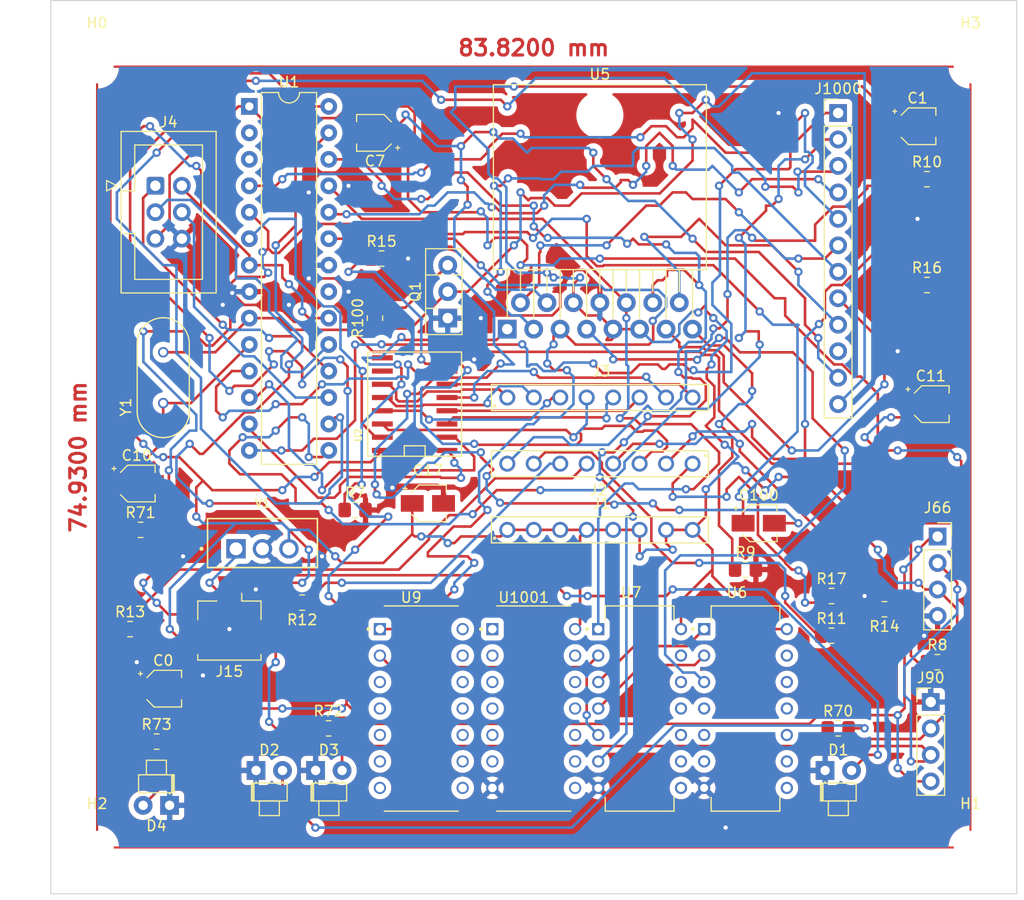
<source format=kicad_pcb>
(kicad_pcb (version 20211014) (generator pcbnew)
  (layers (0 "F.Cu" signal) (31 "B.Cu" signal) (34 "B.Paste" user) (35 "F.Paste" user) (36 "B.SilkS" user "B.Silkscreen") (37 "F.SilkS" user "F.Silkscreen") (38 "B.Mask" user) (39 "F.Mask" user) (44 "Edge.Cuts" user))
  (net 0 "")
  (net 1 "RESET")
  (net 2 "PD3")
  (net 3 "PD0")
  (net 4 "PD1")
  (net 5 "V2Out")
  (net 6 "PD4")
  (net 7 "XTAL1")
  (net 8 "XTAL2")
  (net 9 "PD5")
  (net 10 "PD6")
  (net 11 "PD7")
  (net 12 "MOSI")
  (net 13 "MISO")
  (net 14 "SCK")
  (net 16 "IN1")
  (net 17 "ULT5")
  (net 18 "IN3")
  (net 19 "ULT4")
  (net 20 "SDA")
  (net 21 "SCL")
  (net 22 "Net-(J15-Pad2)")
  (net 23 "Net-(R7-Pad1)")
  (net 24 "Net-(R9-Pad1)")
  (net 25 "Net-(J2-Pad8)")
  (net 26 "Net-(J2-Pad7)")
  (net 27 "Net-(J2-Pad6)")
  (net 28 "Net-(J2-Pad5)")
  (net 29 "Net-(J2-Pad4)")
  (net 30 "Net-(J2-Pad3)")
  (net 31 "Net-(J2-Pad2)")
  (net 32 "Net-(J2-Pad1)")
  (net 33 "ULT3")
  (net 34 "ULT2")
  (net 35 "ULT1")
  (net 36 "IN4")
  (net 37 "IN2")
  (net 38 "D5")
  (net 39 "D6")
  (net 40 "D4")
  (net 41 "D7")
  (net 42 "D2")
  (net 43 "D1")
  (net 44 "D3")
  (net 45 "D0")
  (net 48 "Net-(C100-Pad2)")
  (net 49 "OUT1")
  (net 50 "OUT2")
  (net 51 "OUT3")
  (net 52 "OUT4")
  (net 53 "V1Out")
  (net 54 "Net-(D3-Pad2)")
  (net 55 "GND")
  (net 56 "Net-(D4-Pad2)")
  (net 57 "Net-(U6-Pad1)")
  (net 58 "Net-(U6-Pad2)")
  (net 60 "Net-(D1-Pad2)")
  (net 61 "Net-(D2-Pad2)")
  (net 62 "Net-(J1000-Pad12)")
  (net 63 "Net-(U7-Pad2)")
  (footprint "Capacitor_SMD:CP_Elec_3x5.3" (layer "F.Cu") (at 69.85 99.06)
    (fp_text reference "C0")
    (fp_text value "4.7 uF")
  )
  (footprint "Connector_Molex:Molex_CLIK-Mate_502382-0270_1x02-1MP_P1.25mm_Vertical" (layer "F.Cu") (at 76.2 92.71 180)
    (fp_text reference "J15")
    (fp_text value "Vin")
  )
  (footprint "Resistor_SMD:R_0805_2012Metric_Pad1.20x1.40mm_HandSolder" (layer "F.Cu") (at 143.145 60.325)
    (fp_text reference "R16")
    (fp_text value "10 kΩ")
  )
  (footprint "LM7805CT_NOPB:TO254P1054X470X2600-3" (layer "F.Cu") (at 76.835 85.638)
    (fp_text reference "V1")
    (fp_text value "5V")
  )
  (footprint "Package_DIP:DIP-28_W7.62mm" (layer "F.Cu") (at 78.115 43.18)
    (fp_text reference "U1")
    (fp_text value "ATmega328-P")
  )
  (footprint "MountingHole:MountingHole_3.2mm_M3" (layer "F.Cu") (at 63.5 39.37)
    (fp_text reference "H0")
    (fp_text value "MountingHole")
  )
  (footprint "Resistor_SMD:R_0805_2012Metric_Pad1.20x1.40mm_HandSolder" (layer "F.Cu") (at 90.17 63.5 90)
    (fp_text reference "R100")
    (fp_text value "10 kΩ")
  )
  (footprint "Capacitor_SMD:CP_Elec_3x5.3" (layer "F.Cu") (at 142.24 45.085)
    (fp_text reference "C1")
    (fp_text value "10 uF")
  )
  (footprint "MountingHole:MountingHole_3.2mm_M3" (layer "F.Cu") (at 147.32 114.3)
    (fp_text reference "H1")
    (fp_text value "MountingHole")
  )
  (footprint "and:DIP794W45P254L1969H508Q14" (layer "F.Cu") (at 115.57 100.965)
    (fp_text reference "U7")
    (fp_text value "4081")
  )
  (footprint "Connector_IDC:IDC-Header_2x03_P2.54mm_Vertical" (layer "F.Cu") (at 69.0975 50.795)
    (fp_text reference "J4")
    (fp_text value "AVR-ISP-6")
  )
  (footprint "notgate:DIP794W46P254L1969H533Q14" (layer "F.Cu") (at 94.615 100.965)
    (fp_text reference "U9")
    (fp_text value "74LS04")
  )
  (footprint "Capacitor_SMD:CP_Elec_3x5.3" (layer "F.Cu") (at 67.31 79.375)
    (fp_text reference "C10")
    (fp_text value "22 pF")
  )
  (footprint "LED_THT:LED_D1.8mm_W1.8mm_H2.4mm_Horizontal_O1.27mm_Z1.6mm" (layer "F.Cu") (at 78.76 106.91)
    (fp_text reference "D2")
    (fp_text value "LED1")
  )
  (footprint "1x8:61300811821" (layer "F.Cu") (at 111.76 77.47 180)
    (fp_text reference "J2")
    (fp_text value "Ground Conn.")
  )
  (footprint "Capacitor_SMD:CP_Elec_3x5.3" (layer "F.Cu") (at 143.51 71.755)
    (fp_text reference "C11")
    (fp_text value "22 pF")
  )
  (footprint "Package_TO_SOT_THT:TO-126-3_Vertical" (layer "F.Cu") (at 97.155 63.5 90)
    (fp_text reference "Q1")
    (fp_text value "BD135")
  )
  (footprint "Resistor_SMD:R_0805_2012Metric_Pad1.20x1.40mm_HandSolder" (layer "F.Cu") (at 66.675 93.345)
    (fp_text reference "R13")
    (fp_text value "10 kΩ")
  )
  (footprint "Resistor_SMD:R_0805_2012Metric_Pad1.20x1.40mm_HandSolder" (layer "F.Cu") (at 83.185 90.805 180)
    (fp_text reference "R12")
    (fp_text value "10 kΩ")
  )
  (footprint "74HC165:SO-16" (layer "F.Cu") (at 93.98 71.755 90)
    (fp_text reference "U2")
    (fp_text value "74HC165")
  )
  (footprint "Resistor_SMD:R_0805_2012Metric_Pad1.20x1.40mm_HandSolder" (layer "F.Cu") (at 139.065 91.44 180)
    (fp_text reference "R14")
    (fp_text value "10 kΩ")
  )
  (footprint "Resistor_SMD:R_0805_2012Metric_Pad1.20x1.40mm_HandSolder" (layer "F.Cu") (at 143.145 50.165)
    (fp_text reference "R10")
    (fp_text value "10 kΩ")
  )
  (footprint "Capacitor_SMD:CP_Elec_3x5.3" (layer "F.Cu") (at 127 83.185)
    (fp_text reference "C100")
    (fp_text value "100 uF")
  )
  (footprint "notgate:DIP794W46P254L1969H533Q14" (layer "F.Cu") (at 105.41 100.965)
    (fp_text reference "U1001")
    (fp_text value "74LS04")
  )
  (footprint "Resistor_SMD:R_0805_2012Metric_Pad1.20x1.40mm_HandSolder" (layer "F.Cu") (at 88.265 81.915)
    (fp_text reference "R7")
    (fp_text value "0.5 Ω")
  )
  (footprint "Resistor_SMD:R_0805_2012Metric_Pad1.20x1.40mm_HandSolder" (layer "F.Cu") (at 125.73 87.63)
    (fp_text reference "R9")
    (fp_text value "0.5 Ω")
  )
  (footprint "MountingHole:MountingHole_3.2mm_M3" (layer "F.Cu") (at 63.5 114.3)
    (fp_text reference "H2")
    (fp_text value "MountingHole")
  )
  (footprint "or gate:DIP794W45P254L1969H508Q14" (layer "F.Cu") (at 125.73 100.965)
    (fp_text reference "U6")
    (fp_text value "74LS32")
  )
  (footprint "LED_THT:LED_D1.8mm_W1.8mm_H2.4mm_Horizontal_O1.27mm_Z1.6mm" (layer "F.Cu") (at 84.475 106.91)
    (fp_text reference "D3")
    (fp_text value "LED1")
  )
  (footprint "Resistor_SMD:R_0805_2012Metric_Pad1.20x1.40mm_HandSolder" (layer "F.Cu") (at 69.215 104.14)
    (fp_text reference "R73")
    (fp_text value "220 Ω")
  )
  (footprint "MountingHole:MountingHole_3.2mm_M3" (layer "F.Cu") (at 147.32 39.37)
    (fp_text reference "H3")
    (fp_text value "MountingHole")
  )
  (footprint "Resistor_SMD:R_0805_2012Metric_Pad1.20x1.40mm_HandSolder" (layer "F.Cu") (at 85.725 102.87)
    (fp_text reference "R72")
    (fp_text value "220 Ω")
  )
  (footprint "1x8:61300811821" (layer "F.Cu") (at 111.76 71.12)
    (fp_text reference "J3")
    (fp_text value "Shift Register Conn")
  )
  (footprint "Connector_PinHeader_2.54mm:PinHeader_1x04_P2.54mm_Vertical" (layer "F.Cu") (at 143.51 100.34)
    (fp_text reference "J90")
    (fp_text value "LCD Conn.")
  )
  (footprint "Resistor_SMD:R_0805_2012Metric_Pad1.20x1.40mm_HandSolder" (layer "F.Cu") (at 90.805 57.785)
    (fp_text reference "R15")
    (fp_text value "10 kΩ")
  )
  (footprint "Package_TO_SOT_THT:TO-220-15_P2.54x2.54mm_StaggerOdd_Lead5.84mm_TabDown" (layer "F.Cu") (at 102.865 64.56)
    (fp_text reference "U5")
    (fp_text value "L298HN")
  )
  (footprint "Resistor_SMD:R_0805_2012Metric_Pad1.20x1.40mm_HandSolder" (layer "F.Cu") (at 133.985 90.17)
    (fp_text reference "R17")
    (fp_text value "10 kΩ")
  )
  (footprint "Resistor_SMD:R_0805_2012Metric_Pad1.20x1.40mm_HandSolder" (layer "F.Cu") (at 133.985 93.98)
    (fp_text reference "R11")
    (fp_text value "10 kΩ")
  )
  (footprint "ABL-16:XTAL_HC49P488W46L1150T500H350" (layer "F.Cu") (at 69.85 69.215 90)
    (fp_text reference "Y1")
    (fp_text value "16 MHz")
  )
  (footprint "Capacitor_SMD:CP_Elec_3x5.3" (layer "F.Cu") (at 90.17 45.72 180)
    (fp_text reference "C7")
    (fp_text value "100 nF")
  )
  (footprint "Connector_PinHeader_2.54mm:PinHeader_1x12_P2.54mm_Vertical" (layer "F.Cu") (at 134.62 43.815)
    (fp_text reference "J1000")
    (fp_text value "Speaker, Driver & Ultrasonic Conn.")
  )
  (footprint "Resistor_SMD:R_0805_2012Metric_Pad1.20x1.40mm_HandSolder" (layer "F.Cu") (at 144.145 96.52)
    (fp_text reference "R8")
    (fp_text value "10kΩ")
  )
  (footprint "Resistor_SMD:R_0805_2012Metric_Pad1.20x1.40mm_HandSolder" (layer "F.Cu") (at 134.62 102.87)
    (fp_text reference "R70")
    (fp_text value "220 Ω")
  )
  (footprint "1x8:61300811821" (layer "F.Cu") (at 111.76 83.82)
    (fp_text reference "J1")
    (fp_text value "Volt. Conn.")
  )
  (footprint "LED_THT:LED_D1.8mm_W1.8mm_H2.4mm_Horizontal_O1.27mm_Z1.6mm" (layer "F.Cu") (at 70.465 110.26 180)
    (fp_text reference "D4")
    (fp_text value "LED1")
  )
  (footprint "Capacitor_SMD:CP_Elec_3x5.3" (layer "F.Cu") (at 95.25 81.28)
    (fp_text reference "C17")
    (fp_text value "100 nF")
  )
  (footprint "Resistor_SMD:R_0805_2012Metric_Pad1.20x1.40mm_HandSolder" (layer "F.Cu") (at 67.675 83.82)
    (fp_text reference "R71")
    (fp_text value "220 Ω")
  )
  (footprint "LED_THT:LED_D1.8mm_W1.8mm_H2.4mm_Horizontal_O1.27mm_Z1.6mm" (layer "F.Cu") (at 133.37 106.91)
    (fp_text reference "D1")
    (fp_text value "LED1")
  )
  (footprint "Connector_PinSocket_2.54mm:PinSocket_1x04_P2.54mm_Vertical" (layer "F.Cu") (at 144.17 84.465)
    (fp_text reference "J66")
    (fp_text value "DS3231 RTC Module")
  )
  (gr_rect (start 59.055 33.02) (end 151.765 118.745) (layer "Edge.Cuts") (width 0.1) (fill none))
  (dimension (type aligned) (layer "F.Cu") (pts (xy 147.32 114.3) (xy 147.32 39.37)) (height -83.82) (gr_text "74.9300 mm" (at 61.7 76.835 90) (layer "F.Cu") (effects (font (size 1.5 1.5) (thickness 0.3)))) (format (units 3) (units_format 1) (precision 4)) (style (thickness 0.2) (arrow_length 1.27) (text_position_mode 0) (extension_height 0.58642) (extension_offset 0.5) keep_text_aligned))
  (dimension (type aligned) (layer "F.Cu") (pts (xy 63.5 114.3) (xy 147.32 114.3)) (height -74.93) (gr_text "83.8200 mm" (at 105.41 37.57) (layer "F.Cu") (effects (font (size 1.5 1.5) (thickness 0.3)))) (format (units 3) (units_format 1) (precision 4)) (style (thickness 0.2) (arrow_length 1.27) (text_position_mode 0) (extension_height 0.58642) (extension_offset 0.5) keep_text_aligned))
  (segment (start 86.505 44.305) (end 79.24 44.305) (width 0.25) (layer "F.Cu") (net 1))
  (segment (start 100.33 53.2505) (end 100.33 53.34) (width 0.25) (layer "F.Cu") (net 1))
  (segment (start 104.775 56.515) (end 104.775 57.785) (width 0.25) (layer "F.Cu") (net 1))
  (segment (start 93.345 52.07) (end 93.345 48.26) (width 0.25) (layer "F.Cu") (net 1))
  (segment (start 93.345 48.26) (end 93.98 47.625) (width 0.25) (layer "F.Cu") (net 1))
  (segment (start 136.043186 69.1082) (end 136.043186 68.976485) (width 0.25) (layer "F.Cu") (net 1))
  (segment (start 104.775 57.785) (end 104.14 58.42) (width 0.25) (layer "F.Cu") (net 1))
  (segment (start 70.4625 54.51) (end 69.0975 55.875) (width 0.25) (layer "F.Cu") (net 1))
  (segment (start 146.435 82.165) (end 145.415 83.185) (width 0.25) (layer "F.Cu") (net 1))
  (segment (start 128.529986 61.595) (end 124.719986 57.785) (width 0.25) (layer "F.Cu") (net 1))
  (segment (start 100.33 53.34) (end 94.615 53.34) (width 0.25) (layer "F.Cu") (net 1))
  (segment (start 140.335 76.2) (end 138.43 76.2) (width 0.25) (layer "F.Cu") (net 1))
  (segment (start 141.605 95.885) (end 142.24 96.52) (width 0.25) (layer "F.Cu") (net 1))
  (segment (start 138.43 76.2) (end 138.43 70.744986) (width 0.25) (layer "F.Cu") (net 1))
  (segment (start 142.24 96.52) (end 143.145 96.52) (width 0.25) (layer "F.Cu") (net 1))
  (segment (start 146.05 76.835) (end 146.435 77.22) (width 0.25) (layer "F.Cu") (net 1))
  (segment (start 141.605 83.185) (end 141.605 95.885) (width 0.25) (layer "F.Cu") (net 1))
  (segment (start 93.98 47.625) (end 93.98 43.815) (width 0.25) (layer "F.Cu") (net 1))
  (segment (start 124.719986 57.785) (end 111.76 57.785) (width 0.25) (layer "F.Cu") (net 1))
  (segment (start 77.065 43.18) (end 70.4625 49.7825) (width 0.25) (layer "F.Cu") (net 1))
  (segment (start 136.793214 69.1082) (end 136.043186 69.1082) (width 0.25) (layer "F.Cu") (net 1))
  (segment (start 78.115 43.18) (end 77.065 43.18) (width 0.25) (layer "F.Cu") (net 1))
  (segment (start 93.98 43.815) (end 93.345 43.18) (width 0.25) (layer "F.Cu") (net 1))
  (segment (start 100.965 56.515) (end 101.69 55.79) (width 0.25) (layer "F.Cu") (net 1))
  (segment (start 145.415 83.185) (end 141.605 83.185) (width 0.25) (layer "F.Cu") (net 1))
  (segment (start 93.345 43.18) (end 87.63 43.18) (width 0.25) (layer "F.Cu") (net 1))
  (segment (start 146.435 77.22) (end 146.435 82.165) (width 0.25) (layer "F.Cu") (net 1))
  (segment (start 104.05 55.79) (end 104.775 56.515) (width 0.25) (layer "F.Cu") (net 1))
  (segment (start 94.615 53.34) (end 93.345 52.07) (width 0.25) (layer "F.Cu") (net 1))
  (segment (start 138.43 70.744986) (end 136.793214 69.1082) (width 0.25) (layer "F.Cu") (net 1))
  (segment (start 136.043186 68.976485) (end 135.011701 67.945) (width 0.25) (layer "F.Cu") (net 1))
  (segment (start 129.54 63.256701) (end 129.54 61.595) (width 0.25) (layer "F.Cu") (net 1))
  (segment (start 135.011701 67.945) (end 134.228299 67.945) (width 0.25) (layer "F.Cu") (net 1))
  (segment (start 134.228299 67.945) (end 129.54 63.256701) (width 0.25) (layer "F.Cu") (net 1))
  (segment (start 101.69 55.79) (end 104.05 55.79) (width 0.25) (layer "F.Cu") (net 1))
  (segment (start 129.54 61.595) (end 128.529986 61.595) (width 0.25) (layer "F.Cu") (net 1))
  (segment (start 79.24 44.305) (end 78.115 43.18) (width 0.25) (layer "F.Cu") (net 1))
  (segment (start 87.63 43.18) (end 86.505 44.305) (width 0.25) (layer "F.Cu") (net 1))
  (segment (start 70.4625 49.7825) (end 70.4625 54.51) (width 0.25) (layer "F.Cu") (net 1))
  (via (at 146.05 76.835) (size 0.8) (drill 0.4) (layers "F.Cu" "B.Cu") (net 1))
  (via (at 140.335 76.2) (size 0.8) (drill 0.4) (layers "F.Cu" "B.Cu") (net 1))
  (via (at 100.965 56.515) (size 0.8) (drill 0.4) (layers "F.Cu" "B.Cu") (net 1))
  (via (at 100.33 53.2505) (size 0.8) (drill 0.4) (layers "F.Cu" "B.Cu") (net 1))
  (via (at 104.14 58.42) (size 0.8) (drill 0.4) (layers "F.Cu" "B.Cu") (net 1))
  (via (at 111.76 57.785) (size 0.8) (drill 0.4) (layers "F.Cu" "B.Cu") (net 1))
  (segment (start 100.33 53.2505) (end 100.965 53.8855) (width 0.25) (layer "B.Cu") (net 1))
  (segment (start 104.14 58.42) (end 107.315 58.42) (width 0.25) (layer "B.Cu") (net 1))
  (segment (start 107.95 57.785) (end 111.76 57.785) (width 0.25) (layer "B.Cu") (net 1))
  (segment (start 140.335 76.2) (end 145.415 76.2) (width 0.25) (layer "B.Cu") (net 1))
  (segment (start 145.415 76.2) (end 146.05 76.835) (width 0.25) (layer "B.Cu") (net 1))
  (segment (start 107.315 58.42) (end 107.95 57.785) (width 0.25) (layer "B.Cu") (net 1))
  (segment (start 100.965 53.8855) (end 100.965 56.515) (width 0.25) (layer "B.Cu") (net 1))
  (segment (start 78.115 53.34) (end 79.92 55.145) (width 0.25) (layer "F.Cu") (net 2))
  (segment (start 110.49 57.540305) (end 111.459695 58.51) (width 0.25) (layer "F.Cu") (net 2))
  (segment (start 74.595305 66.13) (end 73.994695 66.13) (width 0.25) (layer "F.Cu") (net 2))
  (segment (start 112.150305 58.42) (end 122.6445 58.42) (width 0.25) (layer "F.Cu") (net 2))
  (segment (start 66.675 83.82) (end 66.915 83.82) (width 0.25) (layer "F.Cu") (net 2))
  (segment (start 112.060305 58.51) (end 112.150305 58.42) (width 0.25) (layer "F.Cu") (net 2))
  (segment (start 110.49 53.975) (end 110.49 57.540305) (width 0.25) (layer "F.Cu") (net 2))
  (segment (start 83.720305 54.465) (end 88.673604 54.465) (width 0.25) (layer "F.Cu") (net 2))
  (segment (start 79.92 55.145) (end 79.92 56.815305) (width 0.25) (layer "F.Cu") (net 2))
  (segment (start 76.29 61.929695) (end 76.29 64.435305) (width 0.25) (layer "F.Cu") (net 2))
  (segment (start 76.98 59.545) (end 75.565 60.96) (width 0.25) (layer "F.Cu") (net 2))
  (segment (start 79.585305 57.15) (end 79.92 56.815305) (width 0.25) (layer "F.Cu") (net 2))
  (segment (start 98.795 55.245) (end 104.775 55.245) (width 0.25) (layer "F.Cu") (net 2))
  (segment (start 89.638604 55.43) (end 98.61 55.43) (width 0.25) (layer "F.Cu") (net 2))
  (segment (start 79.92 56.815305) (end 80.344695 57.24) (width 0.25) (layer "F.Cu") (net 2))
  (segment (start 125.5 81.05) (end 125.5 83.185) (width 0.25) (layer "F.Cu") (net 2))
  (segment (start 88.673604 54.465) (end 89.638604 55.43) (width 0.25) (layer "F.Cu") (net 2))
  (segment (start 79.9205 59.1445) (end 79.52 59.545) (width 0.25) (layer "F.Cu") (net 2))
  (segment (start 98.61 55.43) (end 98.795 55.245) (width 0.25) (layer "F.Cu") (net 2))
  (segment (start 70.3955 80.3395) (end 70.3955 78.105) (width 0.25) (layer "F.Cu") (net 2))
  (segment (start 122.6445 58.42) (end 127.0895 62.865) (width 0.25) (layer "F.Cu") (net 2))
  (segment (start 75.565 61.204695) (end 76.29 61.929695) (width 0.25) (layer "F.Cu") (net 2))
  (segment (start 79.375 57.15) (end 79.585305 57.15) (width 0.25) (layer "F.Cu") (net 2))
  (segment (start 104.775 55.245) (end 105.338245 55.808245) (width 0.25) (layer "F.Cu") (net 2))
  (segment (start 73.994695 66.13) (end 72.634695 64.77) (width 0.25) (layer "F.Cu") (net 2))
  (segment (start 75.565 60.96) (end 75.565 61.204695) (width 0.25) (layer "F.Cu") (net 2))
  (segment (start 80.945305 57.24) (end 83.720305 54.465) (width 0.25) (layer "F.Cu") (net 2))
  (segment (start 66.915 83.82) (end 70.3955 80.3395) (width 0.25) (layer "F.Cu") (net 2))
  (segment (start 76.29 64.435305) (end 74.595305 66.13) (width 0.25) (layer "F.Cu") (net 2))
  (segment (start 125.095 80.645) (end 125.5 81.05) (width 0.25) (layer "F.Cu") (net 2))
  (segment (start 111.459695 58.51) (end 112.060305 58.51) (width 0.25) (layer "F.Cu") (net 2))
  (segment (start 72.634695 64.77) (end 67.945 64.77) (width 0.25) (layer "F.Cu") (net 2))
  (segment (start 80.344695 57.24) (end 80.945305 57.24) (width 0.25) (layer "F.Cu") (net 2))
  (segment (start 79.52 59.545) (end 76.98 59.545) (width 0.25) (layer "F.Cu") (net 2))
  (via (at 110.49 53.975) (size 0.8) (drill 0.4) (layers "F.Cu" "B.Cu") (net 2))
  (via (at 125.095 80.645) (size 0.8) (drill 0.4) (layers "F.Cu" "B.Cu") (net 2))
  (via (at 70.3955 78.105) (size 0.8) (drill 0.4) (layers "F.Cu" "B.Cu") (net 2))
  (via (at 67.945 64.77) (size 0.8) (drill 0.4) (layers "F.Cu" "B.Cu") (net 2))
  (via (at 105.338245 55.808245) (size 0.8) (drill 0.4) (layers "F.Cu" "B.Cu") (net 2))
  (via (at 127.0895 62.865) (size 0.8) (drill 0.4) (layers "F.Cu" "B.Cu") (net 2))
  (via (at 79.9205 59.1445) (size 0.8) (drill 0.4) (layers "F.Cu" "B.Cu") (net 2))
  (via (at 79.375 57.15) (size 0.8) (drill 0.4) (layers "F.Cu" "B.Cu") (net 2))
  (segment (start 79.9205 59.1445) (end 79.375 58.599) (width 0.25) (layer "B.Cu") (net 2))
  (segment (start 73.025 74.295) (end 73.025 72.783631) (width 0.25) (layer "B.Cu") (net 2))
  (segment (start 130.81 64.135) (end 130.72 64.225) (width 0.25) (layer "B.Cu") (net 2))
  (segment (start 125.095 80.01) (end 125.095 80.645) (width 0.25) (layer "B.Cu") (net 2))
  (segment (start 79.375 58.599) (end 79.375 57.15) (width 0.25) (layer "B.Cu") (net 2))
  (segment (start 70.3955 78.105) (end 70.575 77.9255) (width 0.25) (layer "B.Cu") (net 2))
  (segment (start 127.0895 62.865) (end 128.3595 64.135) (width 0.25) (layer "B.Cu") (net 2))
  (segment (start 107.17149 53.975) (end 110.49 53.975) (width 0.25) (layer "B.Cu") (net 2))
  (segment (start 130.72 74.385) (end 125.095 80.01) (width 0.25) (layer "B.Cu") (net 2))
  (segment (start 105.338245 55.808245) (end 107.17149 53.975) (width 0.25) (layer "B.Cu") (net 2))
  (segment (start 70.575 77.9255) (end 70.575 76.11) (width 0.25) (layer "B.Cu") (net 2))
  (segment (start 73.025 72.783631) (end 67.945 67.703631) (width 0.25) (layer "B.Cu") (net 2))
  (segment (start 70.575 76.11) (end 72.39 74.295) (width 0.25) (layer "B.Cu") (net 2))
  (segment (start 130.72 64.225) (end 130.72 74.385) (width 0.25) (layer "B.Cu") (net 2))
  (segment (start 67.945 67.703631) (end 67.945 64.77) (width 0.25) (layer "B.Cu") (net 2))
  (segment (start 72.39 74.295) (end 73.025 74.295) (width 0.25) (layer "B.Cu") (net 2))
  (segment (start 128.3595 64.135) (end 130.81 64.135) (width 0.25) (layer "B.Cu") (net 2))
  (segment (start 111.125 48.895) (end 112.395 50.165) (width 0.25) (layer "F.Cu") (net 5))
  (segment (start 131.445 61.595) (end 131.445 63.5) (width 0.25) (layer "F.Cu") (net 5))
  (segment (start 111.125 47.625) (end 111.125 48.895) (width 0.25) (layer "F.Cu") (net 5))
  (segment (start 99.768149 45.646851) (end 98.425 46.99) (width 0.25) (layer "F.Cu") (net 5))
  (segment (start 93.105451 43.965049) (end 93.105451 44.284549) (width 0.25) (layer "F.Cu") (net 5))
  (segment (start 121.92 57.15) (end 127 57.15) (width 0.25) (layer "F.Cu") (net 5))
  (segment (start 93.105451 44.284549) (end 91.67 45.72) (width 0.25) (layer "F.Cu") (net 5))
  (segment (start 131.445 64.135) (end 132.715 65.405) (width 0.25) (layer "F.Cu") (net 5))
  (segment (start 101.52685 45.646851) (end 99.768149 45.646851) (width 0.25) (layer "F.Cu") (net 5))
  (segment (start 99.06 50.8895) (end 98.425 50.2545) (width 0.25) (layer "F.Cu") (net 5))
  (segment (start 131.445 63.5) (end 131.445 64.135) (width 0.25) (layer "F.Cu") (net 5))
  (segment (start 127 57.15) (end 131.445 61.595) (width 0.25) (layer "F.Cu") (net 5))
  (segment (start 99.06 52.6155) (end 99.06 50.8895) (width 0.25) (layer "F.Cu") (net 5))
  (segment (start 120.65 55.88) (end 121.92 57.15) (width 0.25) (layer "F.Cu") (net 5))
  (via (at 112.395 50.165) (size 0.8) (drill 0.4) (layers "F.Cu" "B.Cu") (net 5))
  (via (at 120.65 55.88) (size 0.8) (drill 0.4) (layers "F.Cu" "B.Cu") (net 5))
  (via (at 98.425 46.99) (size 0.8) (drill 0.4) (layers "F.Cu" "B.Cu") (net 5))
  (via (at 111.125 47.625) (size 0.8) (drill 0.4) (layers "F.Cu" "B.Cu") (net 5))
  (via (at 101.52685 45.646851) (size 0.8) (drill 0.4) (layers "F.Cu" "B.Cu") (net 5))
  (via (at 99.06 52.6155) (size 0.8) (drill 0.4) (layers "F.Cu" "B.Cu") (net 5))
  (via (at 98.425 50.2545) (size 0.8) (drill 0.4) (layers "F.Cu" "B.Cu") (net 5))
  (via (at 93.105451 43.965049) (size 0.8) (drill 0.4) (layers "F.Cu" "B.Cu") (net 5))
  (via (at 132.715 65.405) (size 0.8) (drill 0.4) (layers "F.Cu" "B.Cu") (net 5))
  (segment (start 98.425 46.99) (end 97.79 46.99) (width 0.25) (layer "B.Cu") (net 5))
  (segment (start 97.79 54.6995) (end 97.79 53.8855) (width 0.25) (layer "B.Cu") (net 5))
  (segment (start 97.79 46.99) (end 96.130402 46.99) (width 0.25) (layer "B.Cu") (net 5))
  (segment (start 114.4845 52.2545) (end 114.935 52.2545) (width 0.25) (layer "B.Cu") (net 5))
  (segment (start 112.395 50.165) (end 114.4845 52.2545) (width 0.25) (layer "B.Cu") (net 5))
  (segment (start 96.130402 46.99) (end 93.105451 43.965049) (width 0.25) (layer "B.Cu") (net 5))
  (segment (start 98.425 50.2545) (end 98.425 46.99) (width 0.25) (layer "B.Cu") (net 5))
  (segment (start 100.573997 59.689302) (end 97.79 56.905305) (width 0.25) (layer "B.Cu") (net 5))
  (segment (start 117.0245 52.2545) (end 120.65 55.88) (width 0.25) (layer "B.Cu") (net 5))
  (segment (start 110.675 47.175) (end 111.125 47.625) (width 0.25) (layer "B.Cu") (net 5))
  (segment (start 97.79 56.905305) (end 97.79 54.6995) (width 0.25) (layer "B.Cu") (net 5))
  (segment (start 105.225 47.175) (end 110.675 47.175) (width 0.25) (layer "B.Cu") (net 5))
  (segment (start 132.715 65.405) (end 132.715 67.31) (width 0.25) (layer "B.Cu") (net 5))
  (segment (start 103.415 46.265) (end 104.775 47.625) (width 0.25) (layer "B.Cu") (net 5))
  (segment (start 105.43 60.775) (end 101.805305 60.775) (width 0.25) (layer "B.Cu") (net 5))
  (segment (start 97.79 53.8855) (end 99.06 52.6155) (width 0.25) (layer "B.Cu") (net 5))
  (segment (start 104.775 47.625) (end 105.225 47.175) (width 0.25) (layer "B.Cu") (net 5))
  (segment (start 100.719607 59.689302) (end 100.573997 59.689302) (width 0.25) (layer "B.Cu") (net 5))
  (segment (start 101.52685 45.646851) (end 102.144999 46.265) (width 0.25) (layer "B.Cu") (net 5))
  (segment (start 114.935 52.2545) (end 117.0245 52.2545) (width 0.25) (layer "B.Cu") (net 5))
  (segment (start 102.144999 46.265) (end 103.415 46.265) (width 0.25) (layer "B.Cu") (net 5))
  (segment (start 106.675 62.02) (end 105.43 60.775) (width 0.25) (layer "B.Cu") (net 5))
  (segment (start 132.715 67.31) (end 134.62 69.215) (width 0.25) (layer "B.Cu") (net 5))
  (segment (start 101.805305 60.775) (end 100.719607 59.689302) (width 0.25) (layer "B.Cu") (net 5))
  (segment (start 88.9 70.485) (end 88.9 68.6695) (width 0.25) (layer "F.Cu") (net 6))
  (segment (start 90.25 74.93) (end 88.9 73.58) (width 0.25) (layer "F.Cu") (net 6))
  (segment (start 90.88 74.93) (end 90.25 74.93) (width 0.25) (layer "F.Cu") (net 6))
  (segment (start 88.9 68.6695) (end 88.9895 68.58) (width 0.25) (layer "F.Cu") (net 6))
  (segment (start 88.9 73.58) (end 88.9 70.485) (width 0.25) (layer "F.Cu") (net 6))
  (via (at 88.9895 68.58) (size 0.8) (drill 0.4) (layers "F.Cu" "B.Cu") (net 6))
  (segment (start 82.55 53.975) (end 80.02 53.975) (width 0.25) (layer "B.Cu") (net 6))
  (segment (start 88.9895 68.58) (end 86.86 66.4505) (width 0.25) (layer "B.Cu") (net 6))
  (segment (start 86.86 66.4505) (end 86.86 63.034009) (width 0.25) (layer "B.Cu") (net 6))
  (segment (start 86.200991 62.375) (end 85.235 62.375) (width 0.25) (layer "B.Cu") (net 6))
  (segment (start 82.55 59.69) (end 82.55 53.975) (width 0.25) (layer "B.Cu") (net 6))
  (segment (start 80.02 53.975) (end 78.115 55.88) (width 0.25) (layer "B.Cu") (net 6))
  (segment (start 85.235 62.375) (end 82.55 59.69) (width 0.25) (layer "B.Cu") (net 6))
  (segment (start 86.86 63.034009) (end 86.200991 62.375) (width 0.25) (layer "B.Cu") (net 6))
  (segment (start 137.795 77.47) (end 137.795 75.565) (width 0.25) (layer "F.Cu") (net 7))
  (segment (start 89.985305 66.735) (end 87.875305 64.625) (width 0.25) (layer "F.Cu") (net 7))
  (segment (start 69.85 66.775) (end 74.84 66.775) (width 0.25) (layer "F.Cu") (net 7))
  (segment (start 80.975 63.5) (end 78.115 63.5) (width 0.25) (layer "F.Cu") (net 7))
  (segment (start 74.84 66.775) (end 78.115 63.5) (width 0.25) (layer "F.Cu") (net 7))
  (segment (start 137.795 77.47) (end 128.27 77.47) (width 0.25) (layer "F.Cu") (net 7))
  (segment (start 139.7 73.025) (end 140.74 73.025) (width 0.25) (layer "F.Cu") (net 7))
  (segment (start 123.19 67.311396) (end 122.908604 67.03) (width 0.25) (layer "F.Cu") (net 7))
  (segment (start 128.27 77.47) (end 123.19 72.39) (width 0.25) (layer "F.Cu") (net 7))
  (segment (start 87.875305 64.625) (end 82.1 64.625) (width 0.25) (layer "F.Cu") (net 7))
  (segment (start 121.64 67.03) (end 121.345 66.735) (width 0.25) (layer "F.Cu") (net 7))
  (segment (start 121.345 66.735) (end 89.985305 66.735) (width 0.25) (layer "F.Cu") (net 7))
  (segment (start 140.74 73.025) (end 142.01 71.755) (width 0.25) (layer "F.Cu") (net 7))
  (segment (start 82.1 64.625) (end 80.975 63.5) (width 0.25) (layer "F.Cu") (net 7))
  (segment (start 122.908604 67.03) (end 121.64 67.03) (width 0.25) (layer "F.Cu") (net 7))
  (segment (start 123.19 72.39) (end 123.19 67.311396) (width 0.25) (layer "F.Cu") (net 7))
  (segment (start 137.795 75.565) (end 137.16 74.93) (width 0.25) (layer "F.Cu") (net 7))
  (via (at 137.16 74.93) (size 0.8) (drill 0.4) (layers "F.Cu" "B.Cu") (net 7))
  (via (at 139.7 73.025) (size 0.8) (drill 0.4) (layers "F.Cu" "B.Cu") (net 7))
  (segment (start 137.16 74.93) (end 139.065 73.025) (width 0.25) (layer "B.Cu") (net 7))
  (segment (start 139.065 73.025) (end 139.7 73.025) (width 0.25) (layer "B.Cu") (net 7))
  (segment (start 69.85 71.655) (end 69.85 75.335) (width 0.25) (layer "F.Cu") (net 8))
  (segment (start 72.5 71.655) (end 78.115 66.04) (width 0.25) (layer "F.Cu") (net 8))
  (segment (start 69.85 71.655) (end 72.5 71.655) (width 0.25) (layer "F.Cu") (net 8))
  (segment (start 69.85 75.335) (end 65.81 79.375) (width 0.25) (layer "F.Cu") (net 8))
  (segment (start 93.345 67.945) (end 93.98 68.58) (width 0.25) (layer "F.Cu") (net 9))
  (segment (start 93.98 68.58) (end 97.08 68.58) (width 0.25) (layer "F.Cu") (net 9))
  (segment (start 76.444695 68.58) (end 74.93 70.094695) (width 0.25) (layer "F.Cu") (net 9))
  (segment (start 80.645 71.755) (end 83.185 71.755) (width 0.25) (layer "F.Cu") (net 9))
  (segment (start 78.115 68.58) (end 76.444695 68.58) (width 0.25) (layer "F.Cu") (net 9))
  (segment (start 83.185 71.755) (end 85.09 69.85) (width 0.25) (layer "F.Cu") (net 9))
  (segment (start 74.93 70.094695) (end 74.93 72.39) (width 0.25) (layer "F.Cu") (net 9))
  (segment (start 74.93 72.39) (end 75.565 73.025) (width 0.25) (layer "F.Cu") (net 9))
  (via (at 85.09 69.85) (size 0.8) (drill 0.4) (layers "F.Cu" "B.Cu") (net 9))
  (via (at 75.565 73.025) (size 0.8) (drill 0.4) (layers "F.Cu" "B.Cu") (net 9))
  (via (at 80.645 71.755) (size 0.8) (drill 0.4) (layers "F.Cu" "B.Cu") (net 9))
  (via (at 93.345 67.945) (size 0.8) (drill 0.4) (layers "F.Cu" "B.Cu") (net 9))
  (segment (start 87.150195 69.85) (end 87.695195 69.305) (width 0.25) (layer "B.Cu") (net 9))
  (segment (start 85.09 69.85) (end 87.150195 69.85) (width 0.25) (layer "B.Cu") (net 9))
  (segment (start 93.255 69.305) (end 93.345 69.215) (width 0.25) (layer "B.Cu") (net 9))
  (segment (start 80.01 72.39) (end 76.2 72.39) (width 0.25) (layer "B.Cu") (net 9))
  (segment (start 80.645 71.755) (end 80.01 72.39) (width 0.25) (layer "B.Cu") (net 9))
  (segment (start 93.010305 69.125) (end 93.190305 69.305) (width 0.25) (layer "B.Cu") (net 9))
  (segment (start 92.229695 69.305) (end 92.409695 69.125) (width 0.25) (layer "B.Cu") (net 9))
  (segment (start 93.190305 69.305) (end 93.255 69.305) (width 0.25) (layer "B.Cu") (net 9))
  (segment (start 93.345 69.215) (end 93.345 67.945) (width 0.25) (layer "B.Cu") (net 9))
  (segment (start 92.409695 69.125) (end 93.010305 69.125) (width 0.25) (layer "B.Cu") (net 9))
  (segment (start 87.695195 69.305) (end 92.229695 69.305) (width 0.25) (layer "B.Cu") (net 9))
  (segment (start 76.2 72.39) (end 75.565 73.025) (width 0.25) (layer "B.Cu") (net 9))
  (segment (start 99.695 78.105) (end 99.695 76.795) (width 0.25) (layer "F.Cu") (net 10))
  (segment (start 85.09 80.01) (end 86.995 78.105) (width 0.25) (layer "F.Cu") (net 10))
  (segment (start 99.695 76.795) (end 97.83 74.93) (width 0.25) (layer "F.Cu") (net 10))
  (segment (start 86.995 78.105) (end 99.695 78.105) (width 0.25) (layer "F.Cu") (net 10))
  (segment (start 78.74 71.12) (end 80.01 69.85) (width 0.25) (layer "F.Cu") (net 10))
  (segment (start 78.115 71.12) (end 78.74 71.12) (width 0.25) (layer "F.Cu") (net 10))
  (segment (start 97.83 74.93) (end 97.08 74.93) (width 0.25) (layer "F.Cu") (net 10))
  (via (at 80.01 69.85) (size 0.8) (drill 0.4) (layers "F.Cu" "B.Cu") (net 10))
  (via (at 85.09 80.01) (size 0.8) (drill 0.4) (layers "F.Cu" "B.Cu") (net 10))
  (segment (start 85.09 78.439195) (end 84.210805 77.56) (width 0.25) (layer "B.Cu") (net 10))
  (segment (start 81.915 75.955305) (end 83.519695 77.56) (width 0.25) (layer "B.Cu") (net 10))
  (segment (start 81.915 71.755) (end 81.915 75.955305) (width 0.25) (layer "B.Cu") (net 10))
  (segment (start 85.09 80.01) (end 85.09 78.439195) (width 0.25) (layer "B.Cu") (net 10))
  (segment (start 84.210805 77.56) (end 83.519695 77.56) (width 0.25) (layer "B.Cu") (net 10))
  (segment (start 80.01 69.85) (end 81.915 71.755) (width 0.25) (layer "B.Cu") (net 10))
  (segment (start 78.115 73.66) (end 78.115 74.149805) (width 0.25) (layer "F.Cu") (net 11))
  (segment (start 86.27 80.735) (end 86.815 80.19) (width 0.25) (layer "F.Cu") (net 11))
  (segment (start 97.79 77.3805) (end 97.79 76.91) (width 0.25) (layer "F.Cu") (net 11))
  (segment (start 87.63 78.74) (end 96.4305 78.74) (width 0.25) (layer "F.Cu") (net 11))
  (segment (start 86.815 80.188604) (end 86.815 79.555) (width 0.25) (layer "F.Cu") (net 11))
  (segment (start 97.79 76.91) (end 97.08 76.2) (width 0.25) (layer "F.Cu") (net 11))
  (segment (start 86.815 79.555) (end 87.63 78.74) (width 0.25) (layer "F.Cu") (net 11))
  (segment (start 96.52 78.8295) (end 98.425 78.8295) (width 0.25) (layer "F.Cu") (net 11))
  (segment (start 84.700195 80.735) (end 86.27 80.735) (width 0.25) (layer "F.Cu") (net 11))
  (segment (start 96.4305 78.74) (end 96.52 78.8295) (width 0.25) (layer "F.Cu") (net 11))
  (segment (start 78.115 74.149805) (end 84.700195 80.735) (width 0.25) (layer "F.Cu") (net 11))
  (via (at 97.79 77.3805) (size 0.8) (drill 0.4) (layers "F.Cu" "B.Cu") (net 11))
  (via (at 98.425 78.8295) (size 0.8) (drill 0.4) (layers "F.Cu" "B.Cu") (net 11))
  (segment (start 98.425 78.8295) (end 98.425 78.0155) (width 0.25) (layer "B.Cu") (net 11))
  (segment (start 98.425 78.0155) (end 97.79 77.3805) (width 0.25) (layer "B.Cu") (net 11))
  (segment (start 82.535991 71.12) (end 78.580991 67.165) (width 0.25) (layer "B.Cu") (net 12))
  (segment (start 72.8125 62.407805) (end 72.8125 54.51) (width 0.25) (layer "B.Cu") (net 12))
  (segment (start 72.8125 54.51) (end 71.6375 53.335) (width 0.25) (layer "B.Cu") (net 12))
  (segment (start 85.735 71.12) (end 82.535991 71.12) (width 0.25) (layer "B.Cu") (net 12))
  (segment (start 78.580991 67.165) (end 77.569695 67.165) (width 0.25) (layer "B.Cu") (net 12))
  (segment (start 77.569695 67.165) (end 72.8125 62.407805) (width 0.25) (layer "B.Cu") (net 12))
  (segment (start 85.735 68.58) (end 82.394505 65.239505) (width 0.25) (layer "F.Cu") (net 13))
  (segment (start 80.175495 65.239505) (end 80.01 65.405) (width 0.25) (layer "F.Cu") (net 13))
  (segment (start 67.9225 51.97) (end 69.0975 50.795) (width 0.25) (layer "F.Cu") (net 13))
  (segment (start 67.9225 56.4925) (end 67.9225 51.97) (width 0.25) (layer "F.Cu") (net 13))
  (segment (start 82.394505 65.239505) (end 80.175495 65.239505) (width 0.25) (layer "F.Cu") (net 13))
  (segment (start 75.565 64.135) (end 67.9225 56.4925) (width 0.25) (layer "F.Cu") (net 13))
  (via (at 80.01 65.405) (size 0.8) (drill 0.4) (layers "F.Cu" "B.Cu") (net 13))
  (via (at 75.565 64.135) (size 0.8) (drill 0.4) (layers "F.Cu" "B.Cu") (net 13))
  (segment (start 76.055 64.625) (end 75.565 64.135) (width 0.25) (layer "B.Cu") (net 13))
  (segment (start 80.01 65.405) (end 79.23 64.625) (width 0.25) (layer "B.Cu") (net 13))
  (segment (start 79.23 64.625) (end 76.055 64.625) (width 0.25) (layer "B.Cu") (net 13))
  (segment (start 72.48 52.16) (end 76.99 56.67) (width 0.25) (layer "B.Cu") (net 14))
  (segment (start 81.614695 68.67) (end 83.105 68.67) (width 0.25) (layer "B.Cu") (net 14))
  (segment (start 81.19 68.245305) (end 81.614695 68.67) (width 0.25) (layer "B.Cu") (net 14))
  (segment (start 76.835 56.825) (end 76.835 59.69) (width 0.25) (layer "B.Cu") (net 14))
  (segment (start 80.01 60.96) (end 78.74 59.69) (width 0.25) (layer "B.Cu") (net 14))
  (segment (start 69.0975 53.335) (end 70.2725 52.16) (width 0.25) (layer "B.Cu") (net 14))
  (segment (start 81.19 67.136396) (end 81.19 68.245305) (width 0.25) (layer "B.Cu") (net 14))
  (segment (start 82.735 65.591396) (end 81.19 67.136396) (width 0.25) (layer "B.Cu") (net 14))
  (segment (start 82.735 65.591396) (end 80.01 62.866396) (width 0.25) (layer "B.Cu") (net 14))
  (segment (start 83.105 68.67) (end 85.735 66.04) (width 0.25) (layer "B.Cu") (net 14))
  (segment (start 78.74 59.69) (end 76.835 59.69) (width 0.25) (layer "B.Cu") (net 14))
  (segment (start 80.01 62.866396) (end 80.01 60.96) (width 0.25) (layer "B.Cu") (net 14))
  (segment (start 70.2725 52.16) (end 72.48 52.16) (width 0.25) (layer "B.Cu") (net 14))
  (segment (start 76.99 56.67) (end 76.835 56.825) (width 0.25) (layer "B.Cu") (net 14))
  (segment (start 116.871444 65.628557) (end 116.460001 66.04) (width 0.25) (layer "F.Cu") (net 16))
  (segment (start 107.945 64.56) (end 109.425 66.04) (width 0.25) (layer "F.Cu") (net 16))
  (segment (start 99.06 86.36) (end 95.25 86.36) (width 0.25) (layer "F.Cu") (net 16))
  (segment (start 97.79 55.88) (end 100.33 58.42) (width 0.25) (layer "F.Cu") (net 16))
  (segment (start 90.645 93.345) (end 93.98 93.345) (width 0.25) (layer "F.Cu") (net 16))
  (segment (start 107.315 66.0105) (end 107.315 65.19) (width 0.25) (layer "F.Cu") (net 16))
  (segment (start 109.425 66.04) (end 116.460001 66.04) (width 0.25) (layer "F.Cu") (net 16))
  (segment (start 98.741802 83.501802) (end 99.378198 83.501802) (width 0.25) (layer "F.Cu") (net 16))
  (segment (start 99.695 86.995) (end 99.06 86.36) (width 0.25) (layer "F.Cu") (net 16))
  (segment (start 93.98 93.345) (end 97.79 89.535) (width 0.25) (layer "F.Cu") (net 16))
  (segment (start 99.378198 83.501802) (end 100.965 81.915) (width 0.25) (layer "F.Cu") (net 16))
  (segment (start 107.342702 68.4905) (end 106.707702 67.8555) (width 0.25) (layer "F.Cu") (net 16))
  (segment (start 95.25 86.36) (end 95.25 85.969695) (width 0.25) (layer "F.Cu") (net 16))
  (segment (start 85.735 55.88) (end 97.79 55.88) (width 0.25) (layer "F.Cu") (net 16))
  (segment (start 116.835 63.762751) (end 116.871444 63.799195) (width 0.25) (layer "F.Cu") (net 16))
  (segment (start 97.717893 83.501802) (end 98.741802 83.501802) (width 0.25) (layer "F.Cu") (net 16))
  (segment (start 116.871444 63.799195) (end 116.871444 65.628557) (width 0.25) (layer "F.Cu") (net 16))
  (segment (start 95.25 85.969695) (end 97.717893 83.501802) (width 0.25) (layer "F.Cu") (net 16))
  (segment (start 108.585 68.4905) (end 107.342702 68.4905) (width 0.25) (layer "F.Cu") (net 16))
  (segment (start 107.315 65.19) (end 107.945 64.56) (width 0.25) (layer "F.Cu") (net 16))
  (via (at 97.79 89.535) (size 0.8) (drill 0.4) (layers "F.Cu" "B.Cu") (net 16))
  (via (at 107.315 66.0105) (size 0.8) (drill 0.4) (layers "F.Cu" "B.Cu") (net 16))
  (via (at 100.33 58.42) (size 0.8) (drill 0.4) (layers "F.Cu" "B.Cu") (net 16))
  (via (at 99.695 86.995) (size 0.8) (drill 0.4) (layers "F.Cu" "B.Cu") (net 16))
  (via (at 106.707702 67.8555) (size 0.8) (drill 0.4) (layers "F.Cu" "B.Cu") (net 16))
  (via (at 108.585 68.4905) (size 0.8) (drill 0.4) (layers "F.Cu" "B.Cu") (net 16))
  (via (at 116.835 63.762751) (size 0.8) (drill 0.4) (layers "F.Cu" "B.Cu") (net 16))
  (via (at 100.965 81.915) (size 0.8) (drill 0.4) (layers "F.Cu" "B.Cu") (net 16))
  (segment (start 118.11 62.487751) (end 116.835 63.762751) (width 0.25) (layer "B.Cu") (net 16))
  (segment (start 109.22 69.1255) (end 108.585 68.4905) (width 0.25) (layer "B.Cu") (net 16))
  (segment (start 106.707702 67.8555) (end 106.707702 66.617798) (width 0.25) (layer "B.Cu") (net 16))
  (segment (start 105.387262 73.682738) (end 106.045 73.025) (width 0.25) (layer "B.Cu") (net 16))
  (segment (start 104.752262 73.682738) (end 105.387262 73.682738) (width 0.25) (layer "B.Cu") (net 16))
  (segment (start 106.045 73.025) (end 107.95 73.025) (width 0.25) (layer "B.Cu") (net 16))
  (segment (start 100.965 81.915) (end 100.165201 81.115201) (width 0.25) (layer "B.Cu") (net 16))
  (segment (start 100.165201 81.115201) (end 100.165201 78.269799) (width 0.25) (layer "B.Cu") (net 16))
  (segment (start 100.165201 78.269799) (end 104.752262 73.682738) (width 0.25) (layer "B.Cu") (net 16))
  (segment (start 112.23 60.795) (end 111.76 60.325) (width 0.25) (layer "B.Cu") (net 16))
  (segment (start 112.262412 60.795) (end 112.23 60.795) (width 0.25) (layer "B.Cu") (net 16))
  (segment (start 118.11 61.552588) (end 118.11 62.487751) (width 0.25) (layer "B.Cu") (net 16))
  (segment (start 97.79 88.9) (end 99.695 86.995) (width 0.25) (layer "B.Cu") (net 16))
  (segment (start 97.79 89.535) (end 97.79 88.9) (width 0.25) (layer "B.Cu") (net 16))
  (segment (start 107.95 73.025) (end 109.22 71.755) (width 0.25) (layer "B.Cu") (net 16))
  (segment (start 117.352412 60.795) (end 112.262412 60.795) (width 0.25) (layer "B.Cu") (net 16))
  (segment (start 106.707702 66.617798) (end 107.315 66.0105) (width 0.25) (layer "B.Cu") (net 16))
  (segment (start 100.33 58.42) (end 102.235 60.325) (width 0.25) (layer "B.Cu") (net 16))
  (segment (start 102.235 60.325) (end 111.76 60.325) (width 0.25) (layer "B.Cu") (net 16))
  (segment (start 109.22 71.755) (end 109.22 69.1255) (width 0.25) (layer "B.Cu") (net 16))
  (segment (start 118.11 61.552588) (end 117.352412 60.795) (width 0.25) (layer "B.Cu") (net 16))
  (segment (start 118.11 45.085) (end 119.170001 46.145001) (width 0.25) (layer "F.Cu") (net 17))
  (segment (start 95.885 48.26) (end 100.316751 48.26) (width 0.25) (layer "F.Cu") (net 17))
  (segment (start 120.65 45.300002) (end 120.65 44.45) (width 0.25) (layer "F.Cu") (net 17))
  (segment (start 100.965 47.233299) (end 102.398799 45.7995) (width 0.25) (layer "F.Cu") (net 17))
  (segment (start 119.805001 46.145001) (end 120.65 45.300002) (width 0.25) (layer "F.Cu") (net 17))
  (segment (start 80.645 50.8) (end 81.28 50.165) (width 0.25) (layer "F.Cu") (net 17))
  (segment (start 115.640409 46.145001) (end 116.70041 45.085) (width 0.25) (layer "F.Cu") (net 17))
  (segment (start 100.316751 48.26) (end 100.965 47.611751) (width 0.25) (layer "F.Cu") (net 17))
  (segment (start 100.965 47.611751) (end 100.965 47.233299) (width 0.25) (layer "F.Cu") (net 17))
  (segment (start 119.170001 46.145001) (end 119.805001 46.145001) (width 0.25) (layer "F.Cu") (net 17))
  (segment (start 123.825 47.625) (end 127.635 47.625) (width 0.25) (layer "F.Cu") (net 17))
  (segment (start 116.70041 45.085) (end 118.11 45.085) (width 0.25) (layer "F.Cu") (net 17))
  (segment (start 127.635 47.625) (end 131.445 43.815) (width 0.25) (layer "F.Cu") (net 17))
  (segment (start 78.115 50.8) (end 80.645 50.8) (width 0.25) (layer "F.Cu") (net 17))
  (segment (start 102.398799 45.7995) (end 104.14 45.7995) (width 0.25) (layer "F.Cu") (net 17))
  (segment (start 94.615 49.53) (end 95.885 48.26) (width 0.25) (layer "F.Cu") (net 17))
  (segment (start 120.65 44.45) (end 123.825 47.625) (width 0.25) (layer "F.Cu") (net 17))
  (via (at 81.28 50.165) (size 0.8) (drill 0.4) (layers "F.Cu" "B.Cu") (net 17))
  (via (at 131.445 43.815) (size 0.8) (drill 0.4) (layers "F.Cu" "B.Cu") (net 17))
  (via (at 104.14 45.7995) (size 0.8) (drill 0.4) (layers "F.Cu" "B.Cu") (net 17))
  (via (at 94.615 49.53) (size 0.8) (drill 0.4) (layers "F.Cu" "B.Cu") (net 17))
  (via (at 115.640409 46.145001) (size 0.8) (drill 0.4) (layers "F.Cu" "B.Cu") (net 17))
  (segment (start 93.835 49.675) (end 93.98 49.53) (width 0.25) (layer "B.Cu") (net 17))
  (segment (start 81.77 49.675) (end 87.485 49.675) (width 0.25) (layer "B.Cu") (net 17))
  (segment (start 131.445 49.285305) (end 131.445 50.8) (width 0.25) (layer "B.Cu") (net 17))
  (segment (start 104.14 45.7995) (end 104.485501 46.145001) (width 0.25) (layer "B.Cu") (net 17))
  (segment (start 131.445 43.815) (end 131.445 47.535) (width 0.25) (layer "B.Cu") (net 17))
  (segment (start 131.445 50.8) (end 134.62 53.975) (width 0.25) (layer "B.Cu") (net 17))
  (segment (start 132.17 47.959695) (end 132.17 48.560305) (width 0.25) (layer "B.Cu") (net 17))
  (segment (start 131.745305 47.535) (end 132.17 47.959695) (width 0.25) (layer "B.Cu") (net 17))
  (segment (start 132.17 48.560305) (end 131.445 49.285305) (width 0.25) (layer "B.Cu") (net 17))
  (segment (start 87.485 49.675) (end 93.835 49.675) (width 0.25) (layer "B.Cu") (net 17))
  (segment (start 104.485501 46.145001) (end 115.640409 46.145001) (width 0.25) (layer "B.Cu") (net 17))
  (segment (start 131.445 47.535) (end 131.745305 47.535) (width 0.25) (layer "B.Cu") (net 17))
  (segment (start 81.28 50.165) (end 81.77 49.675) (width 0.25) (layer "B.Cu") (net 17))
  (segment (start 93.98 49.53) (end 94.615 49.53) (width 0.25) (layer "B.Cu") (net 17))
  (segment (start 113.665 73.1145) (end 115.0245 73.1145) (width 0.25) (layer "F.Cu") (net 18))
  (segment (start 106.25 53.975) (end 114.295 62.02) (width 0.25) (layer "F.Cu") (net 18))
  (segment (start 115.0245 73.1145) (end 115.583046 73.673046) (width 0.25) (layer "F.Cu") (net 18))
  (segment (start 114.295 62.02) (end 114.295 63.495) (width 0.25) (layer "F.Cu") (net 18))
  (segment (start 115.583046 73.673046) (end 120.507851 73.673046) (width 0.25) (layer "F.Cu") (net 18))
  (segment (start 88.9 53.965) (end 88.9 53.975) (width 0.25) (layer "F.Cu") (net 18))
  (segment (start 120.507851 73.673046) (end 123.19 76.355195) (width 0.25) (layer "F.Cu") (net 18))
  (segment (start 123.19 76.355195) (end 123.19 77.468604) (width 0.25) (layer "F.Cu") (net 18))
  (segment (start 120.738104 79.9205) (end 120.015 79.9205) (width 0.25) (layer "F.Cu") (net 18))
  (segment (start 123.19 77.468604) (end 120.738104 79.9205) (width 0.25) (layer "F.Cu") (net 18))
  (segment (start 88.9 53.975) (end 106.25 53.975) (width 0.25) (layer "F.Cu") (net 18))
  (segment (start 114.295 63.495) (end 114.3 63.5) (width 0.25) (layer "F.Cu") (net 18))
  (segment (start 85.735 50.8) (end 88.9 53.965) (width 0.25) (layer "F.Cu") (net 18))
  (via (at 120.015 79.9205) (size 0.8) (drill 0.4) (layers "F.Cu" "B.Cu") (net 18))
  (via (at 114.3 63.5) (size 0.8) (drill 0.4) (layers "F.Cu" "B.Cu") (net 18))
  (via (at 113.665 73.1145) (size 0.8) (drill 0.4) (layers "F.Cu" "B.Cu") (net 18))
  (segment (start 114.3 63.5) (end 114.3 67.945) (width 0.25) (layer "B.Cu") (net 18))
  (segment (start 111.6 82.71) (end 111.76 82.55) (width 0.25) (layer "B.Cu") (net 18))
  (segment (start 114.48 68.125) (end 114.48 72.2995) (width 0.25) (layer "B.Cu") (net 18))
  (segment (start 111.6 93.345) (end 111.6 82.71) (width 0.25) (layer "B.Cu") (net 18))
  (segment (start 115.4805 79.9205) (end 114.935 79.375) (width 0.25) (layer "B.Cu") (net 18))
  (segment (start 114.138744 79.375) (end 111.76 81.753745) (width 0.25) (layer "B.Cu") (net 18))
  (segment (start 114.935 79.375) (end 114.138744 79.375) (width 0.25) (layer "B.Cu") (net 18))
  (segment (start 120.015 79.9205) (end 115.4805 79.9205) (width 0.25) (layer "B.Cu") (net 18))
  (segment (start 114.48 72.2995) (end 113.665 73.1145) (width 0.25) (layer "B.Cu") (net 18))
  (segment (start 111.76 82.55) (end 111.76 81.753745) (width 0.25) (layer "B.Cu") (net 18))
  (segment (start 114.3 67.945) (end 114.48 68.125) (width 0.25) (layer "B.Cu") (net 18))
  (segment (start 106.409503 52.730802) (end 106.409503 52.705) (width 0.25) (layer "F.Cu") (net 19))
  (segment (start 102.330355 53.43) (end 105.710305 53.43) (width 0.25) (layer "F.Cu") (net 19))
  (segment (start 101.367202 52.855049) (end 101.561303 52.660948) (width 0.25) (layer "F.Cu") (net 19))
  (segment (start 126.365 50.165) (end 125.095 51.435) (width 0.25) (layer "F.Cu") (net 19))
  (segment (start 101.561303 52.660948) (end 102.330355 53.43) (width 0.25) (layer "F.Cu") (net 19))
  (segment (start 113.235305 50.985) (end 113.755 50.465305) (width 0.25) (layer "F.Cu") (net 19))
  (segment (start 105.710305 53.43) (end 106.409503 52.730802) (width 0.25) (layer "F.Cu") (net 19))
  (segment (start 118.745 46.99) (end 117.475 45.72) (width 0.25) (layer "F.Cu") (net 19))
  (segment (start 117.475 45.72) (end 116.205 46.99) (width 0.25) (layer "F.Cu") (net 19))
  (segment (start 113.755 50.255) (end 114.4795 50.255) (width 0.25) (layer "F.Cu") (net 19))
  (segment (start 85.924799 53.529799) (end 85.735 53.34) (width 0.25) (layer "F.Cu") (net 19))
  (segment (start 110.1295 50.985) (end 113.235305 50.985) (width 0.25) (layer "F.Cu") (net 19))
  (segment (start 109.855 50.7105) (end 110.1295 50.985) (width 0.25) (layer "F.Cu") (net 19))
  (segment (start 116.205 46.99) (end 116.205 48.895) (width 0.25) (layer "F.Cu") (net 19))
  (segment (start 113.755 50.465305) (end 113.755 50.255) (width 0.25) (layer "F.Cu") (net 19))
  (segment (start 87.440201 53.529799) (end 85.924799 53.529799) (width 0.25) (layer "F.Cu") (net 19))
  (segment (start 132.715 50.165) (end 126.365 50.165) (width 0.25) (layer "F.Cu") (net 19))
  (segment (start 114.4795 50.255) (end 114.935 50.7105) (width 0.25) (layer "F.Cu") (net 19))
  (segment (start 118.745 48.895) (end 118.745 46.99) (width 0.25) (layer "F.Cu") (net 19))
  (via (at 101.367202 52.855049) (size 0.8) (drill 0.4) (layers "F.Cu" "B.Cu") (net 19))
  (via (at 118.745 48.895) (size 0.8) (drill 0.4) (layers "F.Cu" "B.Cu") (net 19))
  (via (at 114.935 50.7105) (size 0.8) (drill 0.4) (layers "F.Cu" "B.Cu") (net 19))
  (via (at 116.205 48.895) (size 0.8) (drill 0.4) (layers "F.Cu" "B.Cu") (net 19))
  (via (at 132.715 50.165) (size 0.8) (drill 0.4) (layers "F.Cu" "B.Cu") (net 19))
  (via (at 125.095 51.435) (size 0.8) (drill 0.4) (layers "F.Cu" "B.Cu") (net 19))
  (via (at 109.855 50.7105) (size 0.8) (drill 0.4) (layers "F.Cu" "B.Cu") (net 19))
  (via (at 106.409503 52.705) (size 0.8) (drill 0.4) (layers "F.Cu" "B.Cu") (net 19))
  (via (at 87.440201 53.529799) (size 0.8) (drill 0.4) (layers "F.Cu" "B.Cu") (net 19))
  (segment (start 134.62 51.435) (end 133.985 51.435) (width 0.25) (layer "B.Cu") (net 19))
  (segment (start 97.155 51.435) (end 99.695 51.435) (width 0.25) (layer "B.Cu") (net 19))
  (segment (start 95.885 52.705) (end 97.155 51.435) (width 0.25) (layer "B.Cu") (net 19))
  (segment (start 122.200162 49.249838) (end 119.099838 49.249838) (width 0.25) (layer "B.Cu") (net 19))
  (segment (start 107.4045 50.7105) (end 106.409503 51.705497) (width 0.25) (layer "B.Cu") (net 19))
  (segment (start 119.099838 49.249838) (end 118.745 48.895) (width 0.25) (layer "B.Cu") (net 19))
  (segment (start 122.555 48.895) (end 122.200162 49.249838) (width 0.25) (layer "B.Cu") (net 19))
  (segment (start 106.409503 51.705497) (end 106.409503 52.705) (width 0.25) (layer "B.Cu") (net 19))
  (segment (start 101.012152 52.499999) (end 101.367202 52.855049) (width 0.25) (layer "B.Cu") (net 19))
  (segment (start 133.985 51.435) (end 132.715 50.165) (width 0.25) (layer "B.Cu") (net 19))
  (segment (start 116.205 49.4405) (end 114.935 50.7105) (width 0.25) (layer "B.Cu") (net 19))
  (segment (start 87.440201 53.529799) (end 94.425201 53.529799) (width 0.25) (layer "B.Cu") (net 19))
  (segment (start 116.205 48.895) (end 116.205 49.4405) (width 0.25) (layer "B.Cu") (net 19))
  (segment (start 95.25 52.705) (end 95.885 52.705) (width 0.25) (layer "B.Cu") (net 19))
  (segment (start 94.425201 53.529799) (end 95.25 52.705) (width 0.25) (layer "B.Cu") (net 19))
  (segment (start 109.855 50.7105) (end 107.4045 50.7105) (width 0.25) (layer "B.Cu") (net 19))
  (segment (start 125.095 51.435) (end 122.555 48.895) (width 0.25) (layer "B.Cu") (net 19))
  (segment (start 99.695 51.435) (end 100.759999 52.499999) (width 0.25) (layer "B.Cu") (net 19))
  (segment (start 100.759999 52.499999) (end 101.012152 52.499999) (width 0.25) (layer "B.Cu") (net 19))
  (segment (start 84.725 102.87) (end 80.645 102.87) (width 0.25) (layer "F.Cu") (net 20))
  (segment (start 82.55 48.905) (end 82.55 54.61) (width 0.25) (layer "F.Cu") (net 20))
  (segment (start 79.375 81.28) (end 74.295 81.28) (width 0.25) (layer "F.Cu") (net 20))
  (segment (start 80.645 90.096827) (end 81.841827 88.9) (width 0.25) (layer "F.Cu") (net 20))
  (segment (start 80.645 96.52) (end 80.645 90.096827) (width 0.25) (layer "F.Cu") (net 20))
  (segment (start 85.735 45.72) (end 82.55 48.905) (width 0.25) (layer "F.Cu") (net 20))
  (segment (start 90.038173 104.57) (end 87.313173 101.845) (width 0.25) (layer "F.Cu") (net 20))
  (segment (start 142.66 104.57) (end 90.038173 104.57) (width 0.25) (layer "F.Cu") (net 20))
  (segment (start 85.75 101.845) (end 84.725 102.87) (width 0.25) (layer "F.Cu") (net 20))
  (segment (start 82.55 54.61) (end 80.645 56.515) (width 0.25) (layer "F.Cu") (net 20))
  (segment (start 81.915 69.200991) (end 78.580991 72.535) (width 0.25) (layer "F.Cu") (net 20))
  (segment (start 83.82 85.725) (end 79.375 81.28) (width 0.25) (layer "F.Cu") (net 20))
  (segment (start 87.313173 101.845) (end 85.75 101.845) (width 0.25) (layer "F.Cu") (net 20))
  (segment (start 141.605 106.045) (end 142.885 106.045) (width 0.25) (layer "F.Cu") (net 20))
  (segment (start 73.66 76.524009) (end 73.349009 76.524009) (width 0.25) (layer "F.Cu") (net 20))
  (segment (start 81.841827 88.9) (end 83.185 88.9) (width 0.25) (layer "F.Cu") (net 20))
  (segment (start 144.17 87.005) (end 146.05 88.885) (width 0.25) (layer "F.Cu") (net 20))
  (segment (start 143.51 105.42) (end 142.66 104.57) (width 0.25) (layer "F.Cu") (net 20))
  (segment (start 77.649009 72.535) (end 73.66 76.524009) (width 0.25) (layer "F.Cu") (net 20))
  (segment (start 142.885 106.045) (end 143.51 105.42) (width 0.25) (layer "F.Cu") (net 20))
  (segment (start 146.05 88.885) (end 146.05 89.535) (width 0.25) (layer "F.Cu") (net 20))
  (segment (start 78.580991 72.535) (end 77.649009 72.535) (width 0.25) (layer "F.Cu") (net 20))
  (segment (start 73.349009 76.524009) (end 72.39 75.565) (width 0.25) (layer "F.Cu") (net 20))
  (segment (start 80.645 102.87) (end 80.01 102.235) (width 0.25) (layer "F.Cu") (net 20))
  (segment (start 81.915 67.945) (end 81.915 69.200991) (width 0.25) (layer "F.Cu") (net 20))
  (via (at 80.01 102.235) (size 0.8) (drill 0.4) (layers "F.Cu" "B.Cu") (net 20))
  (via (at 80.645 56.515) (size 0.8) (drill 0.4) (layers "F.Cu" "B.Cu") (net 20))
  (via (at 83.82 85.725) (size 0.8) (drill 0.4) (layers "F.Cu" "B.Cu") (net 20))
  (via (at 74.295 81.28) (size 0.8) (drill 0.4) (layers "F.Cu" "B.Cu") (net 20))
  (via (at 80.645 96.52) (size 0.8) (drill 0.4) (layers "F.Cu" "B.Cu") (net 20))
  (via (at 72.39 75.565) (size 0.8) (drill 0.4) (layers "F.Cu" "B.Cu") (net 20))
  (via (at 81.915 67.945) (size 0.8) (drill 0.4) (layers "F.Cu" "B.Cu") (net 20))
  (via (at 146.05 89.535) (size 0.8) (drill 0.4) (layers "F.Cu" "B.Cu") (net 20))
  (via (at 83.185 88.9) (size 0.8) (drill 0.4) (layers "F.Cu" "B.Cu") (net 20))
  (via (at 141.605 106.045) (size 0.8) (drill 0.4) (layers "F.Cu" "B.Cu") (net 20))
  (segment (start 80.01 97.155) (end 80.645 96.52) (width 0.25) (layer "B.Cu") (net 20))
  (segment (start 80.645 56.515) (end 80.645 62.865) (width 0.25) (layer "B.Cu") (net 20))
  (segment (start 140.97 99.695) (end 141.605 100.33) (width 0.25) (layer "B.Cu") (net 20))
  (segment (start 140.97 96.946701) (end 140.97 99.695) (width 0.25) (layer "B.Cu") (net 20))
  (segment (start 71.12 78.105) (end 71.12 76.835) (width 0.25) (layer "B.Cu") (net 20))
  (segment (start 83.185 66.675) (end 81.915 67.945) (width 0.25) (layer "B.Cu") (net 20))
  (segment (start 146.05 89.535) (end 146.05 91.866701) (width 0.25) (layer "B.Cu") (net 20))
  (segment (start 71.12 76.835) (end 72.39 75.565) (width 0.25) (layer "B.Cu") (net 20))
  (segment (start 83.82 88.265) (end 83.82 85.725) (width 0.25) (layer "B.Cu") (net 20))
  (segment (start 71.12 78.105) (end 71.12 78.74) (width 0.25) (layer "B.Cu") (net 20))
  (segment (start 80.01 102.235) (end 80.01 97.155) (width 0.25) (layer "B.Cu") (net 20))
  (segment (start 141.605 100.33) (end 141.605 106.045) (width 0.25) (layer "B.Cu") (net 20))
  (segment (start 80.645 62.865) (end 83.185 65.405) (width 0.25) (layer "B.Cu") (net 20))
  (segment (start 83.185 88.9) (end 83.82 88.265) (width 0.25) (layer "B.Cu") (net 20))
  (segment (start 83.185 65.405) (end 83.185 66.675) (width 0.25) (layer "B.Cu") (net 20))
  (segment (start 73.66 81.28) (end 71.755 79.375) (width 0.25) (layer "B.Cu") (net 20))
  (segment (start 71.12 78.74) (end 71.755 79.375) (width 0.25) (layer "B.Cu") (net 20))
  (segment (start 146.05 91.866701) (end 140.97 96.946701) (width 0.25) (layer "B.Cu") (net 20))
  (segment (start 74.295 81.28) (end 73.66 81.28) (width 0.25) (layer "B.Cu") (net 20))
  (segment (start 86.995 100.965) (end 87.445 100.515) (width 0.25) (layer "F.Cu") (net 21))
  (segment (start 143.5895 84.465) (end 142.3295 85.725) (width 0.25) (layer "F.Cu") (net 21))
  (segment (start 76.69 69.995) (end 78.4155 69.995) (width 0.25) (layer "F.Cu") (net 21))
  (segment (start 81.28 100.965) (end 76.47 100.965) (width 0.25) (layer "F.Cu") (net 21))
  (segment (start 140.8805 87.63) (end 140.99 87.7395) (width 0.25) (layer "F.Cu") (net 21))
  (segment (start 76.2 70.485) (end 76.69 69.995) (width 0.25) (layer "F.Cu") (net 21))
  (segment (start 75.565 40.005) (end 80.01 40.005) (width 0.25) (layer "F.Cu") (net 21))
  (segment (start 140.335 106.68) (end 141.615 107.96) (width 0.25) (layer "F.Cu") (net 21))
  (segment (start 132.715 101.6) (end 140.335 101.6) (width 0.25) (layer "F.Cu") (net 21))
  (segment (start 78.4155 69.995) (end 80.4655 67.945) (width 0.25) (layer "F.Cu") (net 21))
  (segment (start 87.445 100.515) (end 87.445 91.89) (width 0.25) (layer "F.Cu") (net 21))
  (segment (start 83.185 68.189695) (end 81.670305 66.675) (width 0.25) (layer "F.Cu") (net 21))
  (segment (start 87.5405 70.485) (end 87.5405 68.155598) (width 0.25) (layer "F.Cu") (net 21))
  (segment (start 81.670305 66.675) (end 80.01 66.675) (width 0.25) (layer "F.Cu") (net 21))
  (segment (start 131.878115 102.436885) (end 132.715 101.6) (width 0.25) (layer "F.Cu") (net 21))
  (segment (start 66.675 57.785) (end 66.675 48.895) (width 0.25) (layer "F.Cu") (net 21))
  (segment (start 80.01 40.005) (end 83.185 43.18) (width 0.25) (layer "F.Cu") (net 21))
  (segment (start 76.47 100.965) (end 74.93 102.505) (width 0.25) (layer "F.Cu") (net 21))
  (segment (start 140.99 87.7395) (end 140.99 100.945) (width 0.25) (layer "F.Cu") (net 21))
  (segment (start 87.5405 68.155598) (end 86.844951 67.460049) (width 0.25) (layer "F.Cu") (net 21))
  (segment (start 144.17 84.465) (end 143.5895 84.465) (width 0.25) (layer "F.Cu") (net 21))
  (segment (start 87.445 100.515) (end 89.366885 102.436885) (width 0.25) (layer "F.Cu") (net 21))
  (segment (start 66.675 48.895) (end 75.565 40.005) (width 0.25) (layer "F.Cu") (net 21))
  (segment (start 83.185 43.18) (end 85.735 43.18) (width 0.25) (layer "F.Cu") (net 21))
  (segment (start 87.445 91.89) (end 85.725 90.17) (width 0.25) (layer "F.Cu") (net 21))
  (segment (start 83.185 69.85) (end 83.185 68.189695) (width 0.25) (layer "F.Cu") (net 21))
  (segment (start 88.265 85.725) (end 91.44 82.55) (width 0.25) (layer "F.Cu") (net 21))
  (segment (start 89.366885 102.436885) (end 131.878115 102.436885) (width 0.25) (layer "F.Cu") (net 21))
  (segment (start 140.99 100.945) (end 140.335 101.6) (width 0.25) (layer "F.Cu") (net 21))
  (segment (start 74.295 65.405) (end 66.675 57.785) (width 0.25) (layer "F.Cu") (net 21))
  (segment (start 74.93 102.505) (end 69.85 102.505) (width 0.25) (layer "F.Cu") (net 21))
  (segment (start 69.85 102.505) (end 68.215 104.14) (width 0.25) (layer "F.Cu") (net 21))
  (segment (start 141.615 107.96) (end 143.51 107.96) (width 0.25) (layer "F.Cu") (net 21))
  (via (at 85.725 90.17) (size 0.8) (drill 0.4) (layers "F.Cu" "B.Cu") (net 21))
  (via (at 80.4655 67.945) (size 0.8) (drill 0.4) (layers "F.Cu" "B.Cu") (net 21))
  (via (at 142.3295 85.725) (size 0.8) (drill 0.4) (layers "F.Cu" "B.Cu") (net 21))
  (via (at 87.5405 70.485) (size 0.8) (drill 0.4) (layers "F.Cu" "B.Cu") (net 21))
  (via (at 86.995 100.965) (size 0.8) (drill 0.4) (layers "F.Cu" "B.Cu") (net 21))
  (via (at 74.295 65.405) (size 0.8) (drill 0.4) (layers "F.Cu" "B.Cu") (net 21))
  (via (at 140.335 106.68) (size 0.8) (drill 0.4) (layers "F.Cu" "B.Cu") (net 21))
  (via (at 86.844951 67.460049) (size 0.8) (drill 0.4) (layers "F.Cu" "B.Cu") (net 21))
  (via (at 80.01 66.675) (size 0.8) (drill 0.4) (layers "F.Cu" "B.Cu") (net 21))
  (via (at 83.185 69.85) (size 0.8) (drill 0.4) (layers "F.Cu" "B.Cu") (net 21))
  (via (at 91.44 82.55) (size 0.8) (drill 0.4) (layers "F.Cu" "B.Cu") (net 21))
  (via (at 140.335 101.6) (size 0.8) (drill 0.4) (layers "F.Cu" "B.Cu") (net 21))
  (via (at 88.265 85.725) (size 0.8) (drill 0.4) (layers "F.Cu" "B.Cu") (net 21))
  (via (at 140.8805 87.63) (size 0.8) (drill 0.4) (layers "F.Cu" "B.Cu") (net 21))
  (via (at 76.2 70.485) (size 0.8) (drill 0.4) (layers "F.Cu" "B.Cu") (net 21))
  (via (at 81.28 100.965) (size 0.8) (drill 0.4) (layers "F.Cu" "B.Cu") (net 21))
  (segment (start 80.01 66.675) (end 80.01 67.4895) (width 0.25) (layer "B.Cu") (net 21))
  (segment (start 80.01 67.4895) (end 80.4655 67.945) (width 0.25) (layer "B.Cu") (net 21))
  (segment (start 86.844951 67.460049) (end 86.694902 67.31) (width 0.25) (layer "B.Cu") (net 21))
  (segment (start 74.295 68.58) (end 74.295 65.405) (width 0.25) (layer "B.Cu") (net 21))
  (segment (start 140.335 101.6) (end 140.335 106.68) (width 0.25) (layer "B.Cu") (net 21))
  (segment (start 87.5405 80.5555) (end 87.5405 70.485) (width 0.25) (layer "B.Cu") (net 21))
  (segment (start 91.44 82.55) (end 89.535 82.55) (width 0.25) (layer "B.Cu") (net 21))
  (segment (start 86.694902 67.31) (end 85.276039 67.31) (width 0.25) (layer "B.Cu") (net 21))
  (segment (start 85.725 90.17) (end 85.725 88.265) (width 0.25) (layer "B.Cu") (net 21))
  (segment (start 83.185 69.401039) (end 83.185 69.85) (width 0.25) (layer "B.Cu") (net 21))
  (segment (start 142.3295 86.181) (end 140.8805 87.63) (width 0.25) (layer "B.Cu") (net 21))
  (segment (start 81.28 100.965) (end 86.995 100.965) (width 0.25) (layer "B.Cu") (net 21))
  (segment (start 85.725 88.265) (end 88.265 85.725) (width 0.25) (layer "B.Cu") (net 21))
  (segment (start 85.276039 67.31) (end 83.185 69.401039) (width 0.25) (layer "B.Cu") (net 21))
  (segment (start 142.3295 85.725) (end 142.3295 86.181) (width 0.25) (layer "B.Cu") (net 21))
  (segment (start 76.2 70.485) (end 74.295 68.58) (width 0.25) (layer "B.Cu") (net 21))
  (segment (start 89.535 82.55) (end 87.5405 80.5555) (width 0.25) (layer "B.Cu") (net 21))
  (segment (start 75.575 90.18) (end 74.295 88.9) (width 0.25) (layer "F.Cu") (net 22))
  (segment (start 75.575 90.76) (end 75.575 90.18) (width 0.25) (layer "F.Cu") (net 22))
  (via (at 74.295 88.9) (size 0.8) (drill 0.4) (layers "F.Cu" "B.Cu") (net 22))
  (segment (start 76.835 86.36) (end 76.835 85.638) (width 0.25) (layer "B.Cu") (net 22))
  (segment (start 74.295 88.9) (end 76.835 86.36) (width 0.25) (layer "B.Cu") (net 22))
  (segment (start 102.865 64.56) (end 101.835 65.59) (width 0.25) (layer "F.Cu") (net 23))
  (segment (start 88.265 79.375) (end 88.9 79.375) (width 0.25) (layer "F.Cu") (net 23))
  (segment (start 92.71 68.315687) (end 92.340687 67.946374) (width 0.25) (layer "F.Cu") (net 23))
  (segment (start 92.71 69.85) (end 92.71 68.315687) (width 0.25) (layer "F.Cu") (net 23))
  (segment (start 88.9 79.375) (end 88.9 79.4645) (width 0.25) (layer "F.Cu") (net 23))
  (segment (start 87.265 81.915) (end 87.265 80.375) (width 0.25) (layer "F.Cu") (net 23))
  (segment (start 101.835 65.59) (end 92.9845 65.59) (width 0.25) (layer "F.Cu") (net 23))
  (segment (start 87.265 80.375) (end 88.265 79.375) (width 0.25) (layer "F.Cu") (net 23))
  (segment (start 92.9845 65.59) (end 92.71 65.3155) (width 0.25) (layer "F.Cu") (net 23))
  (via (at 92.71 65.3155) (size 0.8) (drill 0.4) (layers "F.Cu" "B.Cu") (net 23))
  (via (at 92.340687 67.946374) (size 0.8) (drill 0.4) (layers "F.Cu" "B.Cu") (net 23))
  (via (at 92.71 69.85) (size 0.8) (drill 0.4) (layers "F.Cu" "B.Cu") (net 23))
  (via (at 88.9 79.4645) (size 0.8) (drill 0.4) (layers "F.Cu" "B.Cu") (net 23))
  (segment (start 89.625874 67.946374) (end 88.9895 67.31) (width 0.25) (layer "B.Cu") (net 23))
  (segment (start 92.71 65.3155) (end 90.7155 67.31) (width 0.25) (layer "B.Cu") (net 23))
  (segment (start 88.9 73.66) (end 88.9 79.4645) (width 0.25) (layer "B.Cu") (net 23))
  (segment (start 92.71 69.85) (end 88.9 73.66) (width 0.25) (layer "B.Cu") (net 23))
  (segment (start 92.340687 67.946374) (end 89.625874 67.946374) (width 0.25) (layer "B.Cu") (net 23))
  (segment (start 90.7155 67.31) (end 88.9895 67.31) (width 0.25) (layer "B.Cu") (net 23))
  (segment (start 123.595152 66.025152) (end 123.490305 66.13) (width 0.25) (layer "F.Cu") (net 24))
  (segment (start 124.46 74.93) (end 124.46 76.835) (width 0.25) (layer "F.Cu") (net 24))
  (segment (start 122.215 66.13) (end 120.645 64.56) (width 0.25) (layer "F.Cu") (net 24))
  (segment (start 124.46 76.835) (end 123.19 78.105) (width 0.25) (layer "F.Cu") (net 24))
  (segment (start 126.365 70.485) (end 126.365 68.795) (width 0.25) (layer "F.Cu") (net 24))
  (segment (start 123.19 73.66) (end 124.46 74.93) (width 0.25) (layer "F.Cu") (net 24))
  (segment (start 123.490305 66.13) (end 122.215 66.13) (width 0.25) (layer "F.Cu") (net 24))
  (segment (start 124.46 84.695) (end 124.46 87.36) (width 0.25) (layer "F.Cu") (net 24))
  (segment (start 123.19 78.105) (end 123.19 83.425) (width 0.25) (layer "F.Cu") (net 24))
  (segment (start 123.19 83.425) (end 124.46 84.695) (width 0.25) (layer "F.Cu") (net 24))
  (segment (start 126.365 68.795) (end 123.595152 66.025152) (width 0.25) (layer "F.Cu") (net 24))
  (segment (start 124.46 87.36) (end 124.73 87.63) (width 0.25) (layer "F.Cu") (net 24))
  (via (at 126.365 70.485) (size 0.8) (drill 0.4) (layers "F.Cu" "B.Cu") (net 24))
  (via (at 123.19 73.66) (size 0.8) (drill 0.4) (layers "F.Cu" "B.Cu") (net 24))
  (segment (start 126.365 71.12) (end 126.365 70.485) (width 0.25) (layer "B.Cu") (net 24))
  (segment (start 125.095 71.755) (end 125.73 71.755) (width 0.25) (layer "B.Cu") (net 24))
  (segment (start 123.19 73.66) (end 125.095 71.755) (width 0.25) (layer "B.Cu") (net 24))
  (segment (start 125.73 71.755) (end 126.365 71.12) (width 0.25) (layer "B.Cu") (net 24))
  (segment (start 141.51 50.8) (end 142.145 50.165) (width 0.25) (layer "F.Cu") (net 25))
  (segment (start 122.643104 64.49073) (end 123.224575 64.49073) (width 0.25) (layer "F.Cu") (net 25))
  (segment (start 135.68 52.8) (end 134.133299 52.8) (width 0.25) (layer "F.Cu") (net 25))
  (segment (start 132.415 56.065) (end 126.6395 56.065) (width 0.25) (layer "F.Cu") (net 25))
  (segment (start 123.224575 64.49073) (end 124.0045 63.710805) (width 0.25) (layer "F.Cu") (net 25))
  (segment (start 126.6395 56.065) (end 126.365 55.7905) (width 0.25) (layer "F.Cu") (net 25))
  (segment (start 137.43 50.8) (end 141.51 50.8) (width 0.25) (layer "F.Cu") (net 25))
  (segment (start 132.415 54.518299) (end 132.415 56.065) (width 0.25) (layer "F.Cu") (net 25))
  (segment (start 137.43 50.8) (end 137.43 51.05) (width 0.25) (layer "F.Cu") (net 25))
  (segment (start 137.43 51.05) (end 135.68 52.8) (width 0.25) (layer "F.Cu") (net 25))
  (segment (start 134.133299 52.8) (end 132.415 54.518299) (width 0.25) (layer "F.Cu") (net 25))
  (segment (start 124.0045 63.710805) (end 124.0045 61.19849) (width 0.25) (layer "F.Cu") (net 25))
  (via (at 122.643104 64.49073) (size 0.8) (drill 0.4) (layers "F.Cu" "B.Cu") (net 25))
  (via (at 124.0045 61.19849) (size 0.8) (drill 0.4) (layers "F.Cu" "B.Cu") (net 25))
  (via (at 126.365 55.7905) (size 0.8) (drill 0.4) (layers "F.Cu" "B.Cu") (net 25))
  (segment (start 119.56 70.668507) (end 119.56 71.211493) (width 0.25) (layer "B.Cu") (net 25))
  (segment (start 125.64 55.0655) (end 124.7295 55.0655) (width 0.25) (layer "B.Cu") (net 25))
  (segment (start 105.41 74.93) (end 102.87 77.47) (width 0.25) (layer "B.Cu") (net 25))
  (segment (start 108.919695 75.655) (end 108.194695 74.93) (width 0.25) (layer "B.Cu") (net 25))
  (segment (start 124.7295 55.0655) (end 124.0045 55.7905) (width 0.25) (layer "B.Cu") (net 25))
  (segment (start 119.56 71.211493) (end 118.381493 72.39) (width 0.25) (layer "B.Cu") (net 25))
  (segment (start 122.643104 64.926591) (end 122.465 65.104695) (width 0.25) (layer "B.Cu") (net 25))
  (segment (start 112.576493 75.655) (end 108.919695 75.655) (width 0.25) (layer "B.Cu") (net 25))
  (segment (start 126.365 55.7905) (end 125.64 55.0655) (width 0.25) (layer "B.Cu") (net 25))
  (segment (start 120.015 66.675) (end 120.015 70.213507) (width 0.25) (layer "B.Cu") (net 25))
  (segment (start 121.283604 66.675) (end 120.015 66.675) (width 0.25) (layer "B.Cu") (net 25))
  (segment (start 122.465 65.493604) (end 121.283604 66.675) (width 0.25) (layer "B.Cu") (net 25))
  (segment (start 122.643104 64.49073) (end 122.643104 64.926591) (width 0.25) (layer "B.Cu") (net 25))
  (segment (start 108.194695 74.93) (end 105.41 74.93) (width 0.25) (layer "B.Cu") (net 25))
  (segment (start 116.340747 71.890747) (end 112.576493 75.655) (width 0.25) (layer "B.Cu") (net 25))
  (segment (start 116.84 72.39) (end 116.340747 71.890747) (width 0.25) (layer "B.Cu") (net 25))
  (segment (start 120.015 70.213507) (end 119.56 70.668507) (width 0.25) (layer "B.Cu") (net 25))
  (segment (start 122.465 65.104695) (end 122.465 65.493604) (width 0.25) (layer "B.Cu") (net 25))
  (segment (start 124.0045 55.7905) (end 124.0045 61.19849) (width 0.25) (layer "B.Cu") (net 25))
  (segment (start 118.381493 72.39) (end 116.84 72.39) (width 0.25) (layer "B.Cu") (net 25))
  (segment (start 106.5 76.38) (end 110.941493 76.38) (width 0.25) (layer "F.Cu") (net 26))
  (segment (start 129.54 90.805) (end 132.715 93.98) (width 0.25) (layer "F.Cu") (net 26))
  (segment (start 116.694389 84.964118) (end 118.725271 86.995) (width 0.25) (layer "F.Cu") (net 26))
  (segment (start 118.725271 86.995) (end 121.285 86.995) (width 0.25) (layer "F.Cu") (net 26))
  (segment (start 129.54 90.17) (end 129.54 90.805) (width 0.25) (layer "F.Cu") (net 26))
  (segment (start 110.941493 76.38) (end 111.94 77.378507) (width 0.25) (layer "F.Cu") (net 26))
  (segment (start 111.94 77.921493) (end 116.694389 82.675882) (width 0.25) (layer "F.Cu") (net 26))
  (segment (start 105.41 77.47) (end 106.5 76.38) (width 0.25) (layer "F.Cu") (net 26))
  (segment (start 111.94 77.378507) (end 111.94 77.921493) (width 0.25) (layer "F.Cu") (net 26))
  (segment (start 132.715 93.98) (end 132.985 93.98) (width 0.25) (layer "F.Cu") (net 26))
  (segment (start 116.694389 82.675882) (end 116.694389 84.964118) (width 0.25) (layer "F.Cu") (net 26))
  (via (at 129.54 90.17) (size 0.8) (drill 0.4) (layers "F.Cu" "B.Cu") (net 26))
  (via (at 121.285 86.995) (size 0.8) (drill 0.4) (layers "F.Cu" "B.Cu") (net 26))
  (segment (start 121.285 86.995) (end 128.905 86.995) (width 0.25) (layer "B.Cu") (net 26))
  (segment (start 128.905 86.995) (end 129.54 87.63) (width 0.25) (layer "B.Cu") (net 26))
  (segment (start 129.54 89.535) (end 129.54 90.17) (width 0.25) (layer "B.Cu") (net 26))
  (segment (start 129.54 87.63) (end 129.54 89.535) (width 0.25) (layer "B.Cu") (net 26))
  (segment (start 84.455 89.535) (end 84.185 89.805) (width 0.25) (layer "F.Cu") (net 27))
  (segment (start 85.455 88.9) (end 84.82 89.535) (width 0.25) (layer "F.Cu") (net 27))
  (segment (start 84.185 89.805) (end 84.185 90.805) (width 0.25) (layer "F.Cu") (net 27))
  (segment (start 84.82 89.535) (end 84.455 89.535) (width 0.25) (layer "F.Cu") (net 27))
  (segment (start 85.455 88.9) (end 86.995 88.9) (width 0.25) (layer "F.Cu") (net 27))
  (via (at 86.995 88.9) (size 0.8) (drill 0.4) (layers "F.Cu" "B.Cu") (net 27))
  (segment (start 95.521493 88.9) (end 106.951493 77.47) (width 0.25) (layer "B.Cu") (net 27))
  (segment (start 86.995 88.9) (end 95.521493 88.9) (width 0.25) (layer "B.Cu") (net 27))
  (segment (start 106.951493 77.47) (end 107.95 77.47) (width 0.25) (layer "B.Cu") (net 27))
  (segment (start 97.3 82.405) (end 98.175707 82.405) (width 0.25) (layer "F.Cu") (net 28))
  (segment (start 98.175707 82.405) (end 101.710843 78.869864) (width 0.25) (layer "F.Cu") (net 28))
  (segment (start 65.675 93.345) (end 71.39 87.63) (width 0.25) (layer "F.Cu") (net 28))
  (segment (start 101.710843 78.869864) (end 109.090136 78.869864) (width 0.25) (layer "F.Cu") (net 28))
  (segment (start 95.34 84.365) (end 97.3 82.405) (width 0.25) (layer "F.Cu") (net 28))
  (segment (start 95.34 84.755305) (end 95.34 84.365) (width 0.25) (layer "F.Cu") (net 28))
  (segment (start 109.090136 78.869864) (end 110.49 77.47) (width 0.25) (layer "F.Cu") (net 28))
  (segment (start 71.39 87.63) (end 92.465305 87.63) (width 0.25) (layer "F.Cu") (net 28))
  (segment (start 92.465305 87.63) (end 95.34 84.755305) (width 0.25) (layer "F.Cu") (net 28))
  (segment (start 114.935 75.565) (end 113.03 77.47) (width 0.25) (layer "F.Cu") (net 29))
  (segment (start 140.065 91.17) (end 140.065 91.44) (width 0.25) (layer "F.Cu") (net 29))
  (segment (start 125.1845 76.2895) (end 140.065 91.17) (width 0.25) (layer "F.Cu") (net 29))
  (segment (start 125.1845 75.565) (end 125.1845 76.2895) (width 0.25) (layer "F.Cu") (net 29))
  (segment (start 117.475 75.565) (end 114.935 75.565) (width 0.25) (layer "F.Cu") (net 29))
  (via (at 117.475 75.565) (size 0.8) (drill 0.4) (layers "F.Cu" "B.Cu") (net 29))
  (via (at 125.1845 75.565) (size 0.8) (drill 0.4) (layers "F.Cu" "B.Cu") (net 29))
  (segment (start 120.950805 75.565) (end 117.475 75.565) (width 0.25) (layer "B.Cu") (net 29))
  (segment (start 121.585805 74.93) (end 120.950805 75.565) (width 0.25) (layer "B.Cu") (net 29))
  (segment (start 125.1845 75.565) (end 124.5495 74.93) (width 0.25) (layer "B.Cu") (net 29))
  (segment (start 124.5495 74.93) (end 121.585805 74.93) (width 0.25) (layer "B.Cu") (net 29))
  (segment (start 115.282741 74.398046) (end 114.724195 73.8395) (width 0.25) (layer "F.Cu") (net 30))
  (segment (start 117.775305 76.29) (end 118.2 75.865305) (width 0.25) (layer "F.Cu") (net 30))
  (segment (start 109.945 74.629695) (end 109.945 75.230305) (width 0.25) (layer "F.Cu") (net 30))
  (segment (start 87.63 59.055) (end 88.9 57.785) (width 0.25) (layer "F.Cu") (net 30))
  (segment (start 109.945 75.230305) (end 109.520305 75.655) (width 0.25) (layer "F.Cu") (net 30))
  (segment (start 115.883351 74.398046) (end 115.282741 74.398046) (width 0.25) (layer "F.Cu") (net 30))
  (segment (start 88.9 57.785) (end 89.805 57.785) (width 0.25) (layer "F.Cu") (net 30))
  (segment (start 94.615 67.4595) (end 95.0405 67.885) (width 0.25) (layer "F.Cu") (net 30))
  (segment (start 95.0405 67.885) (end 98.365 67.885) (width 0.25) (layer "F.Cu") (net 30))
  (segment (start 115.57 77.47) (end 116.75 76.29) (width 0.25) (layer "F.Cu") (net 30))
  (segment (start 117.230305 74.295) (end 115.986397 74.295) (width 0.25) (layer "F.Cu") (net 30))
  (segment (start 109.732652 74.417348) (end 109.945 74.629695) (width 0.25) (layer "F.Cu") (net 30))
  (segment (start 99.785 75.655) (end 99.695 75.565) (width 0.25) (layer "F.Cu") (net 30))
  (segment (start 111.946396 74.11) (end 110.04 74.11) (width 0.25) (layer "F.Cu") (net 30))
  (segment (start 112.216896 73.8395) (end 111.946396 74.11) (width 0.25) (layer "F.Cu") (net 30))
  (segment (start 114.724195 73.8395) (end 112.216896 73.8395) (width 0.25) (layer "F.Cu") (net 30))
  (segment (start 110.04 74.11) (end 109.732652 74.417348) (width 0.25) (layer "F.Cu") (net 30))
  (segment (start 118.2 75.264695) (end 117.230305 74.295) (width 0.25) (layer "F.Cu") (net 30))
  (segment (start 115.986397 74.295) (end 115.883351 74.398046) (width 0.25) (layer "F.Cu") (net 30))
  (segment (start 99.06 68.58) (end 99.06 68.4905) (width 0.25) (layer "F.Cu") (net 30))
  (segment (start 98.365 67.885) (end 99.06 68.58) (width 0.25) (layer "F.Cu") (net 30))
  (segment (start 116.75 76.29) (end 117.775305 76.29) (width 0.25) (layer "F.Cu") (net 30))
  (segment (start 118.2 75.865305) (end 118.2 75.264695) (width 0.25) (layer "F.Cu") (net 30))
  (segment (start 109.520305 75.655) (end 99.785 75.655) (width 0.25) (layer "F.Cu") (net 30))
  (via (at 94.615 67.4595) (size 0.8) (drill 0.4) (layers "F.Cu" "B.Cu") (net 30))
  (via (at 99.695 75.565) (size 0.8) (drill 0.4) (layers "F.Cu" "B.Cu") (net 30))
  (via (at 99.06 68.4905) (size 0.8) (drill 0.4) (layers "F.Cu" "B.Cu") (net 30))
  (via (at 87.63 59.055) (size 0.8) (drill 0.4) (layers "F.Cu" "B.Cu") (net 30))
  (segment (start 90.17 59.055) (end 87.63 59.055) (width 0.25) (layer "B.Cu") (net 30))
  (segment (start 94.615 70.240305) (end 94.705 70.150305) (width 0.25) (layer "B.Cu") (net 30))
  (segment (start 99.695 75.565) (end 96.66731 75.565) (width 0.25) (layer "B.Cu") (net 30))
  (segment (start 97.400195 70.150305) (end 94.705 70.150305) (width 0.25) (layer "B.Cu") (net 30))
  (segment (start 94.705 63.59) (end 94.615 63.68) (width 0.25) (layer "B.Cu") (net 30))
  (segment (start 94.705 63.59) (end 90.17 59.055) (width 0.25) (layer "B.Cu") (net 30))
  (segment (start 96.66731 75.565) (end 94.615 73.51269) (width 0.25) (layer "B.Cu") (net 30))
  (segment (start 94.615 63.68) (end 94.615 67.4595) (width 0.25) (layer "B.Cu") (net 30))
  (segment (start 94.615 73.51269) (end 94.615 70.240305) (width 0.25) (layer "B.Cu") (net 30))
  (segment (start 99.06 68.4905) (end 97.400195 70.150305) (width 0.25) (layer "B.Cu") (net 30))
  (segment (start 138.129695 57.207006) (end 135.011701 60.325) (width 0.25) (layer "F.Cu") (net 31))
  (segment (start 133.35 63.5) (end 132.779806 64.070194) (width 0.25) (layer "F.Cu") (net 31))
  (segment (start 133.35 60.96) (end 133.35 63.5) (width 0.25) (layer "F.Cu") (net 31))
  (segment (start 126.365 74.928604) (end 126.365 73.66) (width 0.25) (layer "F.Cu") (net 31))
  (segment (start 135.011701 60.325) (end 133.985 60.325) (width 0.25) (layer "F.Cu") (net 31))
  (segment (start 138.129695 57.06) (end 138.129695 57.207006) (width 0.25) (layer "F.Cu") (net 31))
  (segment (start 120.65 74.93) (end 118.11 77.47) (width 0.25) (layer "F.Cu") (net 31))
  (segment (start 131.26 77.02) (end 128.456396 77.02) (width 0.25) (layer "F.Cu") (net 31))
  (segment (start 138.976396 57.06) (end 138.129695 57.06) (width 0.25) (layer "F.Cu") (net 31))
  (segment (start 128.456396 77.02) (end 126.365 74.928604) (width 0.25) (layer "F.Cu") (net 31))
  (segment (start 131.445 73.66) (end 131.445 76.835) (width 0.25) (layer "F.Cu") (net 31))
  (segment (start 131.445 76.835) (end 131.26 77.02) (width 0.25) (layer "F.Cu") (net 31))
  (segment (start 142.145 60.325) (end 142.145 60.228604) (width 0.25) (layer "F.Cu") (net 31))
  (segment (start 120.65 74.8405) (end 120.65 74.93) (width 0.25) (layer "F.Cu") (net 31))
  (segment (start 133.985 60.325) (end 133.35 60.96) (width 0.25) (layer "F.Cu") (net 31))
  (segment (start 142.145 60.228604) (end 138.976396 57.06) (width 0.25) (layer "F.Cu") (net 31))
  (via (at 132.779806 64.070194) (size 0.8) (drill 0.4) (layers "F.Cu" "B.Cu") (net 31))
  (via (at 120.65 74.8405) (size 0.8) (drill 0.4) (layers "F.Cu" "B.Cu") (net 31))
  (via (at 131.445 73.66) (size 0.8) (drill 0.4) (layers "F.Cu" "B.Cu") (net 31))
  (via (at 126.365 73.66) (size 0.8) (drill 0.4) (layers "F.Cu" "B.Cu") (net 31))
  (segment (start 126.365 73.66) (end 125.64 74.385) (width 0.25) (layer "B.Cu") (net 31))
  (segment (start 121.1055 74.385) (end 120.65 74.8405) (width 0.25) (layer "B.Cu") (net 31))
  (segment (start 125.64 74.385) (end 121.1055 74.385) (width 0.25) (layer "B.Cu") (net 31))
  (segment (start 132.779806 64.070194) (end 131.445 65.405) (width 0.25) (layer "B.Cu") (net 31))
  (segment (start 131.445 65.405) (end 131.445 73.66) (width 0.25) (layer "B.Cu") (net 31))
  (segment (start 118.745 79.375) (end 120.65 77.47) (width 0.25) (layer "F.Cu") (net 32))
  (segment (start 129.549864 86.934864) (end 129.549864 87.004864) (width 0.25) (layer "F.Cu") (net 32))
  (segment (start 132.35 90.805) (end 132.985 90.17) (width 0.25) (layer "F.Cu") (net 32))
  (segment (start 129.549864 87.004864) (end 130.175 87.63) (width 0.25) (layer "F.Cu") (net 32))
  (segment (start 129.549864 86.934864) (end 126.925 84.31) (width 0.25) (layer "F.Cu") (net 32))
  (segment (start 118.745 80.645) (end 118.745 79.375) (width 0.25) (layer "F.Cu") (net 32))
  (segment (start 130.7205 87.63) (end 130.81 87.7195) (width 0.25) (layer "F.Cu") (net 32))
  (segment (start 126.925 84.31) (end 126.925 80.57) (width 0.25) (layer "F.Cu") (net 32))
  (segment (start 123.9145 79.9205) (end 123.9145 80.645) (width 0.25) (layer "F.Cu") (net 32))
  (segment (start 126.925 80.57) (end 125.095 78.74) (width 0.25) (layer "F.Cu") (net 32))
  (segment (start 131.445 90.805) (end 132.35 90.805) (width 0.25) (layer "F.Cu") (net 32))
  (segment (start 130.175 87.63) (end 130.7205 87.63) (width 0.25) (layer "F.Cu") (net 32))
  (segment (start 125.095 78.74) (end 123.9145 79.9205) (width 0.25) (layer "F.Cu") (net 32))
  (via (at 131.445 90.805) (size 0.8) (drill 0.4) (layers "F.Cu" "B.Cu") (net 32))
  (via (at 123.9145 80.645) (size 0.8) (drill 0.4) (layers "F.Cu" "B.Cu") (net 32))
  (via (at 118.745 80.645) (size 0.8) (drill 0.4) (layers "F.Cu" "B.Cu") (net 32))
  (via (at 130.81 87.7195) (size 0.8) (drill 0.4) (layers "F.Cu" "B.Cu") (net 32))
  (segment (start 131.445 88.3545) (end 131.445 90.805) (width 0.25) (layer "B.Cu") (net 32))
  (segment (start 130.81 87.7195) (end 131.445 88.3545) (width 0.25) (layer "B.Cu") (net 32))
  (segment (start 123.9145 80.645) (end 118.745 80.645) (width 0.25) (layer "B.Cu") (net 32))
  (segment (start 76.1105 40.7295) (end 78.74 40.7295) (width 0.25) (layer "F.Cu") (net 33))
  (segment (start 102.235 42.545) (end 102.87 43.18) (width 0.25) (layer "F.Cu") (net 33))
  (segment (start 96.52 42.545) (end 102.235 42.545) (width 0.25) (layer "F.Cu") (net 33))
  (segment (start 86.37 73.025) (end 85.735 73.66) (width 0.25) (layer "F.Cu") (net 33))
  (segment (start 130.2645 50.8895) (end 130.81 51.435) (width 0.25) (layer "F.Cu") (net 33))
  (segment (start 134.0745 49.4405) (end 134.62 48.895) (width 0.25) (layer "F.Cu") (net 33))
  (segment (start 127.635 50.8895) (end 130.2645 50.8895) (width 0.25) (layer "F.Cu") (net 33))
  (segment (start 130.7205 49.4405) (end 134.0745 49.4405) (width 0.25) (layer "F.Cu") (net 33))
  (segment (start 86.816 73.025) (end 86.37 73.025) (width 0.25) (layer "F.Cu") (net 33))
  (segment (start 69.215 47.625) (end 76.1105 40.7295) (width 0.25) (layer "F.Cu") (net 33))
  (via (at 78.74 40.7295) (size 0.8) (drill 0.4) (layers "F.Cu" "B.Cu") (net 33))
  (via (at 69.215 47.625) (size 0.8) (drill 0.4) (layers "F.Cu" "B.Cu") (net 33))
  (via (at 130.7205 49.4405) (size 0.8) (drill 0.4) (layers "F.Cu" "B.Cu") (net 33))
  (via (at 96.52 42.545) (size 0.8) (drill 0.4) (layers "F.Cu" "B.Cu") (net 33))
  (via (at 86.816 73.025) (size 0.8) (drill 0.4) (layers "F.Cu" "B.Cu") (net 33))
  (via (at 102.87 43.18) (size 0.8) (drill 0.4) (layers "F.Cu" "B.Cu") (net 33))
  (via (at 127.635 50.8895) (size 0.8) (drill 0.4) (layers "F.Cu" "B.Cu") (net 33))
  (via (at 130.81 51.435) (size 0.8) (drill 0.4) (layers "F.Cu" "B.Cu") (net 33))
  (segment (start 73.475 69.228324) (end 71.12 66.873324) (width 0.25) (layer "B.Cu") (net 33))
  (segment (start 65.405 53.975) (end 65.405 51.435) (width 0.25) (layer "B.Cu") (net 33))
  (segment (start 102.87 43.18) (end 105.595 40.455) (width 0.25) (layer "B.Cu") (net 33))
  (segment (start 86.995 73.204) (end 86.816 73.025) (width 0.25) (layer "B.Cu") (net 33))
  (segment (start 117.925 40.455) (end 124.776802 47.306802) (width 0.25) (layer "B.Cu") (net 33))
  (segment (start 130.81 51.435) (end 130.81 49.53) (width 0.25) (layer "B.Cu") (net 33))
  (segment (start 105.595 40.455) (end 117.925 40.455) (width 0.25) (layer "B.Cu") (net 33))
  (segment (start 69.85 58.42) (end 65.405 53.975) (width 0.25) (layer "B.Cu") (net 33))
  (segment (start 127.635 50.165) (end 127.635 50.8895) (width 0.25) (layer "B.Cu") (net 33))
  (segment (start 73.475 74.11) (end 73.475 69.228324) (width 0.25) (layer "B.Cu") (net 33))
  (segment (start 85.815 79.92) (end 85.815 80.310305) (width 0.25) (layer "B.Cu") (net 33))
  (segment (start 71.12 58.42) (end 69.85 58.42) (width 0.25) (layer "B.Cu") (net 33))
  (segment (start 85.815 80.310305) (end 84.845305 81.28) (width 0.25) (layer "B.Cu") (net 33))
  (segment (start 130.81 49.53) (end 130.7205 49.4405) (width 0.25) (layer "B.Cu") (net 33))
  (segment (start 84.845305 81.28) (end 80.645 81.28) (width 0.25) (layer "B.Cu") (net 33))
  (segment (start 86.995 78.74) (end 85.815 79.92) (width 0.25) (layer "B.Cu") (net 33))
  (segment (start 78.74 40.7295) (end 94.7045 40.7295) (width 0.25) (layer "B.Cu") (net 33))
  (segment (start 71.12 66.873324) (end 71.12 58.42) (width 0.25) (layer "B.Cu") (net 33))
  (segment (start 86.995 78.74) (end 86.995 73.204) (width 0.25) (layer "B.Cu") (net 33))
  (segment (start 94.7045 40.7295) (end 96.52 42.545) (width 0.25) (layer "B.Cu") (net 33))
  (segment (start 124.776802 47.306802) (end 127.635 50.165) (width 0.25) (layer "B.Cu") (net 33))
  (segment (start 65.405 51.435) (end 69.215 47.625) (width 0.25) (layer "B.Cu") (net 33))
  (segment (start 80.645 81.28) (end 73.475 74.11) (width 0.25) (layer "B.Cu") (net 33))
  (segment (start 106.045 80.01) (end 101.845402 80.01) (width 0.25) (layer "F.Cu") (net 34))
  (segment (start 82.55 79.8452) (end 81.1905 78.4857) (width 0.25) (layer "F.Cu") (net 34))
  (segment (start 128.27 52.705) (end 128.905 52.07) (width 0.25) (layer "F.Cu") (net 34))
  (segment (start 125.73 64.77) (end 127 64.77) (width 0.25) (layer "F.Cu") (net 34))
  (segment (start 125.095 65.405) (end 125.73 64.77) (width 0.25) (layer "F.Cu") (net 34))
  (segment (start 134.62 46.355) (end 133.35 46.355) (width 0.25) (layer "F.Cu") (net 34))
  (segment (start 127 65.9505) (end 127.0895 66.04) (width 0.25) (layer "F.Cu") (net 34))
  (segment (start 83.82 76.835) (end 85.1 76.835) (width 0.25) (layer "F.Cu") (net 34))
  (segment (start 127.7 52.705) (end 128.27 52.705) (width 0.25) (layer "F.Cu") (net 34))
  (segment (start 85.1 76.835) (end 85.735 76.2) (width 0.25) (layer "F.Cu") (net 34))
  (segment (start 82.55 81.28) (end 82.55 79.8452) (width 0.25) (layer "F.Cu") (net 34))
  (segment (start 85.09 81.28) (end 82.55 81.28) (width 0.25) (layer "F.Cu") (net 34))
  (segment (start 127.7 52.705) (end 127.7 53.1855) (width 0.25) (layer "F.Cu") (net 34))
  (segment (start 133.35 46.355) (end 131.445 48.26) (width 0.25) (layer "F.Cu") (net 34))
  (segment (start 77.2157 78.4857) (end 76.2 77.47) (width 0.25) (layer "F.Cu") (net 34))
  (segment (start 127 64.77) (end 127 65.9505) (width 0.25) (layer "F.Cu") (net 34))
  (segment (start 81.915 73.025) (end 83.185 73.025) (width 0.25) (layer "F.Cu") (net 34))
  (segment (start 81.1905 78.4857) (end 77.2157 78.4857) (width 0.25) (layer "F.Cu") (net 34))
  (segment (start 76.2 77.47) (end 76.2 76.2) (width 0.25) (layer "F.Cu") (net 34))
  (segment (start 85.725 81.915) (end 85.09 81.28) (width 0.25) (layer "F.Cu") (net 34))
  (segment (start 76.2 76.2) (end 77.47 74.93) (width 0.25) (layer "F.Cu") (net 34))
  (segment (start 80.645 74.295) (end 81.915 73.025) (width 0.25) (layer "F.Cu") (net 34))
  (segment (start 127.7 53.1855) (end 125.095 55.7905) (width 0.25) (layer "F.Cu") (net 34))
  (segment (start 101.845402 80.01) (end 99.544951 82.310451) (width 0.25) (layer "F.Cu") (net 34))
  (via (at 125.095 55.7905) (size 0.8) (drill 0.4) (layers "F.Cu" "B.Cu") (net 34))
  (via (at 106.045 80.01) (size 0.8) (drill 0.4) (layers "F.Cu" "B.Cu") (net 34))
  (via (at 85.725 81.915) (size 0.8) (drill 0.4) (layers "F.Cu" "B.Cu") (net 34))
  (via (at 80.645 74.295) (size 0.8) (drill 0.4) (layers "F.Cu" "B.Cu") (net 34))
  (via (at 128.905 52.07) (size 0.8) (drill 0.4) (layers "F.Cu" "B.Cu") (net 34))
  (via (at 131.445 48.26) (size 0.8) (drill 0.4) (layers "F.Cu" "B.Cu") (net 34))
  (via (at 83.82 76.835) (size 0.8) (drill 0.4) (layers "F.Cu" "B.Cu") (net 34))
  (via (at 83.185 73.025) (size 0.8) (drill 0.4) (layers "F.Cu" "B.Cu") (net 34))
  (via (at 77.47 74.93) (size 0.8) (drill 0.4) (layers "F.Cu" "B.Cu") (net 34))
  (via (at 125.095 65.405) (size 0.8) (drill 0.4) (layers "F.Cu" "B.Cu") (net 34))
  (via (at 127.0895 66.04) (size 0.8) (drill 0.4) (layers "F.Cu" "B.Cu") (net 34))
  (via (at 99.544951 82.310451) (size 0.8) (drill 0.4) (layers "F.Cu" "B.Cu") (net 34))
  (segment (start 125.095 55.7905) (end 125.73 56.4255) (width 0.25) (layer "B.Cu") (net 34))
  (segment (start 112.031493 80.01) (end 106.045 80.01) (width 0.25) (layer "B.Cu") (net 34))
  (segment (start 80.01 74.93) (end 77.47 74.93) (width 0.25) (layer "B.Cu") (net 34))
  (segment (start 131.445 48.26) (end 129.54 48.26) (width 0.25) (layer "B.Cu") (net 34))
  (segment (start 98.274244 82.310451) (end 97.309695 83.275) (width 0.25) (layer "B.Cu") (net 34))
  (segment (start 122.1 72.21) (end 119.199999 72.21) (width 0.25) (layer "B.Cu") (net 34))
  (segment (start 83.185 73.025) (end 83.82 73.66) (width 0.25) (layer "B.Cu") (net 34))
  (segment (start 125.73 64.77) (end 125.095 65.405) (width 0.25) (layer "B.Cu") (net 34))
  (segment (start 127.0895 67.2205) (end 126.365 67.945) (width 0.25) (layer "B.Cu") (net 34))
  (segment (start 125.73 56.4255) (end 125.73 64.77) (width 0.25) (layer "B.Cu") (net 34))
  (segment (start 114.12 77.921493) (end 112.031493 80.01) (width 0.25) (layer "B.Cu") (net 34))
  (segment (start 126.365 67.945) (end 122.1 72.21) (width 0.25) (layer "B.Cu") (net 34))
  (segment (start 114.12 77.289999) (end 114.12 77.921493) (width 0.25) (layer "B.Cu") (net 34))
  (segment (start 99.544951 82.310451) (end 98.274244 82.310451) (width 0.25) (layer "B.Cu") (net 34))
  (segment (start 119.199999 72.21) (end 114.12 77.289999) (width 0.25) (layer "B.Cu") (net 34))
  (segment (start 83.82 73.66) (end 83.82 76.835) (width 0.25) (layer "B.Cu") (net 34))
  (segment (start 97.309695 83.275) (end 87.085 83.275) (width 0.25) (layer "B.Cu") (net 34))
  (segment (start 127.0895 66.04) (end 127.0895 67.2205) (width 0.25) (layer "B.Cu") (net 34))
  (segment (start 128.905 52.07) (end 128.905 48.895) (width 0.25) (layer "B.Cu") (net 34))
  (segment (start 87.085 83.275) (end 85.725 81.915) (width 0.25) (layer "B.Cu") (net 34))
  (segment (start 129.54 48.26) (end 128.905 48.895) (width 0.25) (layer "B.Cu") (net 34))
  (segment (start 80.645 74.295) (end 80.01 74.93) (width 0.25) (layer "B.Cu") (net 34))
  (segment (start 130.035 49.035) (end 129.865 49.205) (width 0.25) (layer "F.Cu") (net 35))
  (segment (start 119.804195 67.9445) (end 118.444695 67.9445) (width 0.25) (layer "F.Cu") (net 35))
  (segment (start 112.0345 68.765) (end 111.125 67.8555) (width 0.25) (layer "F.Cu") (net 35))
  (segment (start 88.265 73.3014) (end 88.265 66.04) (width 0.25) (layer "F.Cu") (net 35))
  (segment (start 114.75 68.765) (end 112.0345 68.765) (width 0.25) (layer "F.Cu") (net 35))
  (segment (start 104.2755 66.04) (end 104.305 66.0105) (width 0.25) (layer "F.Cu") (net 35))
  (segment (start 120.522105 68.49759) (end 120.439695 68.58) (width 0.25) (layer "F.Cu") (net 35))
  (segment (start 130.035 47.115) (end 133.335 43.815) (width 0.25) (layer "F.Cu") (net 35))
  (segment (start 120.439695 68.58) (end 119.804195 67.9445) (width 0.25) (layer "F.Cu") (net 35))
  (segment (start 133.335 43.815) (end 134.62 43.815) (width 0.25) (layer "F.Cu") (net 35))
  (segment (start 90.805 66.0105) (end 90.8345 66.04) (width 0.25) (layer "F.Cu") (net 35))
  (segment (start 117.319805 67.945) (end 115.57 67.945) (width 0.25) (layer "F.Cu") (net 35))
  (segment (start 81.1905 76.2) (end 83.185 76.2) (width 0.25) (layer "F.Cu") (net 35))
  (segment (start 117.744 68.369195) (end 117.319805 67.945) (width 0.25) (layer "F.Cu") (net 35))
  (segment (start 84.31 75.075) (end 86.4914 75.075) (width 0.25) (layer "F.Cu") (net 35))
  (segment (start 99.06 66.04) (end 104.2755 66.04) (width 0.25) (layer "F.Cu") (net 35))
  (segment (start 90.8345 66.04) (end 99.06 66.04) (width 0.25) (layer "F.Cu") (net 35))
  (segment (start 129.865 49.205) (end 124.785 49.205) (width 0.25) (layer "F.Cu") (net 35))
  (segment (start 118.444695 67.9445) (end 118.02 68.369195) (width 0.25) (layer "F.Cu") (net 35))
  (segment (start 124.785 49.205) (end 123.19 50.8) (width 0.25) (layer "F.Cu") (net 35))
  (segment (start 120.7395 68.49759) (end 120.522105 68.49759) (width 0.25) (layer "F.Cu") (net 35))
  (segment (start 86.4914 75.075) (end 88.265 73.3014) (width 0.25) (layer "F.Cu") (net 35))
  (segment (start 115.57 67.945) (end 114.75 68.765) (width 0.25) (layer "F.Cu") (net 35))
  (segment (start 118.02 68.369195) (end 117.744 68.369195) (width 0.25) (layer "F.Cu") (net 35))
  (segment (start 83.185 76.2) (end 84.31 75.075) (width 0.25) (layer "F.Cu") (net 35))
  (segment (start 130.035 47.115) (end 130.035 49.035) (width 0.25) (layer "F.Cu") (net 35))
  (via (at 90.805 66.0105) (size 0.8) (drill 0.4) (layers "F.Cu" "B.Cu") (net 35))
  (via (at 104.305 66.0105) (size 0.8) (drill 0.4) (layers "F.Cu" "B.Cu") (net 35))
  (via (at 123.19 50.8) (size 0.8) (drill 0.4) (layers "F.Cu" "B.Cu") (net 35))
  (via (at 88.265 66.04) (size 0.8) (drill 0.4) (layers "F.Cu" "B.Cu") (net 35))
  (via (at 120.7395 68.49759) (size 0.8) (drill 0.4) (layers "F.Cu" "B.Cu") (net 35))
  (via (at 111.125 67.8555) (size 0.8) (drill 0.4) (layers "F.Cu" "B.Cu") (net 35))
  (via (at 81.1905 76.2) (size 0.8) (drill 0.4) (layers "F.Cu" "B.Cu") (net 35))
  (segment (start 88.265 66.04) (end 90.7755 66.04) (width 0.25) (layer "B.Cu") (net 35))
  (segment (start 108.284695 67.7655) (end 111.035 67.7655) (width 0.25) (layer "B.Cu") (net 35))
  (segment (start 122.555 60.09805) (end 122.555 62.23) (width 0.25) (layer "B.Cu") (net 35))
  (segment (start 78.115 76.2) (end 81.1905 76.2) (width 0.25) (layer "B.Cu") (net 35))
  (segment (start 111.035 67.7655) (end 111.125 67.8555) (width 0.25) (layer "B.Cu") (net 35))
  (segment (start 122.555 62.23) (end 124.37 64.045) (width 0.25) (layer "B.Cu") (net 35))
  (segment (start 107.470195 68.58) (end 108.284695 67.7655) (width 0.25) (layer "B.Cu") (net 35))
  (segment (start 104.924195 68.13) (end 105.109695 67.9445) (width 0.25) (layer "B.Cu") (net 35))
  (segment (start 120.91191 68.67) (end 120.7395 68.49759) (width 0.25) (layer "B.Cu") (net 35))
  (segment (start 104.775 68.13) (end 104.924195 68.13) (width 0.25) (layer "B.Cu") (net 35))
  (segment (start 123.19 50.8) (end 123.28 50.89) (width 0.25) (layer "B.Cu") (net 35))
  (segment (start 104.775 66.4805) (end 104.775 68.13) (width 0.25) (layer "B.Cu") (net 35))
  (segment (start 106.345805 68.58) (end 107.470195 68.58) (width 0.25) (layer "B.Cu") (net 35))
  (segment (start 124.37 68.67) (end 120.91191 68.67) (width 0.25) (layer "B.Cu") (net 35))
  (segment (start 105.710305 67.9445) (end 106.345805 68.58) (width 0.25) (layer "B.Cu") (net 35))
  (segment (start 124.37 64.045) (end 124.37 68.67) (width 0.25) (layer "B.Cu") (net 35))
  (segment (start 123.28 50.89) (end 123.28 59.37305) (width 0.25) (layer "B.Cu") (net 35))
  (segment (start 123.28 59.37305) (end 122.555 60.09805) (width 0.25) (layer "B.Cu") (net 35))
  (segment (start 90.7755 66.04) (end 90.805 66.0105) (width 0.25) (layer "B.Cu") (net 35))
  (segment (start 105.109695 67.9445) (end 105.710305 67.9445) (width 0.25) (layer "B.Cu") (net 35))
  (segment (start 104.305 66.0105) (end 104.775 66.4805) (width 0.25) (layer "B.Cu") (net 35))
  (segment (start 114.461255 56.353745) (end 114.935 55.88) (width 0.25) (layer "F.Cu") (net 36))
  (segment (start 121.92 69.85) (end 121.92 71.391493) (width 0.25) (layer "F.Cu") (net 36))
  (segment (start 114.935 55.88) (end 115.4805 56.4255) (width 0.25) (layer "F.Cu") (net 36))
  (segment (start 102.241751 52.705) (end 99.066751 49.53) (width 0.25) (layer "F.Cu") (net 36))
  (segment (start 118.2 58.965) (end 118.295 58.87) (width 0.25) (layer "F.Cu") (net 36))
  (segment (start 114.935 82.55) (end 114.935 81.941092) (width 0.25) (layer "F.Cu") (net 36))
  (segment (start 106.501 55.7905) (end 105.41 54.6995) (width 0.25) (layer "F.Cu") (net 36))
  (segment (start 119.83 58.87) (end 121.285 60.325) (width 0.25) (layer "F.Cu") (net 36))
  (segment (start 121.3745 69.3045) (end 121.92 69.85) (width 0.25) (layer "F.Cu") (net 36))
  (segment (start 111.967447 76.3795) (end 112.876592 76.3795) (width 0.25) (layer "F.Cu") (net 36))
  (segment (start 97.79 49.53) (end 95.25 52.07) (width 0.25) (layer "F.Cu") (net 36))
  (segment (start 99.066751 49.53) (end 97.79 49.53) (width 0.25) (layer "F.Cu") (net 36))
  (segment (start 115.4805 56.4255) (end 118.11 56.4255) (width 0.25) (layer "F.Cu") (net 36))
  (segment (start 119.2905 68.669) (end 119.8365 69.215) (width 0.25) (layer "F.Cu") (net 36))
  (segment (start 121.92 71.391493) (end 120.394402 72.917091) (width 0.25) (layer "F.Cu") (net 36))
  (segment (start 90.805 50.358604) (end 88.706396 48.26) (width 0.25) (layer "F.Cu") (net 36))
  (segment (start 95.25 52.07) (end 94.615 52.07) (width 0.25) (layer "F.Cu") (net 36))
  (segment (start 119.8365 69.215) (end 120.5605 69.215) (width 0.25) (layer "F.Cu") (net 36))
  (segment (start 117.2955 59.8695) (end 117.775305 59.8695) (width 0.25) (layer "F.Cu") (net 36))
  (segment (start 112.876592 76.3795) (end 113.095902 76.3795) (width 0.25) (layer "F.Cu") (net 36))
  (segment (start 106.751755 55.7905) (end 106.501 55.7905) (width 0.25) (layer "F.Cu") (net 36))
  (segment (start 120.394402 72.917091) (end 116.342933 72.917091) (width 0.25) (layer "F.Cu") (net 36))
  (segment (start 113.095902 76.3795) (end 114.060849 75.414553) (width 0.25) (layer "F.Cu") (net 36))
  (segment (start 114.371755 56.353745) (end 114.461255 56.353745) (width 0.25) (layer "F.Cu") (net 36))
  (segment (start 118.295 58.87) (end 119.83 58.87) (width 0.25) (layer "F.Cu") (net 36))
  (segment (start 114.935 81.941092) (end 111.746954 78.753046) (width 0.25) (layer "F.Cu") (net 36))
  (segment (start 120.5605 69.215) (end 120.65 69.3045) (width 0.25) (layer "F.Cu") (net 36))
  (segment (start 116.835 62.02) (end 116.835 60.33) (width 0.25) (layer "F.Cu") (net 36))
  (segment (start 117.775305 59.8695) (end 118.2 59.444805) (width 0.25) (layer "F.Cu") (net 36))
  (segment (start 90.805 50.8) (end 90.805 50.358604) (width 0.25) (layer "F.Cu") (net 36))
  (segment (start 88.706396 48.26) (end 85.735 48.26) (width 0.25) (layer "F.Cu") (net 36))
  (segment (start 120.65 69.3045) (end 121.3745 69.3045) (width 0.25) (layer "F.Cu") (net 36))
  (segment (start 105.41 52.705) (end 102.241751 52.705) (width 0.25) (layer "F.Cu") (net 36))
  (segment (start 116.835 60.33) (end 117.2955 59.8695) (width 0.25) (layer "F.Cu") (net 36))
  (segment (start 118.2 59.444805) (end 118.2 58.965) (width 0.25) (layer "F.Cu") (net 36))
  (via (at 105.41 54.6995) (size 0.8) (drill 0.4) (layers "F.Cu" "B.Cu") (net 36))
  (via (at 106.751755 55.7905) (size 0.8) (drill 0.4) (layers "F.Cu" "B.Cu") (net 36))
  (via (at 114.371755 56.353745) (size 0.8) (drill 0.4) (layers "F.Cu" "B.Cu") (net 36))
  (via (at 116.342933 72.917091) (size 0.8) (drill 0.4) (layers "F.Cu" "B.Cu") (net 36))
  (via (at 118.11 56.4255) (size 0.8) (drill 0.4) (layers "F.Cu" "B.Cu") (net 36))
  (via (at 111.746954 78.753046) (size 0.8) (drill 0.4) (layers "F.Cu" "B.Cu") (net 36))
  (via (at 114.935 82.55) (size 0.8) (drill 0.4) (layers "F.Cu" "B.Cu") (net 36))
  (via (at 94.615 52.07) (size 0.8) (drill 0.4) (layers "F.Cu" "B.Cu") (net 36))
  (via (at 119.2905 68.669) (size 0.8) (drill 0.4) (layers "F.Cu" "B.Cu") (net 36))
  (via (at 111.967447 76.3795) (size 0.8) (drill 0.4) (layers "F.Cu" "B.Cu") (net 36))
  (via (at 114.060849 75.414553) (size 0.8) (drill 0.4) (layers "F.Cu" "B.Cu") (net 36))
  (via (at 105.41 52.705) (size 0.8) (drill 0.4) (layers "F.Cu" "B.Cu") (net 36))
  (via (at 90.805 50.8) (size 0.8) (drill 0.4) (layers "F.Cu" "B.Cu") (net 36))
  (via (at 121.285 60.325) (size 0.8) (drill 0.4) (layers "F.Cu" "B.Cu") (net 36))
  (segment (start 106.752255 55.79) (end 106.751755 55.7905) (width 0.25) (layer "B.Cu") (net 36))
  (segment (start 121.285 57.574695) (end 120.950305 57.24) (width 0.25) (layer "B.Cu") (net 36))
  (segment (start 111.746954 78.753046) (end 111.746954 76.599993) (width 0.25) (layer "B.Cu") (net 36))
  (segment (start 114.3 82.55) (end 114.935 82.55) (width 0.25) (layer "B.Cu") (net 36))
  (segment (start 111.6 106.045) (end 114.3 103.345) (width 0.25) (layer "B.Cu") (net 36))
  (segment (start 121.918604 65.403604) (end 121.918604 60.958604) (width 0.25) (layer "B.Cu") (net 36))
  (segment (start 113.80801 55.79) (end 106.752255 55.79) (width 0.25) (layer "B.Cu") (net 36))
  (segment (start 111.746954 76.599993) (end 111.967447 76.3795) (width 0.25) (layer "B.Cu") (net 36))
  (segment (start 121.537208 65.785) (end 121.918604 65.403604) (width 0.25) (layer "B.Cu") (net 36))
  (segment (start 116.342933 73.132469) (end 116.342933 72.917091) (width 0.25) (layer "B.Cu") (net 36))
  (segment (start 120.268604 65.785) (end 121.537208 65.785) (width 0.25) (layer "B.Cu") (net 36))
  (segment (start 121.285 60.325) (end 121.285 57.574695) (width 0.25) (layer "B.Cu") (net 36))
  (segment (start 121.918604 60.958604) (end 121.285 60.325) (width 0.25) (layer "B.Cu") (net 36))
  (segment (start 114.371755 56.353745) (end 113.80801 55.79) (width 0.25) (layer "B.Cu") (net 36))
  (segment (start 114.3 103.345) (end 114.3 82.55) (width 0.25) (layer "B.Cu") (net 36))
  (segment (start 118.9245 57.24) (end 118.11 56.4255) (width 0.25) (layer "B.Cu") (net 36))
  (segment (start 92.075 52.07) (end 90.805 50.8) (width 0.25) (layer "B.Cu") (net 36))
  (segment (start 94.615 52.07) (end 92.075 52.07) (width 0.25) (layer "B.Cu") (net 36))
  (segment (start 120.950305 57.24) (end 118.9245 57.24) (width 0.25) (layer "B.Cu") (net 36))
  (segment (start 105.41 54.6995) (end 105.41 52.705) (width 0.25) (layer "B.Cu") (net 36))
  (segment (start 119.2905 66.763104) (end 120.268604 65.785) (width 0.25) (layer "B.Cu") (net 36))
  (segment (start 119.2905 68.669) (end 119.2905 66.763104) (width 0.25) (layer "B.Cu") (net 36))
  (segment (start 114.060849 75.414553) (end 116.342933 73.132469) (width 0.25) (layer "B.Cu") (net 36))
  (segment (start 123.825 65.405) (end 123.19 65.405) (width 0.25) (layer "F.Cu") (net 37))
  (segment (start 113.03 67.4595) (end 121.044902 67.4595) (width 0.25) (layer "F.Cu") (net 37))
  (segment (start 132.17 73.115) (end 135.255 76.2) (width 0.25) (layer "F.Cu") (net 37))
  (segment (start 132.17 68.67) (end 132.17 73.115) (width 0.25) (layer "F.Cu") (net 37))
  (segment (start 130.2818 66.7818) (end 132.17 68.67) (width 0.25) (layer "F.Cu") (net 37))
  (segment (start 125.2018 66.7818) (end 123.825 65.405) (width 0.25) (layer "F.Cu") (net 37))
  (segment (start 130.2818 66.7818) (end 125.2018 66.7818) (width 0.25) (layer "F.Cu") (net 37))
  (segment (start 121.044902 67.4595) (end 121.090201 67.504799) (width 0.25) (layer "F.Cu") (net 37))
  (via (at 123.19 65.405) (size 0.8) (drill 0.4) (layers "F.Cu" "B.Cu") (net 37))
  (via (at 121.090201 67.504799) (size 0.8) (drill 0.4) (layers "F.Cu" "B.Cu") (net 37))
  (via (at 113.03 67.4595) (size 0.8) (drill 0.4) (layers "F.Cu" "B.Cu") (net 37))
  (via (at 135.255 76.2) (size 0.8) (drill 0.4) (layers "F.Cu" "B.Cu") (net 37))
  (segment (start 118.02 95.795) (end 119.74 97.515) (width 0.25) (layer "B.Cu") (net 37))
  (segment (start 119.74 97.515) (end 120.85 97.515) (width 0.25) (layer "B.Cu") (net 37))
  (segment (start 128.750305 86.27) (end 119.47 86.27) (width 0.25) (layer "B.Cu") (net 37))
  (segment (start 118.02 87.72) (end 118.02 95.795) (width 0.25) (layer "B.Cu") (net 37))
  (segment (start 119.47 86.27) (end 118.02 87.72) (width 0.25) (layer "B.Cu") (net 37))
  (segment (start 113.03 67.105) (end 110.485 64.56) (width 0.25) (layer "B.Cu") (net 37))
  (segment (start 123.19 65.405) (end 121.1 67.495) (width 0.25) (layer "B.Cu") (net 37))
  (segment (start 120.85 97.515) (end 121.76 98.425) (width 0.25) (layer "B.Cu") (net 37))
  (segment (start 113.03 67.4595) (end 113.03 67.105) (width 0.25) (layer "B.Cu") (net 37))
  (segment (start 135.255 76.2) (end 135.255 79.765305) (width 0.25) (layer "B.Cu") (net 37))
  (segment (start 135.255 79.765305) (end 128.750305 86.27) (width 0.25) (layer "B.Cu") (net 37))
  (segment (start 114.3 72.39) (end 115.57 71.12) (width 0.25) (layer "F.Cu") (net 38))
  (segment (start 97.08 72.39) (end 114.3 72.39) (width 0.25) (layer "F.Cu") (net 38))
  (segment (start 116.205 69.125) (end 116.205 69.215) (width 0.25) (layer "F.Cu") (net 39))
  (segment (start 105.9555 69.215) (end 115.57 69.215) (width 0.25) (layer "F.Cu") (net 39))
  (segment (start 105.41 68.6695) (end 105.9555 69.215) (width 0.25) (layer "F.Cu") (net 39))
  (segment (start 97.08 71.12) (end 99.695 71.12) (width 0.25) (layer "F.Cu") (net 39))
  (segment (start 115.57 69.215) (end 116.205 69.215) (width 0.25) (layer "F.Cu") (net 39))
  (via (at 99.695 71.12) (size 0.8) (drill 0.4) (layers "F.Cu" "B.Cu") (net 39))
  (via (at 105.41 68.6695) (size 0.8) (drill 0.4) (layers "F.Cu" "B.Cu") (net 39))
  (via (at 116.205 69.125) (size 0.8) (drill 0.4) (layers "F.Cu" "B.Cu") (net 39))
  (segment (start 105.3205 68.58) (end 105.41 68.6695) (width 0.25) (layer "B.Cu") (net 39))
  (segment (start 116.205 69.125) (end 116.205 69.215) (width 0.25) (layer "B.Cu") (net 39))
  (segment (start 99.695 69.85) (end 100.965 68.58) (width 0.25) (layer "B.Cu") (net 39))
  (segment (start 100.965 68.58) (end 105.3205 68.58) (width 0.25) (layer "B.Cu") (net 39))
  (segment (start 116.205 69.215) (end 118.11 71.12) (width 0.25) (layer "B.Cu") (net 39))
  (segment (start 99.695 71.12) (end 99.695 69.85) (width 0.25) (layer "B.Cu") (net 39))
  (segment (start 112.3055 73.025) (end 112.395 73.1145) (width 0.25) (layer "F.Cu") (net 40))
  (segment (start 97.08 73.66) (end 97.715 73.025) (width 0.25) (layer "F.Cu") (net 40))
  (segment (start 97.715 73.025) (end 112.3055 73.025) (width 0.25) (layer "F.Cu") (net 40))
  (via (at 112.395 73.1145) (size 0.8) (drill 0.4) (layers "F.Cu" "B.Cu") (net 40))
  (segment (start 112.395 73.1145) (end 112.395 71.755) (width 0.25) (layer "B.Cu") (net 40))
  (segment (start 112.395 71.755) (end 113.03 71.12) (width 0.25) (layer "B.Cu") (net 40))
  (segment (start 97.08 69.85) (end 119.38 69.85) (width 0.25) (layer "F.Cu") (net 41))
  (segment (start 119.38 69.85) (end 120.65 71.12) (width 0.25) (layer "F.Cu") (net 41))
  (segment (start 107.2255 71.12) (end 106.68 71.6655) (width 0.25) (layer "F.Cu") (net 42))
  (segment (start 107.95 71.12) (end 107.2255 71.12) (width 0.25) (layer "F.Cu") (net 42))
  (segment (start 94.517615 72.39) (end 90.88 72.39) (width 0.25) (layer "F.Cu") (net 42))
  (segment (start 95.360353 73.232738) (end 94.517615 72.39) (width 0.25) (layer "F.Cu") (net 42))
  (via (at 95.360353 73.232738) (size 0.8) (drill 0.4) (layers "F.Cu" "B.Cu") (net 42))
  (via (at 106.68 71.6655) (size 0.8) (drill 0.4) (layers "F.Cu" "B.Cu") (net 42))
  (segment (start 105.112762 73.232738) (end 95.360353 73.232738) (width 0.25) (layer "B.Cu") (net 42))
  (segment (start 106.68 71.6655) (end 105.112762 73.232738) (width 0.25) (layer "B.Cu") (net 42))
  (segment (start 92.205 71.94) (end 91.385 71.12) (width 0.25) (layer "F.Cu") (net 43))
  (segment (start 91.385 71.12) (end 90.88 71.12) (width 0.25) (layer "F.Cu") (net 43))
  (segment (start 100.7855 71.845) (end 98.515 71.845) (width 0.25) (layer "F.Cu") (net 43))
  (segment (start 98.485 71.815) (end 94.829011 71.815) (width 0.25) (layer "F.Cu") (net 43))
  (segment (start 94.829011 71.815) (end 94.704011 71.94) (width 0.25) (layer "F.Cu") (net 43))
  (segment (start 100.965 71.6655) (end 100.7855 71.845) (width 0.25) (layer "F.Cu") (net 43))
  (segment (start 94.704011 71.94) (end 92.205 71.94) (width 0.25) (layer "F.Cu") (net 43))
  (segment (start 98.515 71.845) (end 98.485 71.815) (width 0.25) (layer "F.Cu") (net 43))
  (via (at 100.965 71.6655) (size 0.8) (drill 0.4) (layers "F.Cu" "B.Cu") (net 43))
  (segment (start 105.41 71.12) (end 104.32 70.03) (width 0.25) (layer "B.Cu") (net 43))
  (segment (start 100.965 71.2095) (end 100.965 71.6655) (width 0.25) (layer "B.Cu") (net 43))
  (segment (start 104.32 70.03) (end 102.1445 70.03) (width 0.25) (layer "B.Cu") (net 43))
  (segment (start 102.1445 70.03) (end 100.965 71.2095) (width 0.25) (layer "B.Cu") (net 43))
  (segment (start 91.455 74.235) (end 108.525 74.235) (width 0.25) (layer "F.Cu") (net 44))
  (segment (start 108.525 74.235) (end 109.22 74.93) (width 0.25) (layer "F.Cu") (net 44))
  (segment (start 90.88 73.66) (end 91.455 74.235) (width 0.25) (layer "F.Cu") (net 44))
  (via (at 109.22 74.93) (size 0.8) (drill 0.4) (layers "F.Cu" "B.Cu") (net 44))
  (segment (start 110.49 73.66) (end 110.49 71.12) (width 0.25) (layer "B.Cu") (net 44))
  (segment (start 109.22 74.93) (end 110.49 73.66) (width 0.25) (layer "B.Cu") (net 44))
  (segment (start 98.555 70.355) (end 98.365 70.545) (width 0.25) (layer "F.Cu") (net 45))
  (segment (start 91.51 69.85) (end 90.88 69.85) (width 0.25) (layer "F.Cu") (net 45))
  (segment (start 94.245 71.49) (end 92.445 71.49) (width 0.25) (layer "F.Cu") (net 45))
  (segment (start 92.205 71.25) (end 92.205 70.545) (width 0.25) (layer "F.Cu") (net 45))
  (segment (start 98.365 70.545) (end 95.19 70.545) (width 0.25) (layer "F.Cu") (net 45))
  (segment (start 102.87 71.12) (end 102.105 70.355) (width 0.25) (layer "F.Cu") (net 45))
  (segment (start 95.19 70.545) (end 94.245 71.49) (width 0.25) (layer "F.Cu") (net 45))
  (segment (start 92.445 71.49) (end 92.205 71.25) (width 0.25) (layer "F.Cu") (net 45))
  (segment (start 102.105 70.355) (end 98.555 70.355) (width 0.25) (layer "F.Cu") (net 45))
  (segment (start 92.205 70.545) (end 91.51 69.85) (width 0.25) (layer "F.Cu") (net 45))
  (segment (start 90.17 80.255401) (end 90.326796 80.412197) (width 0.25) (layer "F.Cu") (net 48))
  (segment (start 101.52374 78.02874) (end 101.52374 78.031662) (width 0.25) (layer "F.Cu") (net 48))
  (segment (start 93.075 62.5) (end 97.155 58.42) (width 0.25) (layer "F.Cu") (net 48))
  (segment (start 102.235 81.28) (end 102.175947 81.220947) (width 0.25) (layer "F.Cu") (net 48))
  (segment (start 100.33 76.835) (end 101.52374 78.02874) (width 0.25) (layer "F.Cu") (net 48))
  (segment (start 94.333104 70.7655) (end 95.883604 69.215) (width 0.25) (layer "F.Cu") (net 48))
  (segment (start 95.883604 69.215) (end 100.8755 69.215) (width 0.25) (layer "F.Cu") (net 48))
  (segment (start 130.81 83.185) (end 128.5 83.185) (width 0.25) (layer "F.Cu") (net 48))
  (segment (start 116.84 81.28) (end 117.475 81.915) (width 0.25) (layer "F.Cu") (net 48))
  (segment (start 93.2555 70.7655) (end 94.333104 70.7655) (width 0.25) (layer "F.Cu") (net 48))
  (segment (start 113.026168 81.28) (end 102.235 81.28) (width 0.25) (layer "F.Cu") (net 48))
  (segment (start 100.8755 69.215) (end 102.235 67.8555) (width 0.25) (layer "F.Cu") (net 48))
  (segment (start 117.475 81.915) (end 119.38 81.915) (width 0.25) (layer "F.Cu") (net 48))
  (segment (start 90.17 79.4645) (end 90.17 80.255401) (width 0.25) (layer "F.Cu") (net 48))
  (segment (start 113.142256 81.396088) (end 113.026168 81.28) (width 0.25) (layer "F.Cu") (net 48))
  (segment (start 100.33 76.3795) (end 100.33 76.835) (width 0.25) (layer "F.Cu") (net 48))
  (segment (start 101.52374 78.031662) (end 100.890201 78.665201) (width 0.25) (layer "F.Cu") (net 48))
  (segment (start 90.17 62.5) (end 93.075 62.5) (width 0.25) (layer "F.Cu") (net 48))
  (via (at 119.38 81.915) (size 0.8) (drill 0.4) (layers "F.Cu" "B.Cu") (net 48))
  (via (at 90.326796 80.412197) (size 0.8) (drill 0.4) (layers "F.Cu" "B.Cu") (net 48))
  (via (at 116.84 81.28) (size 0.8) (drill 0.4) (layers "F.Cu" "B.Cu") (net 48))
  (via (at 130.81 83.185) (size 0.8) (drill 0.4) (layers "F.Cu" "B.Cu") (net 48))
  (via (at 102.235 67.8555) (size 0.8) (drill 0.4) (layers "F.Cu" "B.Cu") (net 48))
  (via (at 102.175947 81.220947) (size 0.8) (drill 0.4) (layers "F.Cu" "B.Cu") (net 48))
  (via (at 100.33 76.3795) (size 0.8) (drill 0.4) (layers "F.Cu" "B.Cu") (net 48))
  (via (at 90.17 79.4645) (size 0.8) (drill 0.4) (layers "F.Cu" "B.Cu") (net 48))
  (via (at 113.142256 81.396088) (size 0.8) (drill 0.4) (layers "F.Cu" "B.Cu") (net 48))
  (via (at 100.890201 78.665201) (size 0.8) (drill 0.4) (layers "F.Cu" "B.Cu") (net 48))
  (via (at 93.2555 70.7655) (size 0.8) (drill 0.4) (layers "F.Cu" "B.Cu") (net 48))
  (segment (start 129.54 81.915) (end 130.81 83.185) (width 0.25) (layer "B.Cu") (net 48))
  (segment (start 93.2555 73.1145) (end 90.17 76.2) (width 0.25) (layer "B.Cu") (net 48))
  (segment (start 96.886 76.3795) (end 100.33 76.3795) (width 0.25) (layer "B.Cu") (net 48))
  (segment (start 100.890201 78.665201) (end 100.890201 79.935201) (width 0.25) (layer "B.Cu") (net 48))
  (segment (start 103.505 67.945) (end 102.3245 67.945) (width 0.25) (layer "B.Cu") (net 48))
  (segment (start 90.326796 80.412197) (end 90.649599 80.735) (width 0.25) (layer "B.Cu") (net 48))
  (segment (start 100.890201 79.935201) (end 102.175947 81.220947) (width 0.25) (layer "B.Cu") (net 48))
  (segment (start 113.142256 81.396088) (end 113.258344 81.28) (width 0.25) (layer "B.Cu") (net 48))
  (segment (start 95.885 77.3805) (end 96.886 76.3795) (width 0.25) (layer "B.Cu") (net 48))
  (segment (start 101.6 66.04) (end 103.505 67.945) (width 0.25) (layer "B.Cu") (net 48))
  (segment (start 101.6 62.865) (end 101.6 66.04) (width 0.25) (layer "B.Cu") (net 48))
  (segment (start 97.155 58.42) (end 101.6 62.865) (width 0.25) (layer "B.Cu") (net 48))
  (segment (start 93.2555 73.1145) (end 93.2555 70.7655) (width 0.25) (layer "B.Cu") (net 48))
  (segment (start 90.649599 80.735) (end 91.8955 80.735) (width 0.25) (layer "B.Cu") (net 48))
  (segment (start 119.38 81.915) (end 129.54 81.915) (width 0.25) (layer "B.Cu") (net 48))
  (segment (start 102.3245 67.945) (end 102.235 67.8555) (width 0.25) (layer "B.Cu") (net 48))
  (segment (start 91.8955 80.735) (end 95.25 77.3805) (width 0.25) (layer "B.Cu") (net 48))
  (segment (start 95.25 77.3805) (end 95.885 77.3805) (width 0.25) (layer "B.Cu") (net 48))
  (segment (start 113.258344 81.28) (end 116.84 81.28) (width 0.25) (layer "B.Cu") (net 48))
  (segment (start 90.17 76.2) (end 90.17 79.4645) (width 0.25) (layer "B.Cu") (net 48))
  (segment (start 133.35 57.785) (end 134.62 56.515) (width 0.25) (layer "F.Cu") (net 49))
  (segment (start 106.045 57.15) (end 106.045 56.515) (width 0.25) (layer "F.Cu") (net 49))
  (segment (start 130.81 57.785) (end 133.35 57.785) (width 0.25) (layer "F.Cu") (net 49))
  (segment (start 120.015 51.435) (end 120.65 52.07) (width 0.25) (layer "F.Cu") (net 49))
  (segment (start 104.135 62.02) (end 105.931802 60.223198) (width 0.25) (layer "F.Cu") (net 49))
  (segment (start 118.745 51.435) (end 117.475 52.705) (width 0.25) (layer "F.Cu") (net 49))
  (segment (start 117.475 52.705) (end 116.205 52.705) (width 0.25) (layer "F.Cu") (net 49))
  (segment (start 119.2005 51.435) (end 120.015 51.435) (width 0.25) (layer "F.Cu") (net 49))
  (segment (start 105.931802 57.263198) (end 106.045 57.15) (width 0.25) (layer "F.Cu") (net 49))
  (segment (start 112.395 56.515) (end 116.205 52.705) (width 0.25) (layer "F.Cu") (net 49))
  (segment (start 119.2005 51.435) (end 118.745 51.435) (width 0.25) (layer "F.Cu") (net 49))
  (segment (start 123.825 52.07) (end 125.095 53.34) (width 0.25) (layer "F.Cu") (net 49))
  (segment (start 120.65 52.07) (end 123.825 52.07) (width 0.25) (layer "F.Cu") (net 49))
  (segment (start 105.931802 60.223198) (end 105.931802 57.263198) (width 0.25) (layer "F.Cu") (net 49))
  (via (at 130.81 57.785) (size 0.8) (drill 0.4) (layers "F.Cu" "B.Cu") (net 49))
  (via (at 125.095 53.34) (size 0.8) (drill 0.4) (layers "F.Cu" "B.Cu") (net 49))
  (via (at 112.395 56.515) (size 0.8) (drill 0.4) (layers "F.Cu" "B.Cu") (net 49))
  (via (at 106.045 56.515) (size 0.8) (drill 0.4) (layers "F.Cu" "B.Cu") (net 49))
  (segment (start 129.54 57.785) (end 130.81 57.785) (width 0.25) (layer "B.Cu") (net 49))
  (segment (start 106.045 56.515) (end 111.125 56.515) (width 0.25) (layer "B.Cu") (net 49))
  (segment (start 111.125 56.515) (end 112.395 56.515) (width 0.25) (layer "B.Cu") (net 49))
  (segment (start 125.095 53.34) (end 129.54 57.785) (width 0.25) (layer "B.Cu") (net 49))
  (segment (start 100.965 60.96) (end 100.965 60.325) (width 0.25) (layer "F.Cu") (net 50))
  (segment (start 100.965 60.325) (end 102.235 59.055) (width 0.25) (layer "F.Cu") (net 50))
  (segment (start 102.234999 50.8) (end 102.942451 50.092548) (width 0.25) (layer "F.Cu") (net 50))
  (segment (start 101.6 50.8) (end 102.234999 50.8) (width 0.25) (layer "F.Cu") (net 50))
  (via (at 101.6 50.8) (size 0.8) (drill 0.4) (layers "F.Cu" "B.Cu") (net 50))
  (via (at 100.965 60.96) (size 0.8) (drill 0.4) (layers "F.Cu" "B.Cu") (net 50))
  (via (at 102.942451 50.092548) (size 0.8) (drill 0.4) (layers "F.Cu" "B.Cu") (net 50))
  (via (at 102.235 59.055) (size 0.8) (drill 0.4) (layers "F.Cu" "B.Cu") (net 50))
  (segment (start 102.235 51.435) (end 101.6 50.8) (width 0.25) (layer "B.Cu") (net 50))
  (segment (start 103.25 63.245) (end 100.965 60.96) (width 0.25) (layer "B.Cu") (net 50))
  (segment (start 103.25 63.245) (end 104.14 63.245) (width 0.25) (layer "B.Cu") (net 50))
  (segment (start 125.095 49.53) (end 124.46 49.53) (width 0.25) (layer "B.Cu") (net 50))
  (segment (start 124.46 49.53) (end 124.46 48.893604) (width 0.25) (layer "B.Cu") (net 50))
  (segment (start 111.125 48.895) (end 114.935 48.895) (width 0.25) (layer "B.Cu") (net 50))
  (segment (start 104.14 63.295) (end 105.405 64.56) (width 0.25) (layer "B.Cu") (net 50))
  (segment (start 114.935 48.895) (end 114.935 47.625) (width 0.25) (layer "B.Cu") (net 50))
  (segment (start 104.14 63.245) (end 104.14 63.295) (width 0.25) (layer "B.Cu") (net 50))
  (segment (start 122.741396 47.175) (end 115.385 47.175) (width 0.25) (layer "B.Cu") (net 50))
  (segment (start 102.235 53.34) (end 102.235 51.435) (width 0.25) (layer "B.Cu") (net 50))
  (segment (start 134.62 59.055) (end 125.095 49.53) (width 0.25) (layer "B.Cu") (net 50))
  (segment (start 102.235 59.055) (end 102.235 53.34) (width 0.25) (layer "B.Cu") (net 50))
  (segment (start 106.045 50.165) (end 107.315 50.165) (width 0.25) (layer "B.Cu") (net 50))
  (segment (start 110.58 49.44) (end 111.125 48.895) (width 0.25) (layer "B.Cu") (net 50))
  (segment (start 108.04 49.44) (end 110.58 49.44) (width 0.25) (layer "B.Cu") (net 50))
  (segment (start 124.46 48.893604) (end 122.741396 47.175) (width 0.25) (layer "B.Cu") (net 50))
  (segment (start 102.942451 50.092548) (end 105.972548 50.092548) (width 0.25) (layer "B.Cu") (net 50))
  (segment (start 115.385 47.175) (end 114.935 47.625) (width 0.25) (layer "B.Cu") (net 50))
  (segment (start 105.972548 50.092548) (end 106.045 50.165) (width 0.25) (layer "B.Cu") (net 50))
  (segment (start 107.315 50.165) (end 108.04 49.44) (width 0.25) (layer "B.Cu") (net 50))
  (segment (start 123.64 69.665) (end 123.64 67.125) (width 0.25) (layer "F.Cu") (net 51))
  (segment (start 119.38 65.835) (end 118.105 64.56) (width 0.25) (layer "F.Cu") (net 51))
  (segment (start 121.625 66.285) (end 119.38 66.285) (width 0.25) (layer "F.Cu") (net 51))
  (segment (start 119.38 66.285) (end 119.38 65.835) (width 0.25) (layer "F.Cu") (net 51))
  (segment (start 123.64 67.125) (end 123.095 66.58) (width 0.25) (layer "F.Cu") (net 51))
  (segment (start 139.065 69.215) (end 139.065 69.85) (width 0.25) (layer "F.Cu") (net 51))
  (segment (start 123.095 66.58) (end 121.92 66.58) (width 0.25) (layer "F.Cu") (net 51))
  (segment (start 130.175 76.2) (end 123.64 69.665) (width 0.25) (layer "F.Cu") (net 51))
  (segment (start 139.065 66.04) (end 139.065 69.215) (width 0.25) (layer "F.Cu") (net 51))
  (segment (start 121.92 66.58) (end 121.625 66.285) (width 0.25) (layer "F.Cu") (net 51))
  (segment (start 134.62 61.595) (end 139.065 66.04) (width 0.25) (layer "F.Cu") (net 51))
  (via (at 139.065 69.85) (size 0.8) (drill 0.4) (layers "F.Cu" "B.Cu") (net 51))
  (via (at 130.175 76.2) (size 0.8) (drill 0.4) (layers "F.Cu" "B.Cu") (net 51))
  (segment (start 132.715 76.2) (end 130.175 76.2) (width 0.25) (layer "B.Cu") (net 51))
  (segment (start 139.065 69.85) (end 132.715 76.2) (width 0.25) (layer "B.Cu") (net 51))
  (segment (start 116.019889 55.701) (end 119.559 55.701) (width 0.25) (layer "F.Cu") (net 52))
  (segment (start 121.285 53.975) (end 123.825 56.515) (width 0.25) (layer "F.Cu") (net 52))
  (segment (start 128.27 56.515) (end 130.81 59.055) (width 0.25) (layer "F.Cu") (net 52))
  (segment (start 123.825 56.515) (end 128.27 56.515) (width 0.25) (layer "F.Cu") (net 52))
  (segment (start 119.559 55.701) (end 121.285 53.975) (width 0.25) (layer "F.Cu") (net 52))
  (via (at 130.81 59.055) (size 0.8) (drill 0.4) (layers "F.Cu" "B.Cu") (net 52))
  (via (at 116.019889 55.701) (size 0.8) (drill 0.4) (layers "F.Cu" "B.Cu") (net 52))
  (segment (start 130.81 59.055) (end 130.81 60.325) (width 0.25) (layer "B.Cu") (net 52))
  (segment (start 130.81 60.325) (end 132.715 62.23) (width 0.25) (layer "B.Cu") (net 52))
  (segment (start 134.62 64.135) (end 132.75048 62.26548) (width 0.25) (layer "B.Cu") (net 52))
  (segment (start 119.375 59.056111) (end 116.019889 55.701) (width 0.25) (layer "B.Cu") (net 52))
  (segment (start 119.375 62.02) (end 119.375 59.056111) (width 0.25) (layer "B.Cu") (net 52))
  (segment (start 121.194104 62.957906) (end 121.194104 62.955896) (width 0.25) (layer "F.Cu") (net 53))
  (segment (start 90.98 86.995) (end 93.75 84.225) (width 0.25) (layer "F.Cu") (net 53))
  (segment (start 93.75 84.225) (end 93.98 84.455) (width 0.25) (layer "F.Cu") (net 53))
  (segment (start 71.6375 50.795) (end 71.6375 50.993491) (width 0.25) (layer "F.Cu") (net 53))
  (segment (start 135.66 82.55) (end 135.66 81.685) (width 0.25) (layer "F.Cu") (net 53))
  (segment (start 121.194104 62.955896) (end 121.92 62.23) (width 0.25) (layer "F.Cu") (net 53))
  (segment (start 103.505 41.275) (end 136.93 41.275) (width 0.25) (layer "F.Cu") (net 53))
  (segment (start 74.565 80.01) (end 73.66 79.105) (width 0.25) (layer "F.Cu") (net 53))
  (segment (start 121.92 73.839) (end 122.74 73.019) (width 0.25) (layer "F.Cu") (net 53))
  (segment (start 121.92 62.768123) (end 121.92 62.23) (width 0.25) (layer "F.Cu") (net 53))
  (segment (start 132.715 78.74) (end 128.905 78.74) (width 0.25) (layer "F.Cu") (net 53))
  (segment (start 106.859 59.1445) (end 107.315 59.6005) (width 0.25) (layer "F.Cu") (net 53))
  (segment (start 86.995 86.995) (end 90.98 86.995) (width 0.25) (layer "F.Cu") (net 53))
  (segment (start 134.645 103.895) (end 133.62 102.87) (width 0.25) (layer "F.Cu") (net 53))
  (segment (start 80.01 58.42) (end 78.115 58.42) (width 0.25) (layer "F.Cu") (net 53))
  (segment (start 71.35 99.06) (end 71.35 94.21) (width 0.25) (layer "F.Cu") (net 53))
  (segment (start 122.643104 63.491227) (end 121.92 62.768123) (width 0.25) (layer "F.Cu") (net 53))
  (segment (start 113.025 65.41) (end 112.845 65.59) (width 0.25) (layer "F.Cu") (net 53))
  (segment (start 109.855 84.455) (end 109.855 92.87) (width 0.25) (layer "F.Cu") (net 53))
  (segment (start 135.66 82.955) (end 138.43 85.725) (width 0.25) (layer "F.Cu") (net 53))
  (segment (start 122.555 85.725) (end 122.555 87.63) (width 0.25) (layer "F.Cu") (net 53))
  (segment (start 120.65 83.82) (end 122.555 85.725) (width 0.25) (layer "F.Cu") (net 53))
  (segment (start 102.235 84.455) (end 102.87 83.82) (width 0.25) (layer "F.Cu") (net 53))
  (segment (start 73.504504 52.860496) (end 73.504504 49.374504) (width 0.25) (layer "F.Cu") (net 53))
  (segment (start 73.504504 49.374504) (end 73.025 48.895) (width 0.25) (layer "F.Cu") (net 53))
  (segment (start 73.66 79.105) (end 71.39 76.835) (width 0.25) (layer "F.Cu") (net 53))
  (segment (start 127.635 80.01) (end 125.73 78.105) (width 0.25) (layer "F.Cu") (net 53))
  (segment (start 81.28 58.42) (end 81.28 59.6005) (width 0.25) (layer "F.Cu") (net 53))
  (segment (start 112.395 65.59) (end 113.025 64.56) (width 0.25) (layer "F.Cu") (net 53))
  (segment (start 97.79 85.09) (end 98.425 84.455) (width 0.25) (layer "F.Cu") (net 53))
  (segment (start 78.115 57.470991) (end 78.115 58.42) (width 0.25) (layer "F.Cu") (net 53))
  (segment (start 122.74 73.019) (end 122.74 71.12) (width 0.25) (layer "F.Cu") (net 53))
  (segment (start 122.74 71.12) (end 122.74 70.033604) (width 0.25) (layer "F.Cu") (net 53))
  (segment (start 83.82 63.5) (end 85.735 63.5) (width 0.25) (layer "F.Cu") (net 53))
  (segment (start 67.945 45.085) (end 68.58 45.085) (width 0.25) (layer "F.Cu") (net 53))
  (segment (start 145.1025 101.2875) (end 145.1025 96.5625) (width 0.25) (layer "F.Cu") (net 53))
  (segment (start 97.155 85.09) (end 97.79 85.09) (width 0.25) (layer "F.Cu") (net 53))
  (segment (start 111.71 63.245) (end 113.025 64.56) (width 0.25) (layer "F.Cu") (net 53))
  (segment (start 119.54 90.645) (end 119.54 93.345) (width 0.25) (layer "F.Cu") (net 53))
  (segment (start 122.555 88.265) (end 122.555 87.63) (width 0.25) (layer "F.Cu") (net 53))
  (segment (start 80.01 58.42) (end 81.28 58.42) (width 0.25) (layer "F.Cu") (net 53))
  (segment (start 135.66 82.55) (end 135.66 82.955) (width 0.25) (layer "F.Cu") (net 53))
  (segment (start 115.57 86.36) (end 115.57 83.82) (width 0.25) (layer "F.Cu") (net 53))
  (segment (start 145.1025 96.5625) (end 145.145 96.52) (width 0.25) (layer "F.Cu") (net 53))
  (segment (start 142.495 103.895) (end 134.645 103.895) (width 0.25) (layer "F.Cu") (net 53))
  (segment (start 144.17 89.545) (end 146.05 91.425) (width 0.25) (layer "F.Cu") (net 53))
  (segment (start 120.65 83.82) (end 121.92 82.55) (width 0.25) (layer "F.Cu") (net 53))
  (segment (start 122.011396 69.305) (end 122.011396 68.399104) (width 0.25) (layer "F.Cu") (net 53))
  (segment (start 142.9745 89.545) (end 142.3295 88.9) (width 0.25) (layer "F.Cu") (net 53))
  (segment (start 123.7355 75.6545) (end 121.92 73.839) (width 0.25) (layer "F.Cu") (net 53))
  (segment (start 81.28 59.6005) (end 81.915 60.2355) (width 0.25) (layer "F.Cu") (net 53))
  (segment (start 121.92 82.55) (end 121.92 79.9205) (width 0.25) (layer "F.Cu") (net 53))
  (segment (start 146.05 95.615) (end 145.145 96.52) (width 0.25) (layer "F.Cu") (net 53))
  (segment (start 73.025 82.55) (end 73.025 79.74) (width 0.25) (layer "F.Cu") (net 53))
  (segment (start 122.74 70.033604) (end 122.011396 69.305) (width 0.25) (layer "F.Cu") (net 53))
  (segment (start 113.025 64.56) (end 113.025 65.41) (width 0.25) (layer "F.Cu") (net 53))
  (segment (start 71.39 76.835) (end 69.85 76.835) (width 0.25) (layer "F.Cu") (net 53))
  (segment (start 109.215 60.2405) (end 109.215 62.02) (width 0.25) (layer "F.Cu") (net 53))
  (segment (start 106.68 59.1445) (end 106.859 59.1445) (width 0.25) (layer "F.Cu") (net 53))
  (segment (start 67.945 75.565) (end 64.77 72.39) (width 0.25) (layer "F.Cu") (net 53))
  (segment (start 109.215 62.02) (end 110.44 63.245) (width 0.25) (layer "F.Cu") (net 53))
  (segment (start 71.6375 50.993491) (end 73.504504 52.860496) (width 0.25) (layer "F.Cu") (net 53))
  (segment (start 122.011396 68.399104) (end 122.4655 67.945) (width 0.25) (layer "F.Cu") (net 53))
  (segment (start 129.7 93.345) (end 127.635 93.345) (width 0.25) (layer "F.Cu") (net 53))
  (segment (start 85.7805 77.325) (end 84.3655 78.74) (width 0.25) (layer "F.Cu") (net 53))
  (segment (start 110.44 63.245) (end 111.71 63.245) (width 0.25) (layer "F.Cu") (net 53))
  (segment (start 122.555 87.63) (end 119.54 90.645) (width 0.25) (layer "F.Cu") (net 53))
  (segment (start 113.03 83.82) (end 115.57 83.82) (width 0.25) (layer "F.Cu") (net 53))
  (segment (start 89.755 77.325) (end 85.7805 77.325) (width 0.25) (layer "F.Cu") (net 53))
  (segment (start 136.93 41.275) (end 140.74 45.085) (width 0.25) (layer "F.Cu") (net 53))
  (segment (start 110.49 83.82) (end 109.855 84.455) (width 0.25) (layer "F.Cu") (net 53))
  (segment (start 113.025 64.56) (end 115.565 64.56) (width 0.25) (layer "F.Cu") (net 53))
  (segment (start 83.185 62.865) (end 83.82 63.5) (width 0.25) (layer "F.Cu") (net 53))
  (segment (start 64.77 48.26) (end 67.945 45.085) (width 0.25) (layer "F.Cu") (net 53))
  (segment (start 143.51 102.88) (end 145.1025 101.2875) (width 0.25) (layer "F.Cu") (net 53))
  (segment (start 109.855 92.87) (end 109.38 93.345) (width 0.25) (layer "F.Cu") (net 53))
  (segment (start 71.35 94.21) (end 70.485 93.345) (width 0.25) (layer "F.Cu") (net 53))
  (segment (start 109.855 59.6005) (end 109.215 60.2405) (width 0.25) (layer "F.Cu") (net 53))
  (segment (start 98.425 84.455) (end 102.235 84.455) (width 0.25) (layer "F.Cu") (net 53))
  (segment (start 135.66 81.685) (end 132.715 78.74) (width 0.25) (layer "F.Cu") (net 53))
  (segment (start 93.75 81.28) (end 93.75 84.225) (width 0.25) (layer "F.Cu") (net 53))
  (segment (start 143.51 102.88) (end 142.495 103.895) (width 0.25) (layer "F.Cu") (net 53))
  (segment (start 86.36 86.36) (end 86.995 86.995) (width 0.25) (layer "F.Cu") (net 53))
  (segment (start 127.635 93.345) (end 122.555 88.265) (width 0.25) (layer "F.Cu") (net 53))
  (segment (start 73.025 79.74) (end 73.66 79.105) (width 0.25) (layer "F.Cu") (net 53))
  (segment (start 81.28 80.01) (end 74.565 80.01) (width 0.25) (layer "F.Cu") (net 53))
  (segment (start 118.11 83.82) (end 118.11 85.09) (width 0.25) (layer "F.Cu") (net 53))
  (segment (start 93.98 84.455) (end 94.615 84.455) (width 0.25) (layer "F.Cu") (net 53))
  (segment (start 112.845 65.59) (end 112.395 65.59) (width 0.25) (layer "F.Cu") (net 53))
  (segment (start 146.05 91.425) (end 146.05 95.615) (width 0.25) (layer "F.Cu") (net 53))
  (segment (start 73.504504 52.860496) (end 78.115 57.470991) (width 0.25) (layer "F.Cu") (net 53))
  (segment (start 90.88 76.2) (end 89.755 77.325) (width 0.25) (layer "F.Cu") (net 53))
  (segment (start 102.87 83.82) (end 113.03 83.82) (width 0.25) (layer "F.Cu") (net 53))
  (segment (start 118.11 85.09) (end 118.745 85.725) (width 0.25) (layer "F.Cu") (net 53))
  (segment (start 120.65 83.82) (end 118.11 83.82) (width 0.25) (layer "F.Cu") (net 53))
  (segment (start 144.17 89.545) (end 142.9745 89.545) (width 0.25) (layer "F.Cu") (net 53))
  (segment (start 64.77 72.39) (end 64.77 48.26) (width 0.25) (layer "F.Cu") (net 53))
  (via (at 81.28 80.01) (size 0.8) (drill 0.4) (layers "F.Cu" "B.Cu") (net 53))
  (via (at 127.635 80.01) (size 0.8) (drill 0.4) (layers "F.Cu" "B.Cu") (net 53))
  (via (at 68.58 45.085) (size 0.8) (drill 0.4) (layers "F.Cu" "B.Cu") (net 53))
  (via (at 138.43 85.725) (size 0.8) (drill 0.4) (layers "F.Cu" "B.Cu") (net 53))
  (via (at 128.905 78.74) (size 0.8) (drill 0.4) (layers "F.Cu" "B.Cu") (net 53))
  (via (at 73.025 48.895) (size 0.8) (drill 0.4) (layers "F.Cu" "B.Cu") (net 53))
  (via (at 123.7355 75.6545) (size 0.8) (drill 0.4) (layers "F.Cu" "B.Cu") (net 53))
  (via (at 121.194104 62.957906) (size 0.8) (drill 0.4) (layers "F.Cu" "B.Cu") (net 53))
  (via (at 106.68 59.1445) (size 0.8) (drill 0.4) (layers "F.Cu" "B.Cu") (net 53))
  (via (at 81.915 60.2355) (size 0.8) (drill 0.4) (layers "F.Cu" "B.Cu") (net 53))
  (via (at 86.36 86.36) (size 0.8) (drill 0.4) (layers "F.Cu" "B.Cu") (net 53))
  (via (at 67.945 75.565) (size 0.8) (drill 0.4) (layers "F.Cu" "B.Cu") (net 53))
  (via (at 109.855 59.6005) (size 0.8) (drill 0.4) (layers "F.Cu" "B.Cu") (net 53))
  (via (at 107.315 59.6005) (size 0.8) (drill 0.4) (layers "F.Cu" "B.Cu") (net 53))
  (via (at 73.025 82.55) (size 0.8) (drill 0.4) (layers "F.Cu" "B.Cu") (net 53))
  (via (at 103.505 41.275) (size 0.8) (drill 0.4) (layers "F.Cu" "B.Cu") (net 53))
  (via (at 70.485 93.345) (size 0.8) (drill 0.4) (layers "F.Cu" "B.Cu") (net 53))
  (via (at 94.615 84.455) (size 0.8) (drill 0.4) (layers "F.Cu" "B.Cu") (net 53))
  (via (at 122.643104 63.491227) (size 0.8) (drill 0.4) (layers "F.Cu" "B.Cu") (net 53))
  (via (at 97.155 85.09) (size 0.8) (drill 0.4) (layers "F.Cu" "B.Cu") (net 53))
  (via (at 122.4655 67.945) (size 0.8) (drill 0.4) (layers "F.Cu" "B.Cu") (net 53))
  (via (at 121.92 79.9205) (size 0.8) (drill 0.4) (layers "F.Cu" "B.Cu") (net 53))
  (via (at 142.3295 88.9) (size 0.8) (drill 0.4) (layers "F.Cu" "B.Cu") (net 53))
  (via (at 115.57 86.36) (size 0.8) (drill 0.4) (layers "F.Cu" "B.Cu") (net 53))
  (via (at 125.73 78.105) (size 0.8) (drill 0.4) (layers "F.Cu" "B.Cu") (net 53))
  (via (at 69.85 76.835) (size 0.8) (drill 0.4) (layers "F.Cu" "B.Cu") (net 53))
  (via (at 83.185 62.865) (size 0.8) (drill 0.4) (layers "F.Cu" "B.Cu") (net 53))
  (via (at 118.745 85.725) (size 0.8) (drill 0.4) (layers "F.Cu" "B.Cu") (net 53))
  (via (at 84.3655 78.74) (size 0.8) (drill 0.4) (layers "F.Cu" "B.Cu") (net 53))
  (segment (start 69.85 76.835) (end 69.215 76.835) (width 0.25) (layer "B.Cu") (net 53))
  (segment (start 83.82 83.82) (end 86.36 86.36) (width 0.25) (layer "B.Cu") (net 53))
  (segment (start 83.185 61.5055) (end 83.185 62.865) (width 0.25) (layer "B.Cu") (net 53))
  (segment (start 70.485 93.345) (end 70.485 89.478) (width 0.25) (layer "B.Cu") (net 53))
  (segment (start 122.677679 63.5) (end 122.651877 63.5) (width 0.25) (layer "B.Cu") (net 53))
  (segment (start 122.4655 67.154805) (end 123.915 65.705305) (width 0.25) (layer "B.Cu") (net 53))
  (segment (start 123.915 65.405) (end 123.915 64.737321) (width 0.25) (layer "B.Cu") (net 53))
  (segment (start 101.900305 50.075) (end 102.78 50.954695) (width 0.25) (layer "B.Cu") (net 53))
  (segment (start 82.55 78.74) (end 81.28 80.01) (width 0.25) (layer "B.Cu") (net 53))
  (segment (start 139.065 86.750305) (end 139.065 87.7195) (width 0.25) (layer "B.Cu") (net 53))
  (segment (start 81.915 83.82) (end 81.915 85.638) (width 0.25) (layer "B.Cu") (net 53))
  (segment (start 123.9145 75.6545) (end 123.7355 75.6545) (width 0.25) (layer "B.Cu") (net 53))
  (segment (start 142.3295 88.9) (end 140.335 88.9) (width 0.25) (layer "B.Cu") (net 53))
  (segment (start 81.915 83.82) (end 83.82 83.82) (width 0.25) (layer "B.Cu") (net 53))
  (segment (start 72.39 48.895) (end 73.025 48.895) (width 0.25) (layer "B.Cu") (net 53))
  (segment (start 116.79 65.785) (end 118.612412 65.785) (width 0.25) (layer "B.Cu") (net 53))
  (segment (start 120.607588 62.865) (end 121.285 62.865) (width 0.25) (layer "B.Cu") (net 53))
  (segment (start 107.315 59.6005) (end 108.4955 59.6005) (width 0.25) (layer "B.Cu") (net 53))
  (segment (start 97.8795 41.275) (end 103.505 41.275) (width 0.25) (layer "B.Cu") (net 53))
  (segment (start 84.3655 78.74) (end 82.55 78.74) (width 0.25) (layer "B.Cu") (net 53))
  (segment (start 119.38 65.017412) (end 119.38 64.092588) (width 0.25) (layer "B.Cu") (net 53))
  (segment (start 102.78 50.954695) (end 102.78 58.085305) (width 0.25) (layer "B.Cu") (net 53))
  (segment (start 94.615 84.455) (end 96.52 84.455) (width 0.25) (layer "B.Cu") (net 53))
  (segment (start 108.585 59.69) (end 109.7655 59.69) (width 0.25) (layer "B.Cu") (net 53))
  (segment (start 138.43 86.115305) (end 139.065 86.750305) (width 0.25) (layer "B.Cu") (net 53))
  (segment (start 125.73 78.105) (end 125.05025 77.42525) (width 0.25) (layer "B.Cu") (net 53))
  (segment (start 108.4955 59.6005) (end 108.585 59.69) (width 0.25) (layer "B.Cu") (net 53))
  (segment (start 128.905 78.74) (end 127.635 80.01) (width 0.25) (layer "B.Cu") (net 53))
  (segment (start 115.565 64.56) (end 116.79 65.785) (width 0.25) (layer "B.Cu") (net 53))
  (segment (start 118.745 85.725) (end 116.205 85.725) (width 0.25) (layer "B.Cu") (net 53))
  (segment (start 81.28 83.185) (end 81.915 83.82) (width 0.25) (layer "B.Cu") (net 53))
  (segment (start 121.285 62.86701) (end 121.194104 62.957906) (width 0.25) (layer "B.Cu") (net 53))
  (segment (start 76.778 83.185) (end 81.28 83.185) (width 0.25) (layer "B.Cu") (net 53))
  (segment (start 96.52 84.455) (end 97.155 85.09) (width 0.25) (layer "B.Cu") (net 53))
  (segment (start 70.485 89.478) (end 76.778 83.185) (width 0.25) (layer "B.Cu") (net 53))
  (segment (start 97.8795 43.301805) (end 97.455805 43.7255) (width 0.25) (layer "B.Cu") (net 53))
  (segment (start 119.993794 63.478794) (end 120.607588 62.865) (width 0.25) (layer "B.Cu") (net 53))
  (segment (start 125.05025 76.79025) (end 123.9145 75.6545) (width 0.25) (layer "B.Cu") (net 53))
  (segment (start 73.66 83.185) (end 73.025 82.55) (width 0.25) (layer "B.Cu") (net 53))
  (segment (start 116.205 85.725) (end 115.57 86.36) (width 0.25) (layer "B.Cu") (net 53))
  (segment (start 103.839195 59.1445) (end 106.68 59.1445) (width 0.25) (layer "B.Cu") (net 53))
  (segment (start 121.285 62.865) (end 121.285 62.86701) (width 0.25) (layer "B.Cu") (net 53))
  (segment (start 101.51 50.075) (end 101.900305 50.075) (width 0.25) (layer "B.Cu") (net 53))
  (segment (start 76.778 83.185) (end 73.66 83.185) (width 0.25) (layer "B.Cu") (net 53))
  (segment (start 119.38 64.092588) (end 119.993794 63.478794) (width 0.25) (layer "B.Cu") (net 53))
  (segment (start 125.05025 77.42525) (end 124.41525 77.42525) (width 0.25) (layer "B.Cu") (net 53))
  (segment (start 68.58 45.085) (end 72.39 48.895) (width 0.25) (layer "B.Cu") (net 53))
  (segment (start 81.915 60.2355) (end 83.185 61.5055) (width 0.25) (layer "B.Cu") (net 53))
  (segment (start 139.065 87.63) (end 139.065 86.750305) (width 0.25) (layer "B.Cu") (net 53))
  (segment (start 123.915 65.705305) (end 123.915 65.405) (width 0.25) (layer "B.Cu") (net 53))
  (segment (start 69.215 76.835) (end 67.945 75.565) (width 0.25) (layer "B.Cu") (net 53))
  (segment (start 118.612412 65.785) (end 119.38 65.017412) (width 0.25) (layer "B.Cu") (net 53))
  (segment (start 101.06 49.625) (end 101.51 50.075) (width 0.25) (layer "B.Cu") (net 53))
  (segment (start 97.8795 41.275) (end 97.8795 43.301805) (width 0.25) (layer "B.Cu") (net 53))
  (segment (start 122.651877 63.5) (end 122.643104 63.491227) (width 0.25) (layer "B.Cu") (net 53))
  (segment (start 123.915 64.737321) (end 122.677679 63.5) (width 0.25) (layer "B.Cu") (net 53))
  (segment (start 124.41525 77.42525) (end 125.05025 76.79025) (width 0.25) (layer "B.Cu") (net 53))
  (segment (start 102.78 58.085305) (end 103.839195 59.1445) (width 0.25) (layer "B.Cu") (net 53))
  (segment (start 140.335 88.9) (end 139.065 87.63) (width 0.25) (layer "B.Cu") (net 53))
  (segment (start 109.7655 59.69) (end 109.855 59.6005) (width 0.25) (layer "B.Cu") (net 53))
  (segment (start 122.4655 67.945) (end 122.4655 67.154805) (width 0.25) (layer "B.Cu") (net 53))
  (segment (start 138.43 85.725) (end 138.43 86.115305) (width 0.25) (layer "B.Cu") (net 53))
  (segment (start 101.06 47.329695) (end 101.06 49.625) (width 0.25) (layer "B.Cu") (net 53))
  (segment (start 121.92 79.9205) (end 124.41525 77.42525) (width 0.25) (layer "B.Cu") (net 53))
  (segment (start 97.455805 43.7255) (end 101.06 47.329695) (width 0.25) (layer "B.Cu") (net 53))
  (segment (start 86.725 102.87) (end 87.015 103.16) (width 0.25) (layer "F.Cu") (net 54))
  (segment (start 87.015 103.16) (end 87.015 106.91) (width 0.25) (layer "F.Cu") (net 54))
  (segment (start 76.467251 61.082348) (end 77.614903 62.23) (width 0.25) (layer "F.Cu") (net 55))
  (segment (start 107.95 60.96) (end 107.95 62.477412) (width 0.25) (layer "F.Cu") (net 55))
  (segment (start 111.755 60.475195) (end 110.155305 58.8755) (width 0.25) (layer "F.Cu") (net 55))
  (segment (start 137.16 90.535) (end 138.065 91.44) (width 0.25) (layer "F.Cu") (net 55))
  (segment (start 87.63 60.96) (end 86.36 59.69) (width 0.25) (layer "F.Cu") (net 55))
  (segment (start 83.82 49.53) (end 83.82 51.435) (width 0.25) (layer "F.Cu") (net 55))
  (segment (start 99.5455 67.31) (end 97.08 67.31) (width 0.25) (layer "F.Cu") (net 55))
  (segment (start 76.825 90.76) (end 76.825 91.031751) (width 0.25) (layer "F.Cu") (net 55))
  (segment (start 107.182412 63.245) (end 100.585 63.245) (width 0.25) (layer "F.Cu") (net 55))
  (segment (start 137.16 90.17) (end 137.16 90.535) (width 0.25) (layer "F.Cu") (net 55))
  (segment (start 110.155305 58.8755) (end 109.3995 58.8755) (width 0.25) (layer "F.Cu") (net 55))
  (segment (start 111.755 62.02) (end 111.755 60.475195) (width 0.25) (layer "F.Cu") (net 55))
  (segment (start 109.3995 58.8755) (end 107.315 60.96) (width 0.25) (layer "F.Cu") (net 55))
  (segment (start 107.95 62.477412) (end 107.182412 63.245) (width 0.25) (layer "F.Cu") (net 55))
  (segment (start 86.36 49.53) (end 83.82 49.53) (width 0.25) (layer "F.Cu") (net 55))
  (segment (start 100.585 63.245) (end 100.33 63.5) (width 0.25) (layer "F.Cu") (net 55))
  (segment (start 77.614903 62.23) (end 81.915 62.23) (width 0.25) (layer "F.Cu") (net 55))
  (segment (start 99.695 67.4595) (end 99.5455 67.31) (width 0.25) (layer "F.Cu") (net 55))
  (segment (start 86.36 59.69) (end 83.82 59.69) (width 0.25) (layer "F.Cu") (net 55))
  (segment (start 107.315 60.96) (end 107.95 60.96) (width 0.25) (layer "F.Cu") (net 55))
  (segment (start 87.63 50.8) (end 86.36 49.53) (width 0.25) (layer "F.Cu") (net 55))
  (via (at 81.915 62.23) (size 0.8) (drill 0.4) (layers "F.Cu" "B.Cu") (net 55))
  (via (at 75.565 62.23) (size 0.8) (drill 0.4) (layers "F.Cu" "B.Cu") (net 55))
  (via (at 142.875 93.98) (size 0.8) (drill 0.4) (layers "F.Cu" "B.Cu") (net 55))
  (via (at 100.33 63.5) (size 0.8) (drill 0.4) (layers "F.Cu" "B.Cu") (net 55))
  (via (at 83.82 59.69) (size 0.8) (drill 0.4) (layers "F.Cu" "B.Cu") (net 55))
  (via (at 123.825 112.395) (size 0.8) (drill 0.4) (layers "F.Cu" "B.Cu") (net 55))
  (via (at 85.09 86.36) (size 0.8) (drill 0.4) (layers "F.Cu" "B.Cu") (net 55))
  (via (at 142.24 53.975) (size 0.8) (drill 0.4) (layers "F.Cu" "B.Cu") (net 55))
  (via (at 137.16 90.17) (size 0.8) (drill 0.4) (layers "F.Cu" "B.Cu") (net 55))
  (via (at 67.31 96.52) (size 0.8) (drill 0.4) (layers "F.Cu" "B.Cu") (net 55))
  (via (at 73.66 97.79) (size 0.8) (drill 0.4) (layers "F.Cu" "B.Cu") (net 55))
  (via (at 78.74 89.535) (size 0.8) (drill 0.4) (layers "F.Cu" "B.Cu") (net 55))
  (via (at 99.695 67.4595) (size 0.8) (drill 0.4) (layers "F.Cu" "B.Cu") (net 55))
  (via (at 87.63 60.96) (size 0.8) (drill 0.4) (layers "F.Cu" "B.Cu") (net 55))
  (via (at 83.82 51.435) (size 0.8) (drill 0.4) (layers "F.Cu" "B.Cu") (net 55))
  (via (at 76.467251 61.082348) (size 0.8) (drill 0.4) (layers "F.Cu" "B.Cu") (net 55))
  (via (at 128.905 43.815) (size 0.8) (drill 0.4) (layers "F.Cu" "B.Cu") (net 55))
  (via (at 91.83545 79.77045) (size 0.8) (drill 0.4) (layers "F.Cu" "B.Cu") (net 55))
  (via (at 93.345 57.785) (size 0.8) (drill 0.4) (layers "F.Cu" "B.Cu") (net 55))
  (via (at 87.63 50.8) (size 0.8) (drill 0.4) (layers "F.Cu" "B.Cu") (net 55))
  (via (at 76.2 93.345) (size 0.8) (drill 0.4) (layers "F.Cu" "B.Cu") (net 55))
  (via (at 71.755 86.36) (size 0.8) (drill 0.4) (layers "F.Cu" "B.Cu") (net 55))
  (via (at 140.335 66.675) (size 0.8) (drill 0.4) (layers "F.Cu" "B.Cu") (net 55))
  (segment (start 139.7 89.535) (end 137.795 89.535) (width 0.25) (layer "B.Cu") (net 55))
  (segment (start 93.98 69.9395) (end 93.98 77.6259) (width 0.25) (layer "B.Cu") (net 55))
  (segment (start 76.467251 61.327749) (end 75.565 62.23) (width 0.25) (layer "B.Cu") (net 55))
  (segment (start 93.98 77.6259) (end 91.83545 79.77045) (width 0.25) (layer "B.Cu") (net 55))
  (segment (start 78.74 89.535) (end 78.74 90.805) (width 0.25) (layer "B.Cu") (net 55))
  (segment (start 78.74 90.805) (end 76.2 93.345) (width 0.25) (layer "B.Cu") (net 55))
  (segment (start 76.467251 61.082348) (end 76.467251 61.327749) (width 0.25) (layer "B.Cu") (net 55))
  (segment (start 94.615 69.3045) (end 93.98 69.9395) (width 0.25) (layer "B.Cu") (net 55))
  (segment (start 72.39 96.52) (end 67.31 96.52) (width 0.25) (layer "B.Cu") (net 55))
  (segment (start 137.795 89.535) (end 137.16 90.17) (width 0.25) (layer "B.Cu") (net 55))
  (segment (start 94.615 69.3045) (end 96.46 67.4595) (width 0.25) (layer "B.Cu") (net 55))
  (segment (start 142.875 92.71) (end 139.7 89.535) (width 0.25) (layer "B.Cu") (net 55))
  (segment (start 73.66 97.79) (end 72.39 96.52) (width 0.25) (layer "B.Cu") (net 55))
  (segment (start 96.46 67.4595) (end 99.695 67.4595) (width 0.25) (layer "B.Cu") (net 55))
  (segment (start 142.875 93.98) (end 142.875 92.71) (width 0.25) (layer "B.Cu") (net 55))
  (segment (start 70.215 104.14) (end 70.215 107.97) (width 0.25) (layer "F.Cu") (net 56))
  (segment (start 70.215 107.97) (end 67.925 110.26) (width 0.25) (layer "F.Cu") (net 56))
  (segment (start 115.05 94.975) (end 120.13 94.975) (width 0.25) (layer "F.Cu") (net 57))
  (segment (start 111.6 98.425) (end 115.05 94.975) (width 0.25) (layer "F.Cu") (net 57))
  (segment (start 120.13 94.975) (end 121.76 93.345) (width 0.25) (layer "F.Cu") (net 57))
  (segment (start 120.85 96.795) (end 121.76 95.885) (width 0.25) (layer "F.Cu") (net 58))
  (segment (start 111.6 100.965) (end 115.77 96.795) (width 0.25) (layer "F.Cu") (net 58))
  (segment (start 115.77 96.795) (end 120.85 96.795) (width 0.25) (layer "F.Cu") (net 58))
  (segment (start 118.11 90.17) (end 118.745 89.535) (width 0.25) (layer "F.Cu") (net 60))
  (segment (start 138.43 105.41) (end 137.41 105.41) (width 0.25) (layer "F.Cu") (net 60))
  (segment (start 81.930431 88.175) (end 106.59 88.175) (width 0.25) (layer "F.Cu") (net 60))
  (segment (start 78.170431 91.935) (end 81.930431 88.175) (width 0.25) (layer "F.Cu") (net 60))
  (segment (start 137.41 105.41) (end 135.91 106.91) (width 0.25) (layer "F.Cu") (net 60))
  (segment (start 110.5795 90.17) (end 118.11 90.17) (width 0.25) (layer "F.Cu") (net 60))
  (segment (start 68.675 88.17) (end 67.945 88.9) (width 0.25) (layer "F.Cu") (net 60))
  (segment (start 70.345 91.935) (end 78.170431 91.935) (width 0.25) (layer "F.Cu") (net 60))
  (segment (start 106.59 88.175) (end 108.585 90.17) (width 0.25) (layer "F.Cu") (net 60))
  (segment (start 68.675 83.82) (end 68.675 88.17) (width 0.25) (layer "F.Cu") (net 60))
  (segment (start 69.227299 90.817299) (end 70.345 91.935) (width 0.25) (layer "F.Cu") (net 60))
  (via (at 138.43 105.41) (size 0.8) (drill 0.4) (layers "F.Cu" "B.Cu") (net 60))
  (via (at 69.227299 90.817299) (size 0.8) (drill 0.4) (layers "F.Cu" "B.Cu") (net 60))
  (via (at 118.745 89.535) (size 0.8) (drill 0.4) (layers "F.Cu" "B.Cu") (net 60))
  (via (at 110.5795 90.17) (size 0.8) (drill 0.4) (layers "F.Cu" "B.Cu") (net 60))
  (via (at 108.585 90.17) (size 0.8) (drill 0.4) (layers "F.Cu" "B.Cu") (net 60))
  (via (at 67.945 88.9) (size 0.8) (drill 0.4) (layers "F.Cu" "B.Cu") (net 60))
  (segment (start 67.945 88.9) (end 67.945 89.535) (width 0.25) (layer "B.Cu") (net 60))
  (segment (start 138.43 100.33) (end 138.43 105.41) (width 0.25) (layer "B.Cu") (net 60))
  (segment (start 108.585 90.17) (end 109.855 90.17) (width 0.25) (layer "B.Cu") (net 60))
  (segment (start 109.855 90.17) (end 110.5795 90.17) (width 0.25) (layer "B.Cu") (net 60))
  (segment (start 67.945 89.535) (end 69.227299 90.817299) (width 0.25) (layer "B.Cu") (net 60))
  (segment (start 127.635 89.535) (end 138.43 100.33) (width 0.25) (layer "B.Cu") (net 60))
  (segment (start 118.745 89.535) (end 127.635 89.535) (width 0.25) (layer "B.Cu") (net 60))
  (segment (start 81.3 109.24) (end 81.3 106.91) (width 0.25) (layer "F.Cu") (net 61))
  (segment (start 135.62 102.87) (end 137.16 102.87) (width 0.25) (layer "F.Cu") (net 61))
  (segment (start 84.455 112.395) (end 81.3 109.24) (width 0.25) (layer "F.Cu") (net 61))
  (via (at 84.455 112.395) (size 0.8) (drill 0.4) (layers "F.Cu" "B.Cu") (net 61))
  (via (at 137.16 102.87) (size 0.8) (drill 0.4) (layers "F.Cu" "B.Cu") (net 61))
  (segment (start 136.885 102.595) (end 118.876935 102.595) (width 0.25) (layer "B.Cu") (net 61))
  (segment (start 109.076935 112.395) (end 84.455 112.395) (width 0.25) (layer "B.Cu") (net 61))
  (segment (start 118.876935 102.595) (end 109.076935 112.395) (width 0.25) (layer "B.Cu") (net 61))
  (segment (start 137.16 102.87) (end 136.885 102.595) (width 0.25) (layer "B.Cu") (net 61))
  (segment (start 110.004695 51.53) (end 117.51 51.53) (width 0.25) (layer "F.Cu") (net 62))
  (segment (start 106.709808 51.98) (end 107.434808 52.705) (width 0.25) (layer "F.Cu") (net 62))
  (segment (start 121.918604 42.545) (end 120.648604 43.815) (width 0.25) (layer "F.Cu") (net 62))
  (segment (start 120.648604 43.815) (end 119.38 43.815) (width 0.25) (layer "F.Cu") (net 62))
  (segment (start 117.51 51.53) (end 120.24 48.8) (width 0.25) (layer "F.Cu") (net 62))
  (segment (start 99.06 60.96) (end 97.155 60.96) (width 0.25) (layer "F.Cu") (net 62))
  (segment (start 105.109696 51.98) (end 106.709808 51.98) (width 0.25) (layer "F.Cu") (net 62))
  (segment (start 120.65 48.39) (end 120.24 48.8) (width 0.25) (layer "F.Cu") (net 62))
  (segment (start 121.92 42.545) (end 121.918604 42.545) (width 0.25) (layer "F.Cu") (net 62))
  (segment (start 90.17 64.5) (end 93.615 64.5) (width 0.25) (layer "F.Cu") (net 62))
  (segment (start 107.434808 52.705) (end 108.829695 52.705) (width 0.25) (layer "F.Cu") (net 62))
  (segment (start 104.897348 52.192348) (end 105.109696 51.98) (width 0.25) (layer "F.Cu") (net 62))
  (segment (start 103.505 56.515) (end 99.06 60.96) (width 0.25) (layer "F.Cu") (net 62))
  (segment (start 93.615 64.5) (end 97.155 60.96) (width 0.25) (layer "F.Cu") (net 62))
  (segment (start 108.829695 52.705) (end 110.004695 51.53) (width 0.25) (layer "F.Cu") (net 62))
  (segment (start 120.65 46.355) (end 120.65 48.39) (width 0.25) (layer "F.Cu") (net 62))
  (segment (start 104.14 51.435) (end 104.897348 52.192348) (width 0.25) (layer "F.Cu") (net 62))
  (via (at 120.65 46.355) (size 0.8) (drill 0.4) (layers "F.Cu" "B.Cu") (net 62))
  (via (at 121.92 42.545) (size 0.8) (drill 0.4) (layers "F.Cu" "B.Cu") (net 62))
  (via (at 103.505 56.515) (size 0.8) (drill 0.4) (layers "F.Cu" "B.Cu") (net 62))
  (via (at 119.38 43.815) (size 0.8) (drill 0.4) (layers "F.Cu" "B.Cu") (net 62))
  (via (at 104.14 51.435) (size 0.8) (drill 0.4) (layers "F.Cu" "B.Cu") (net 62))
  (segment (start 122.555 43.18) (end 121.92 42.545) (width 0.25) (layer "B.Cu") (net 62))
  (segment (start 137.16 69.215) (end 137.16 40.005) (width 0.25) (layer "B.Cu") (net 62))
  (segment (start 137.16 40.005) (end 126.365 40.005) (width 0.25) (layer "B.Cu") (net 62))
  (segment (start 119.38 45.085) (end 120.65 46.355) (width 0.25) (layer "B.Cu") (net 62))
  (segment (start 119.38 43.815) (end 119.38 45.085) (width 0.25) (layer "B.Cu") (net 62))
  (segment (start 134.62 71.755) (end 137.16 69.215) (width 0.25) (layer "B.Cu") (net 62))
  (segment (start 126.365 40.005) (end 123.19 43.18) (width 0.25) (layer "B.Cu") (net 62))
  (segment (start 104.14 55.88) (end 103.505 56.515) (width 0.25) (layer "B.Cu") (net 62))
  (segment (start 123.19 43.18) (end 122.555 43.18) (width 0.25) (layer "B.Cu") (net 62))
  (segment (start 104.14 51.435) (end 104.14 55.88) (width 0.25) (layer "B.Cu") (net 62))
  (segment (start 110.49 96.995) (end 91.755 96.995) (width 0.25) (layer "F.Cu") (net 63))
  (segment (start 91.755 96.995) (end 90.645 95.885) (width 0.25) (layer "F.Cu") (net 63))
  (segment (start 111.6 95.885) (end 110.49 96.995) (width 0.25) (layer "F.Cu") (net 63))
  (segment (start 110.49 96.995) (end 110.49 101.6) (width 0.25) (layer "F.Cu") (net 63))
  (via (at 110.49 101.6) (size 0.8) (drill 0.4) (layers "F.Cu" "B.Cu") (net 63))
  (segment (start 110.49 102.395) (end 111.6 103.505) (width 0.25) (layer "B.Cu") (net 63))
  (segment (start 110.49 101.6) (end 110.49 102.395) (width 0.25) (layer "B.Cu") (net 63))
  (zone (net 55) (net_name "GND") (layers F&B.Cu) (name "Ground Plane") (connect_pads (clearance 0.508)) (min_thickness 0.254) (fill yes (thermal_gap 0.508) (thermal_bridge_width 0.508))
    (polygon (pts (xy 147.32 114.3) (xy 63.5 114.3) (xy 63.5 39.37) (xy 147.32 39.37)))
  )
)
</source>
